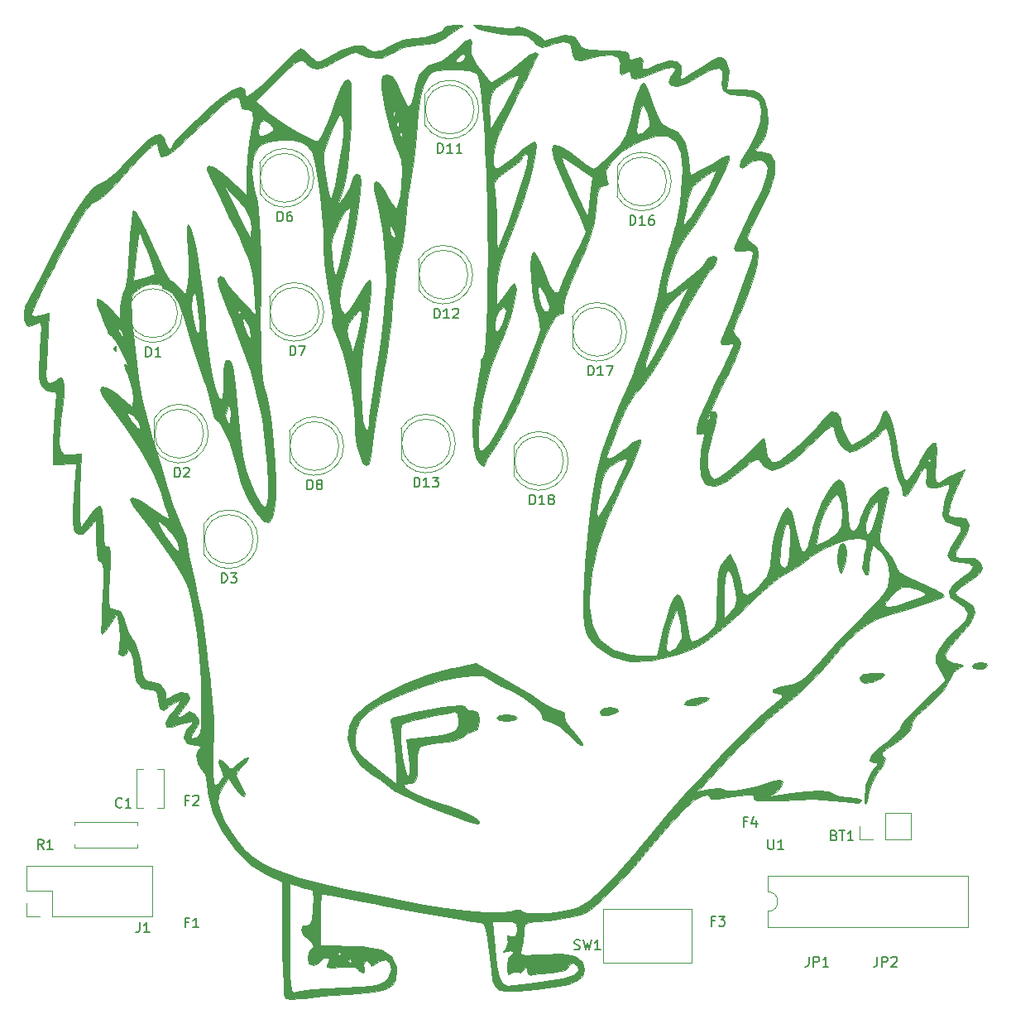
<source format=gbr>
G04 #@! TF.FileFunction,Legend,Top*
%FSLAX46Y46*%
G04 Gerber Fmt 4.6, Leading zero omitted, Abs format (unit mm)*
G04 Created by KiCad (PCBNEW 4.0.6) date 11/09/17 22:15:05*
%MOMM*%
%LPD*%
G01*
G04 APERTURE LIST*
%ADD10C,0.100000*%
%ADD11C,0.120000*%
%ADD12C,0.010000*%
%ADD13C,0.150000*%
G04 APERTURE END LIST*
D10*
D11*
X117036000Y-79629462D02*
G75*
G03X111486000Y-78084170I-2990000J462D01*
G01*
X117036000Y-79628538D02*
G75*
G02X111486000Y-81173830I-2990000J-462D01*
G01*
X116546000Y-79629000D02*
G75*
G03X116546000Y-79629000I-2500000J0D01*
G01*
X111486000Y-78084000D02*
X111486000Y-81174000D01*
X119703000Y-91948462D02*
G75*
G03X114153000Y-90403170I-2990000J462D01*
G01*
X119703000Y-91947538D02*
G75*
G02X114153000Y-93492830I-2990000J-462D01*
G01*
X119213000Y-91948000D02*
G75*
G03X119213000Y-91948000I-2500000J0D01*
G01*
X114153000Y-90403000D02*
X114153000Y-93493000D01*
X124783000Y-102743462D02*
G75*
G03X119233000Y-101198170I-2990000J462D01*
G01*
X124783000Y-102742538D02*
G75*
G02X119233000Y-104287830I-2990000J-462D01*
G01*
X124293000Y-102743000D02*
G75*
G03X124293000Y-102743000I-2500000J0D01*
G01*
X119233000Y-101198000D02*
X119233000Y-104288000D01*
X130498000Y-65786462D02*
G75*
G03X124948000Y-64241170I-2990000J462D01*
G01*
X130498000Y-65785538D02*
G75*
G02X124948000Y-67330830I-2990000J-462D01*
G01*
X130008000Y-65786000D02*
G75*
G03X130008000Y-65786000I-2500000J0D01*
G01*
X124948000Y-64241000D02*
X124948000Y-67331000D01*
X131514000Y-79502462D02*
G75*
G03X125964000Y-77957170I-2990000J462D01*
G01*
X131514000Y-79501538D02*
G75*
G02X125964000Y-81046830I-2990000J-462D01*
G01*
X131024000Y-79502000D02*
G75*
G03X131024000Y-79502000I-2500000J0D01*
G01*
X125964000Y-77957000D02*
X125964000Y-81047000D01*
X133546000Y-93218462D02*
G75*
G03X127996000Y-91673170I-2990000J462D01*
G01*
X133546000Y-93217538D02*
G75*
G02X127996000Y-94762830I-2990000J-462D01*
G01*
X133056000Y-93218000D02*
G75*
G03X133056000Y-93218000I-2500000J0D01*
G01*
X127996000Y-91673000D02*
X127996000Y-94763000D01*
X147389000Y-58801462D02*
G75*
G03X141839000Y-57256170I-2990000J462D01*
G01*
X147389000Y-58800538D02*
G75*
G02X141839000Y-60345830I-2990000J-462D01*
G01*
X146899000Y-58801000D02*
G75*
G03X146899000Y-58801000I-2500000J0D01*
G01*
X141839000Y-57256000D02*
X141839000Y-60346000D01*
X146754000Y-75692462D02*
G75*
G03X141204000Y-74147170I-2990000J462D01*
G01*
X146754000Y-75691538D02*
G75*
G02X141204000Y-77236830I-2990000J-462D01*
G01*
X146264000Y-75692000D02*
G75*
G03X146264000Y-75692000I-2500000J0D01*
G01*
X141204000Y-74147000D02*
X141204000Y-77237000D01*
X144976000Y-92964462D02*
G75*
G03X139426000Y-91419170I-2990000J462D01*
G01*
X144976000Y-92963538D02*
G75*
G02X139426000Y-94508830I-2990000J-462D01*
G01*
X144486000Y-92964000D02*
G75*
G03X144486000Y-92964000I-2500000J0D01*
G01*
X139426000Y-91419000D02*
X139426000Y-94509000D01*
X167074000Y-66167462D02*
G75*
G03X161524000Y-64622170I-2990000J462D01*
G01*
X167074000Y-66166538D02*
G75*
G02X161524000Y-67711830I-2990000J-462D01*
G01*
X166584000Y-66167000D02*
G75*
G03X166584000Y-66167000I-2500000J0D01*
G01*
X161524000Y-64622000D02*
X161524000Y-67712000D01*
X162502000Y-81534462D02*
G75*
G03X156952000Y-79989170I-2990000J462D01*
G01*
X162502000Y-81533538D02*
G75*
G02X156952000Y-83078830I-2990000J-462D01*
G01*
X162012000Y-81534000D02*
G75*
G03X162012000Y-81534000I-2500000J0D01*
G01*
X156952000Y-79989000D02*
X156952000Y-83079000D01*
X156533000Y-94742462D02*
G75*
G03X150983000Y-93197170I-2990000J462D01*
G01*
X156533000Y-94741538D02*
G75*
G02X150983000Y-96286830I-2990000J-462D01*
G01*
X156043000Y-94742000D02*
G75*
G03X156043000Y-94742000I-2500000J0D01*
G01*
X150983000Y-93197000D02*
X150983000Y-96287000D01*
X105980000Y-132020000D02*
X105980000Y-131690000D01*
X105980000Y-131690000D02*
X112400000Y-131690000D01*
X112400000Y-131690000D02*
X112400000Y-132020000D01*
X105980000Y-133980000D02*
X105980000Y-134310000D01*
X105980000Y-134310000D02*
X112400000Y-134310000D01*
X112400000Y-134310000D02*
X112400000Y-133980000D01*
D10*
X160132000Y-140582000D02*
X160132000Y-146082000D01*
X169132000Y-140582000D02*
X160132000Y-140582000D01*
X169132000Y-146082000D02*
X169132000Y-140582000D01*
X160132000Y-146082000D02*
X169132000Y-146082000D01*
D11*
X176970000Y-138810000D02*
G75*
G02X176970000Y-140810000I0J-1000000D01*
G01*
X176970000Y-140810000D02*
X176970000Y-142460000D01*
X176970000Y-142460000D02*
X197410000Y-142460000D01*
X197410000Y-142460000D02*
X197410000Y-137160000D01*
X197410000Y-137160000D02*
X176970000Y-137160000D01*
X176970000Y-137160000D02*
X176970000Y-138810000D01*
X191576000Y-133410000D02*
X191576000Y-130750000D01*
X188976000Y-133410000D02*
X191576000Y-133410000D01*
X188976000Y-130750000D02*
X191576000Y-130750000D01*
X188976000Y-133410000D02*
X188976000Y-130750000D01*
X187706000Y-133410000D02*
X186376000Y-133410000D01*
X186376000Y-133410000D02*
X186376000Y-132080000D01*
X112390000Y-130210000D02*
X112390000Y-126290000D01*
X115110000Y-130210000D02*
X115110000Y-126290000D01*
X112390000Y-130210000D02*
X113000000Y-130210000D01*
X114500000Y-130210000D02*
X115110000Y-130210000D01*
X112390000Y-126290000D02*
X113000000Y-126290000D01*
X114500000Y-126290000D02*
X115110000Y-126290000D01*
X113950000Y-141330000D02*
X113950000Y-136130000D01*
X103730000Y-141330000D02*
X113950000Y-141330000D01*
X101130000Y-136130000D02*
X113950000Y-136130000D01*
X103730000Y-141330000D02*
X103730000Y-138730000D01*
X103730000Y-138730000D02*
X101130000Y-138730000D01*
X101130000Y-138730000D02*
X101130000Y-136130000D01*
X102460000Y-141330000D02*
X101130000Y-141330000D01*
X101130000Y-141330000D02*
X101130000Y-140000000D01*
D12*
G36*
X145009306Y-50108184D02*
X145630321Y-50176507D01*
X145691991Y-50309262D01*
X145626667Y-50339458D01*
X145006472Y-50679299D01*
X144161776Y-51253711D01*
X144005868Y-51369940D01*
X142821756Y-51995265D01*
X141350851Y-52196334D01*
X141239289Y-52197000D01*
X139634425Y-52404712D01*
X138667374Y-52902556D01*
X137394636Y-53522039D01*
X136080494Y-53480807D01*
X135387636Y-53168171D01*
X134880976Y-52962288D01*
X134288672Y-53042472D01*
X133399742Y-53454696D01*
X132959181Y-53697337D01*
X131742202Y-54336531D01*
X130924040Y-54605552D01*
X130316624Y-54525851D01*
X129731881Y-54118879D01*
X129678947Y-54071468D01*
X129337102Y-53817590D01*
X128991274Y-53793036D01*
X128516671Y-54067801D01*
X127788504Y-54711877D01*
X126781441Y-55696645D01*
X124541376Y-57916799D01*
X125928710Y-59170172D01*
X126715912Y-59783218D01*
X127752620Y-60464504D01*
X128869164Y-61119416D01*
X129895877Y-61653340D01*
X130663091Y-61971662D01*
X130992795Y-61994108D01*
X131348734Y-61376767D01*
X131824832Y-60304070D01*
X132330773Y-58994092D01*
X132749153Y-57753250D01*
X133225931Y-56494179D01*
X133684293Y-55819438D01*
X133902922Y-55724778D01*
X134115659Y-55814181D01*
X134250627Y-56152637D01*
X134315353Y-56845518D01*
X134317368Y-57998192D01*
X134264198Y-59716031D01*
X134236892Y-60399083D01*
X134107132Y-62552548D01*
X133913329Y-64497023D01*
X133676614Y-66050877D01*
X133487877Y-66837278D01*
X132931785Y-68601167D01*
X133626937Y-67719222D01*
X134124694Y-66911615D01*
X134329933Y-66240736D01*
X134506174Y-65637032D01*
X134871282Y-65359230D01*
X135170366Y-65522696D01*
X135256268Y-66106007D01*
X135201982Y-67222072D01*
X135032467Y-68717685D01*
X134772681Y-70439645D01*
X134447584Y-72234747D01*
X134082134Y-73949788D01*
X133701290Y-75431565D01*
X133410713Y-76323920D01*
X133149758Y-77382661D01*
X133101225Y-78442046D01*
X133249253Y-79286710D01*
X133577982Y-79701290D01*
X133660355Y-79713667D01*
X133993919Y-79429095D01*
X134517378Y-78693912D01*
X134955242Y-77954860D01*
X135529196Y-76998345D01*
X136002570Y-76357453D01*
X136215246Y-76190972D01*
X136342677Y-76520811D01*
X136329201Y-77470777D01*
X136181357Y-78971017D01*
X135905685Y-80951681D01*
X135588254Y-82888667D01*
X135404776Y-84360560D01*
X135306650Y-86036410D01*
X135290142Y-87746408D01*
X135351519Y-89320744D01*
X135487047Y-90589610D01*
X135692992Y-91383196D01*
X135777916Y-91514083D01*
X136025548Y-91508414D01*
X136103752Y-90984917D01*
X136160233Y-90341069D01*
X136314301Y-89148440D01*
X136545207Y-87553812D01*
X136832206Y-85703965D01*
X136973870Y-84828944D01*
X137297608Y-82650701D01*
X137573901Y-80405828D01*
X137777259Y-78330006D01*
X137882189Y-76658915D01*
X137889636Y-76362278D01*
X137843973Y-74590694D01*
X137678768Y-72582567D01*
X137469508Y-70923620D01*
X138229061Y-70923620D01*
X138357058Y-71541800D01*
X138652695Y-71859309D01*
X138838633Y-71802626D01*
X138806992Y-71420658D01*
X138614176Y-71008876D01*
X138325595Y-70602199D01*
X138232939Y-70812914D01*
X138229061Y-70923620D01*
X137469508Y-70923620D01*
X137423004Y-70554955D01*
X137105662Y-68724919D01*
X136755723Y-67309516D01*
X136634411Y-66961156D01*
X136617914Y-66356256D01*
X136778919Y-66149215D01*
X137136195Y-66300229D01*
X137631101Y-66964734D01*
X137923145Y-67507241D01*
X138409571Y-68382292D01*
X138809637Y-68883029D01*
X138958050Y-68932832D01*
X139129206Y-68523096D01*
X139315258Y-67615263D01*
X139460975Y-66532114D01*
X139553829Y-65018142D01*
X139429704Y-63946162D01*
X139164337Y-63256988D01*
X138679152Y-62063205D01*
X138469782Y-61369222D01*
X139276667Y-61369222D01*
X139405742Y-61659598D01*
X139511852Y-61604407D01*
X139554072Y-61185743D01*
X139511852Y-61134037D01*
X139302126Y-61182463D01*
X139276667Y-61369222D01*
X138469782Y-61369222D01*
X138191698Y-60447480D01*
X138159249Y-60310889D01*
X138923889Y-60310889D01*
X139052965Y-60601265D01*
X139159074Y-60546074D01*
X139201295Y-60127409D01*
X139159074Y-60075704D01*
X138949348Y-60124129D01*
X138923889Y-60310889D01*
X138159249Y-60310889D01*
X137907824Y-59252556D01*
X138571111Y-59252556D01*
X138700187Y-59542932D01*
X138806296Y-59487741D01*
X138848517Y-59069076D01*
X138806296Y-59017370D01*
X138596570Y-59065796D01*
X138571111Y-59252556D01*
X137907824Y-59252556D01*
X137774059Y-58689497D01*
X137498319Y-57068941D01*
X137450325Y-56606722D01*
X137428506Y-55689438D01*
X137610338Y-55280867D01*
X138002814Y-55195611D01*
X138509256Y-55428202D01*
X139007727Y-56190938D01*
X139393494Y-57101696D01*
X139828808Y-58120401D01*
X140158767Y-58517171D01*
X140426664Y-58269809D01*
X140675794Y-57356114D01*
X140855044Y-56352278D01*
X141311512Y-55144131D01*
X142136116Y-54288452D01*
X143159063Y-53960906D01*
X143166514Y-53960889D01*
X143479019Y-53827696D01*
X144921111Y-53827696D01*
X145209216Y-53946172D01*
X145450278Y-53960889D01*
X145907787Y-53675241D01*
X145979444Y-53388526D01*
X145886658Y-53014179D01*
X145501560Y-53213306D01*
X145450278Y-53255333D01*
X145011842Y-53678045D01*
X144921111Y-53827696D01*
X143479019Y-53827696D01*
X143726586Y-53722181D01*
X144514114Y-53116442D01*
X144921111Y-52726167D01*
X145873646Y-51837806D01*
X146442103Y-51537002D01*
X146631237Y-51822568D01*
X146553922Y-52318454D01*
X146585724Y-53105829D01*
X147094847Y-54091416D01*
X147460086Y-54594556D01*
X148573817Y-56043648D01*
X149613738Y-55443241D01*
X150593918Y-54781429D01*
X151605601Y-53963149D01*
X151705249Y-53872694D01*
X152587008Y-53161910D01*
X153177913Y-52896659D01*
X153387778Y-53107046D01*
X153235296Y-53477949D01*
X152816316Y-54357691D01*
X152188541Y-55628450D01*
X151409669Y-57172403D01*
X151094722Y-57789361D01*
X150011860Y-59987663D01*
X149287648Y-61663353D01*
X148895082Y-62884648D01*
X148801667Y-63582093D01*
X148880169Y-64429584D01*
X149074677Y-64876467D01*
X149132989Y-64897000D01*
X149557047Y-64681739D01*
X150323181Y-64122605D01*
X151094722Y-63485889D01*
X152011094Y-62738683D01*
X152739919Y-62227125D01*
X153072441Y-62074778D01*
X153252115Y-62385271D01*
X153194391Y-63250225D01*
X152926005Y-64569851D01*
X152473690Y-66244358D01*
X151864181Y-68173959D01*
X151124212Y-70258862D01*
X150354117Y-72221270D01*
X149611054Y-74259129D01*
X149235717Y-75919419D01*
X149166181Y-76983770D01*
X149177918Y-78831722D01*
X149843912Y-78033252D01*
X150383190Y-77306223D01*
X150665823Y-76798530D01*
X150955508Y-76541993D01*
X151080878Y-76602518D01*
X151179730Y-77105271D01*
X151063306Y-78082888D01*
X150774777Y-79353713D01*
X150357314Y-80736093D01*
X149854087Y-82048375D01*
X149712716Y-82359500D01*
X148520204Y-85376557D01*
X147711762Y-88496251D01*
X147335702Y-91496129D01*
X147345031Y-93262093D01*
X147516219Y-93702261D01*
X147901167Y-93557513D01*
X148460834Y-92901645D01*
X149156181Y-91808451D01*
X149948168Y-90351727D01*
X150797753Y-88605269D01*
X151665899Y-86642872D01*
X152513564Y-84538331D01*
X153301709Y-82365443D01*
X153623779Y-81393654D01*
X153621339Y-80697940D01*
X153376811Y-79701023D01*
X153251411Y-79358043D01*
X152996117Y-78437726D01*
X152810720Y-77238284D01*
X152801982Y-77133062D01*
X153403369Y-77133062D01*
X153500743Y-78085291D01*
X153771670Y-78919841D01*
X154126874Y-79445360D01*
X154477082Y-79470493D01*
X154488714Y-79459397D01*
X154611900Y-78933427D01*
X154274824Y-77994376D01*
X154138418Y-77726256D01*
X153695046Y-76953745D01*
X153470727Y-76777902D01*
X153403369Y-77133062D01*
X152801982Y-77133062D01*
X152703429Y-75946324D01*
X152682453Y-74748454D01*
X152756000Y-73831282D01*
X152932279Y-73381416D01*
X152987731Y-73363667D01*
X153256468Y-73668715D01*
X153657135Y-74465041D01*
X154065015Y-75480333D01*
X154635674Y-76830538D01*
X155111661Y-77485568D01*
X155497367Y-77448816D01*
X155777215Y-76803250D01*
X156044224Y-76095070D01*
X156543776Y-75007371D01*
X157155299Y-73799572D01*
X157735873Y-72662412D01*
X158154907Y-71761862D01*
X158326151Y-71283919D01*
X158326667Y-71273541D01*
X158181202Y-70846786D01*
X157786173Y-69926670D01*
X157203626Y-68652848D01*
X156565673Y-67309858D01*
X155614273Y-65246724D01*
X155040982Y-63759708D01*
X155028121Y-63696559D01*
X155857222Y-63696559D01*
X155984449Y-64098430D01*
X156316787Y-64936268D01*
X156780220Y-66040355D01*
X157300733Y-67240970D01*
X157804311Y-68368394D01*
X158216938Y-69252908D01*
X158464599Y-69724790D01*
X158501305Y-69759539D01*
X158576892Y-69383302D01*
X158687892Y-68515968D01*
X158776837Y-67677584D01*
X158971634Y-65695669D01*
X157414428Y-64598049D01*
X156559507Y-64027865D01*
X155993898Y-63712774D01*
X155857222Y-63696559D01*
X155028121Y-63696559D01*
X154850829Y-62826074D01*
X155048846Y-62423089D01*
X155640062Y-62528020D01*
X156629510Y-63118132D01*
X157372828Y-63662278D01*
X158266489Y-64328313D01*
X158908933Y-64776611D01*
X159124335Y-64897000D01*
X159427984Y-64672442D01*
X160088367Y-64086193D01*
X160886326Y-63337532D01*
X161877920Y-62287867D01*
X162459781Y-61342798D01*
X162594911Y-60894345D01*
X163501165Y-60894345D01*
X163611284Y-61308731D01*
X164053193Y-61187921D01*
X164444042Y-60924800D01*
X164826439Y-60513056D01*
X164835191Y-59940380D01*
X164647069Y-59319292D01*
X164353959Y-58556482D01*
X164144945Y-58358089D01*
X163947250Y-58766098D01*
X163688097Y-59822495D01*
X163675164Y-59879983D01*
X163501165Y-60894345D01*
X162594911Y-60894345D01*
X162802457Y-60205571D01*
X162863088Y-59897949D01*
X163225535Y-58251233D01*
X163615327Y-56996150D01*
X163991624Y-56246894D01*
X164226963Y-56084567D01*
X164466517Y-56396892D01*
X164827360Y-57207173D01*
X165214227Y-58289428D01*
X165686398Y-59568554D01*
X166117435Y-60287244D01*
X166592191Y-60579280D01*
X166676692Y-60595180D01*
X167717471Y-61081402D01*
X168446053Y-62160214D01*
X168823923Y-63773894D01*
X168828496Y-63820099D01*
X168996886Y-65572569D01*
X170276360Y-64878312D01*
X171251704Y-64325228D01*
X172041011Y-63837968D01*
X172156274Y-63759255D01*
X172728525Y-63505242D01*
X172972315Y-63550056D01*
X172933817Y-63959708D01*
X172602728Y-64825549D01*
X172054648Y-66001901D01*
X171365178Y-67343087D01*
X170609919Y-68703430D01*
X169864472Y-69937253D01*
X169204439Y-70898879D01*
X169070038Y-71069443D01*
X168255950Y-72223411D01*
X167569005Y-73463361D01*
X167384970Y-73892833D01*
X167016350Y-75012550D01*
X166731042Y-76125349D01*
X166569193Y-77035565D01*
X166570950Y-77547530D01*
X166624947Y-77597000D01*
X167119918Y-77375647D01*
X167928183Y-76815768D01*
X168860056Y-76073630D01*
X169725854Y-75305501D01*
X170335891Y-74667648D01*
X170504084Y-74401257D01*
X170866664Y-73891806D01*
X171355162Y-73718393D01*
X171697258Y-73939368D01*
X171732222Y-74138113D01*
X171508156Y-74661434D01*
X170961084Y-75378480D01*
X170885084Y-75461030D01*
X170425044Y-76096285D01*
X169739718Y-77226014D01*
X168909889Y-78708978D01*
X168016340Y-80403937D01*
X167693145Y-81041763D01*
X166769844Y-82807863D01*
X165847844Y-84437829D01*
X165017347Y-85780902D01*
X164368552Y-86686324D01*
X164210476Y-86862596D01*
X163343497Y-87885145D01*
X162616608Y-88993595D01*
X162491047Y-89238667D01*
X162071298Y-90178041D01*
X161581773Y-91342152D01*
X161100358Y-92535943D01*
X160704938Y-93564358D01*
X160473397Y-94232341D01*
X160443333Y-94367004D01*
X160672916Y-94544643D01*
X161297285Y-94262395D01*
X162219869Y-93566712D01*
X162360825Y-93444684D01*
X163155450Y-92842115D01*
X163760401Y-92552141D01*
X163923712Y-92560761D01*
X163892349Y-92930600D01*
X163587078Y-93813225D01*
X163054413Y-95092820D01*
X162340864Y-96653570D01*
X161975269Y-97412438D01*
X160539619Y-100605949D01*
X159546358Y-103465391D01*
X158948617Y-106165062D01*
X158699531Y-108879259D01*
X158685945Y-109645319D01*
X158960219Y-111571700D01*
X159776385Y-113056971D01*
X161102360Y-114070343D01*
X162906062Y-114581030D01*
X163889089Y-114638667D01*
X165605994Y-114638667D01*
X165766602Y-113957403D01*
X166537243Y-113957403D01*
X166805912Y-114278670D01*
X167389843Y-113972888D01*
X167650079Y-113731524D01*
X168104708Y-112855184D01*
X168077218Y-111569898D01*
X167897160Y-110793561D01*
X167660205Y-109947067D01*
X167248650Y-110850332D01*
X166893199Y-111843573D01*
X166605187Y-112990115D01*
X166599564Y-113019744D01*
X166537243Y-113957403D01*
X165766602Y-113957403D01*
X166220606Y-112031619D01*
X166583227Y-110672000D01*
X166965580Y-109520602D01*
X167290455Y-108807208D01*
X167317089Y-108768424D01*
X167670117Y-108370740D01*
X167913680Y-108496292D01*
X168194059Y-109147383D01*
X168475057Y-110166531D01*
X168689617Y-111433732D01*
X168727200Y-111793216D01*
X168875063Y-112808711D01*
X169173815Y-113226121D01*
X169747702Y-113086624D01*
X170699902Y-112446986D01*
X171209288Y-112032588D01*
X171515776Y-111596539D01*
X171670786Y-110956713D01*
X171725738Y-109930982D01*
X171732222Y-108790573D01*
X171742568Y-108337664D01*
X172437778Y-108337664D01*
X172437778Y-110914901D01*
X173161590Y-110191089D01*
X173592068Y-109644541D01*
X173735011Y-109005801D01*
X173638998Y-108004905D01*
X173599124Y-107759696D01*
X173309090Y-106490571D01*
X173008098Y-105905220D01*
X172736204Y-105983708D01*
X172533465Y-106706101D01*
X172439936Y-108052463D01*
X172437778Y-108337664D01*
X171742568Y-108337664D01*
X171768341Y-107209420D01*
X171898035Y-106151311D01*
X172153310Y-105436426D01*
X172392269Y-105082263D01*
X173052316Y-104267140D01*
X173626991Y-105378440D01*
X174027560Y-106403161D01*
X174201448Y-107343620D01*
X174201667Y-107368383D01*
X174359056Y-108228308D01*
X174815534Y-108459170D01*
X175547568Y-108059379D01*
X176125613Y-107498334D01*
X176883519Y-106514214D01*
X177208258Y-105549469D01*
X177236899Y-105067315D01*
X178173621Y-105067315D01*
X178267560Y-105480925D01*
X178621347Y-105695143D01*
X178949947Y-105324047D01*
X179166671Y-104485195D01*
X179192451Y-104226706D01*
X179244703Y-102860081D01*
X179194230Y-101812420D01*
X179056617Y-101205007D01*
X178847444Y-101159124D01*
X178805670Y-101216240D01*
X178536015Y-101930219D01*
X178317782Y-102992385D01*
X178185482Y-104129248D01*
X178173621Y-105067315D01*
X177236899Y-105067315D01*
X177259074Y-104694028D01*
X177364959Y-103541588D01*
X177640761Y-102259903D01*
X178023703Y-101037163D01*
X178451007Y-100061563D01*
X178859894Y-99521296D01*
X179001982Y-99469222D01*
X179286055Y-99799930D01*
X179588934Y-100709068D01*
X179852421Y-101976078D01*
X180146837Y-103345160D01*
X180454365Y-104014457D01*
X180781058Y-103982807D01*
X181067710Y-103385121D01*
X181864726Y-103385121D01*
X183130520Y-102781505D01*
X184102879Y-102130432D01*
X184493653Y-101329994D01*
X184502463Y-101264528D01*
X184550203Y-100130949D01*
X184455940Y-99101105D01*
X184253556Y-98374618D01*
X183976931Y-98151107D01*
X183974169Y-98151999D01*
X183512788Y-98587117D01*
X182981517Y-99484600D01*
X182486714Y-100623628D01*
X182134737Y-101783378D01*
X182073606Y-102097943D01*
X181864726Y-103385121D01*
X181067710Y-103385121D01*
X181132972Y-103249046D01*
X181516159Y-101812013D01*
X181552045Y-101649707D01*
X181939307Y-100329442D01*
X182490669Y-99000569D01*
X183115376Y-97831668D01*
X183722672Y-96991319D01*
X184221800Y-96648105D01*
X184245258Y-96647000D01*
X184638111Y-96979462D01*
X184933576Y-97902728D01*
X185105179Y-99305621D01*
X185137778Y-100395264D01*
X185266211Y-101454839D01*
X185578755Y-101941242D01*
X185966274Y-101819691D01*
X186082469Y-101568370D01*
X186901667Y-101568370D01*
X187003432Y-102201334D01*
X187262055Y-102223907D01*
X187607528Y-101693785D01*
X187962832Y-100693828D01*
X188188207Y-99712291D01*
X188250850Y-99040643D01*
X188211081Y-98897155D01*
X187938985Y-99011759D01*
X187565550Y-99577758D01*
X187199654Y-100373037D01*
X186950177Y-101175483D01*
X186901667Y-101568370D01*
X186082469Y-101568370D01*
X186319633Y-101055406D01*
X186383101Y-100792139D01*
X186767638Y-99730123D01*
X187390860Y-98632641D01*
X187487418Y-98499083D01*
X188224068Y-97710181D01*
X188847708Y-97364244D01*
X189237891Y-97485200D01*
X189274172Y-98096976D01*
X189263282Y-98146306D01*
X188824504Y-100048653D01*
X188539629Y-101391267D01*
X188405885Y-102302355D01*
X188420496Y-102910121D01*
X188580687Y-103342774D01*
X188883685Y-103728517D01*
X189136717Y-103994789D01*
X189752488Y-104786512D01*
X190066413Y-105481561D01*
X190076667Y-105581506D01*
X190373413Y-106132968D01*
X191046806Y-106567745D01*
X192754407Y-107273245D01*
X194041923Y-107878395D01*
X194819931Y-108338159D01*
X195015556Y-108566587D01*
X194696772Y-108768810D01*
X193832001Y-109098604D01*
X192558613Y-109507949D01*
X191226697Y-109891033D01*
X189502487Y-110386623D01*
X188171868Y-110863190D01*
X187082157Y-111425088D01*
X186080670Y-112176676D01*
X185014726Y-113222309D01*
X183731641Y-114666343D01*
X183021111Y-115499429D01*
X181686374Y-116954901D01*
X180144795Y-118457865D01*
X178670020Y-119745799D01*
X178258611Y-120068351D01*
X176992569Y-121113666D01*
X175477797Y-122498789D01*
X173923397Y-124026686D01*
X172790556Y-125220823D01*
X169791944Y-128507963D01*
X171114861Y-128260107D01*
X171957353Y-128174929D01*
X172411770Y-128270737D01*
X172437778Y-128328329D01*
X172745059Y-128460132D01*
X173532739Y-128437912D01*
X174599569Y-128289766D01*
X175744305Y-128043794D01*
X176765698Y-127728095D01*
X176782271Y-127721731D01*
X177597884Y-127446191D01*
X178105188Y-127338667D01*
X178434324Y-127548367D01*
X178339498Y-128024571D01*
X177898686Y-128537935D01*
X177641250Y-128703201D01*
X177098022Y-129001000D01*
X177204205Y-129044192D01*
X177729444Y-128950680D01*
X179347723Y-128696266D01*
X180899824Y-128540824D01*
X182223407Y-128491211D01*
X183156130Y-128554284D01*
X183523202Y-128705968D01*
X184004530Y-128959882D01*
X184893703Y-129095523D01*
X185158598Y-129102556D01*
X186040745Y-129189551D01*
X186518816Y-129407765D01*
X186548889Y-129488437D01*
X186268351Y-129695258D01*
X185392986Y-129681104D01*
X184696806Y-129589009D01*
X183586900Y-129434387D01*
X182585046Y-129346926D01*
X181491683Y-129322586D01*
X180107250Y-129357325D01*
X178232187Y-129447105D01*
X178082222Y-129455089D01*
X176671338Y-129500645D01*
X175858103Y-129442809D01*
X175540532Y-129269395D01*
X175532168Y-129150382D01*
X175407724Y-128894405D01*
X174801996Y-128843535D01*
X173944668Y-128933068D01*
X172807360Y-129105181D01*
X171891784Y-129273882D01*
X171644028Y-129332371D01*
X171132648Y-129296874D01*
X171026667Y-129102556D01*
X170747240Y-128861406D01*
X170232917Y-128935555D01*
X169453607Y-129394082D01*
X168334279Y-130386904D01*
X166927158Y-131861839D01*
X165284468Y-133766704D01*
X164769744Y-134394222D01*
X163236496Y-136207592D01*
X161709505Y-137878449D01*
X160294115Y-139300787D01*
X159095669Y-140368600D01*
X158239236Y-140965823D01*
X157356706Y-141265881D01*
X156049875Y-141531592D01*
X154599640Y-141706008D01*
X154581401Y-141707399D01*
X153248886Y-141821306D01*
X152471033Y-141954615D01*
X152098358Y-142171265D01*
X151981375Y-142535200D01*
X151971850Y-142823614D01*
X151877325Y-143900389D01*
X151743591Y-144577596D01*
X151652570Y-145012789D01*
X151766859Y-145245399D01*
X152226375Y-145313907D01*
X153171038Y-145256792D01*
X153953269Y-145185291D01*
X155882887Y-145128944D01*
X157204920Y-145386048D01*
X157949291Y-145967738D01*
X158150278Y-146747109D01*
X157996589Y-147391990D01*
X157476732Y-147884238D01*
X156502519Y-148259959D01*
X154985760Y-148555262D01*
X153211389Y-148769265D01*
X151408173Y-148940251D01*
X150184296Y-148983751D01*
X149417510Y-148847015D01*
X148985568Y-148477292D01*
X148766224Y-147821832D01*
X148637229Y-146827887D01*
X148633654Y-146793967D01*
X148425441Y-144865213D01*
X148259668Y-143528669D01*
X148110129Y-142674336D01*
X147950620Y-142192214D01*
X147754936Y-141972305D01*
X147496872Y-141904610D01*
X147468274Y-141902110D01*
X146687365Y-141804269D01*
X146676695Y-141802556D01*
X148718773Y-141802556D01*
X148973401Y-144536583D01*
X149177150Y-146317193D01*
X149428024Y-147491597D01*
X149776903Y-148159134D01*
X150274664Y-148419144D01*
X150940558Y-148377416D01*
X151833467Y-148233339D01*
X153119930Y-148065616D01*
X154258484Y-147938426D01*
X155934183Y-147675006D01*
X157044323Y-147298243D01*
X157538436Y-146831591D01*
X157477798Y-146442184D01*
X157024156Y-146063416D01*
X156641595Y-146195416D01*
X156562778Y-146502010D01*
X156242736Y-146829113D01*
X155265075Y-147016310D01*
X154732049Y-147051666D01*
X153636879Y-147131045D01*
X152842596Y-147242486D01*
X152615382Y-147311920D01*
X152377357Y-147179681D01*
X152324042Y-146850459D01*
X152263958Y-146432888D01*
X152024204Y-146678468D01*
X151990446Y-146731228D01*
X151597827Y-147052056D01*
X151410946Y-146998872D01*
X150968448Y-146968344D01*
X150709116Y-147121467D01*
X150397334Y-147235143D01*
X150288417Y-146793008D01*
X150289371Y-146412851D01*
X150395823Y-145658765D01*
X150610560Y-145330785D01*
X150619241Y-145330333D01*
X150911377Y-145061831D01*
X150918333Y-144988627D01*
X150650749Y-144801623D01*
X150300972Y-144864160D01*
X149897614Y-144947213D01*
X150074787Y-144657945D01*
X150097015Y-144633711D01*
X150350020Y-143960496D01*
X150300354Y-143638600D01*
X150281833Y-143256289D01*
X150680699Y-143317738D01*
X151127670Y-143329846D01*
X151269339Y-142797110D01*
X151271111Y-142673428D01*
X151180969Y-142091110D01*
X150773939Y-141847609D01*
X149994942Y-141802556D01*
X148718773Y-141802556D01*
X146676695Y-141802556D01*
X145353336Y-141590116D01*
X143433264Y-141253853D01*
X140894230Y-140789683D01*
X137703312Y-140191808D01*
X136983611Y-140055603D01*
X135085359Y-139696657D01*
X133448188Y-139388625D01*
X132189482Y-139153467D01*
X131426621Y-139013144D01*
X131250972Y-138983099D01*
X131208816Y-139305731D01*
X131177630Y-140161686D01*
X131163163Y-141378752D01*
X131162778Y-141626167D01*
X131162778Y-144272000D01*
X132662083Y-144325843D01*
X134021455Y-144369859D01*
X135498693Y-144411021D01*
X135805020Y-144418538D01*
X137384486Y-144680982D01*
X138419101Y-145372569D01*
X138893145Y-146480647D01*
X138923889Y-146929314D01*
X138833117Y-147754323D01*
X138492216Y-148345310D01*
X137798303Y-148751347D01*
X136648498Y-149021510D01*
X134939920Y-149204872D01*
X134019942Y-149268494D01*
X132321679Y-149389951D01*
X130757206Y-149528744D01*
X129542429Y-149664385D01*
X129046111Y-149740482D01*
X128155798Y-149830934D01*
X127586054Y-149741690D01*
X127546805Y-149712275D01*
X127458464Y-149286732D01*
X127382477Y-148278779D01*
X127324197Y-146811529D01*
X127288974Y-145008090D01*
X127281089Y-143628814D01*
X127987778Y-143628814D01*
X127992862Y-145741971D01*
X128015397Y-147245388D01*
X128066308Y-148234846D01*
X128156520Y-148806129D01*
X128296956Y-149055021D01*
X128498541Y-149077306D01*
X128605139Y-149041708D01*
X129189246Y-148928920D01*
X130312837Y-148806201D01*
X131810295Y-148688892D01*
X133394323Y-148598050D01*
X135189158Y-148501812D01*
X136412028Y-148397276D01*
X137196252Y-148256592D01*
X137675149Y-148051912D01*
X137982039Y-147755387D01*
X138076632Y-147619960D01*
X138408180Y-146745574D01*
X138278184Y-146065906D01*
X137811423Y-145731127D01*
X137132678Y-145891409D01*
X136833681Y-146124083D01*
X136414984Y-146387710D01*
X136203827Y-146121885D01*
X135878686Y-145830097D01*
X135734165Y-145868600D01*
X135568558Y-146310947D01*
X135625650Y-146576353D01*
X135604026Y-147022476D01*
X135433854Y-147094222D01*
X135061571Y-146836268D01*
X135043333Y-146724964D01*
X134716216Y-146519227D01*
X133804940Y-146476836D01*
X133267169Y-146511319D01*
X132238950Y-146570995D01*
X131796797Y-146495888D01*
X131829933Y-146261768D01*
X131873188Y-146206428D01*
X132005133Y-145859500D01*
X133985000Y-145859500D01*
X134161389Y-146035889D01*
X134337778Y-145859500D01*
X134161389Y-145683111D01*
X133985000Y-145859500D01*
X132005133Y-145859500D01*
X132061594Y-145711047D01*
X131882972Y-145515769D01*
X131454664Y-145568335D01*
X131327474Y-145762761D01*
X130860558Y-146191438D01*
X130486887Y-146289435D01*
X129985516Y-146135653D01*
X129878728Y-145482119D01*
X129944602Y-145153944D01*
X132926667Y-145153944D01*
X133103055Y-145330333D01*
X133279444Y-145153944D01*
X133103055Y-144977556D01*
X132926667Y-145153944D01*
X129944602Y-145153944D01*
X130009592Y-144830173D01*
X130192639Y-144625027D01*
X130465847Y-144427543D01*
X130319740Y-144013129D01*
X129849756Y-143647385D01*
X129839861Y-143643271D01*
X129341535Y-143227529D01*
X129169880Y-142690150D01*
X129350577Y-142292283D01*
X129701550Y-142236807D01*
X130056690Y-142155796D01*
X130263556Y-141671099D01*
X130377724Y-140640337D01*
X130387464Y-140479639D01*
X130428307Y-139445610D01*
X130418999Y-138773343D01*
X130385135Y-138627556D01*
X130007989Y-138540532D01*
X129232576Y-138328136D01*
X129131977Y-138299404D01*
X127987778Y-137971252D01*
X127987778Y-143628814D01*
X127281089Y-143628814D01*
X127280900Y-143595843D01*
X127279577Y-137745611D01*
X125695427Y-137094144D01*
X124046652Y-136089570D01*
X122494680Y-134559122D01*
X121156985Y-132682181D01*
X120151040Y-130638126D01*
X119594321Y-128606336D01*
X119521111Y-127666141D01*
X119334498Y-126791189D01*
X118991944Y-126280333D01*
X118581751Y-125631570D01*
X118482162Y-124828786D01*
X118705711Y-124189679D01*
X118903750Y-124044527D01*
X118931546Y-123912463D01*
X118388992Y-123839528D01*
X118363511Y-123838740D01*
X117473558Y-123589866D01*
X117156455Y-122994694D01*
X117463110Y-122181671D01*
X117626242Y-121978477D01*
X117982732Y-121566756D01*
X118060114Y-121372109D01*
X117751929Y-121390187D01*
X116951716Y-121616639D01*
X115993333Y-121911756D01*
X115419874Y-121919508D01*
X115306236Y-121522269D01*
X115637476Y-120836975D01*
X116217828Y-120154828D01*
X116708899Y-119567377D01*
X116790517Y-119245563D01*
X116721796Y-119224778D01*
X116142439Y-119453757D01*
X115766548Y-119753944D01*
X115126448Y-120226955D01*
X114731969Y-120064110D01*
X114526821Y-119237615D01*
X114516379Y-119136583D01*
X114342863Y-118335664D01*
X113966895Y-118084543D01*
X113762300Y-118099725D01*
X112872892Y-117958071D01*
X112299846Y-117235590D01*
X112107376Y-116094776D01*
X112012826Y-115087568D01*
X111789334Y-114335943D01*
X111760000Y-114285889D01*
X111474746Y-113998858D01*
X111412624Y-114197694D01*
X111122591Y-114587134D01*
X110871334Y-114638667D01*
X110507303Y-114449219D01*
X110548428Y-113790670D01*
X110557383Y-113754403D01*
X110643632Y-112795346D01*
X110552390Y-111664125D01*
X110538505Y-111586496D01*
X110297692Y-110302852D01*
X109598725Y-111452212D01*
X109123524Y-112154423D01*
X108808918Y-112474859D01*
X108769907Y-112471722D01*
X108738027Y-112087867D01*
X108754810Y-111154522D01*
X108815607Y-109825735D01*
X108882872Y-108727769D01*
X108977661Y-107026759D01*
X108984838Y-105925344D01*
X108898695Y-105322335D01*
X108713522Y-105116541D01*
X108678955Y-105113667D01*
X108405339Y-104838219D01*
X108258636Y-103971255D01*
X108224378Y-102908805D01*
X108216534Y-100703944D01*
X107563963Y-101552760D01*
X106837511Y-102169702D01*
X106308797Y-102170338D01*
X106034723Y-101990982D01*
X105878619Y-101621149D01*
X105827216Y-100924681D01*
X105867246Y-99765419D01*
X105950480Y-98493522D01*
X106194760Y-95047944D01*
X103822500Y-95059500D01*
X103822500Y-92766444D01*
X103860814Y-91265054D01*
X103959707Y-89788917D01*
X104057030Y-88947873D01*
X104161863Y-88001065D01*
X104069987Y-87605762D01*
X103802655Y-87609967D01*
X103188205Y-87538161D01*
X102764359Y-87248184D01*
X102502555Y-86859407D01*
X102369194Y-86251286D01*
X102351551Y-85270331D01*
X102436902Y-83763056D01*
X102455096Y-83517842D01*
X102561765Y-82019833D01*
X102592171Y-81106844D01*
X102526336Y-80660590D01*
X102344285Y-80562785D01*
X102026042Y-80695142D01*
X101982330Y-80718424D01*
X101339766Y-80932534D01*
X101046662Y-80877180D01*
X100853605Y-80310612D01*
X100850944Y-79808582D01*
X101539071Y-79808582D01*
X101823065Y-79931490D01*
X102467853Y-79844361D01*
X103406262Y-79608835D01*
X103171638Y-83189029D01*
X103078523Y-84837244D01*
X103064664Y-85900585D01*
X103139079Y-86496228D01*
X103310784Y-86741351D01*
X103447132Y-86769222D01*
X104061596Y-86534952D01*
X104194275Y-86385706D01*
X104588909Y-86213168D01*
X104758216Y-86329105D01*
X104877645Y-86847324D01*
X104857421Y-87951520D01*
X104700438Y-89536668D01*
X104661515Y-89837740D01*
X104449238Y-91678400D01*
X104405656Y-92927602D01*
X104554142Y-93684318D01*
X104918070Y-94047517D01*
X105520813Y-94116171D01*
X105668973Y-94103593D01*
X106644722Y-94001167D01*
X106548332Y-97793528D01*
X106522696Y-99333267D01*
X106527759Y-100572389D01*
X106561266Y-101366969D01*
X106607754Y-101585889D01*
X106871692Y-101315658D01*
X107344183Y-100639368D01*
X107528025Y-100348969D01*
X108070384Y-99626966D01*
X108513258Y-99300280D01*
X108615131Y-99311455D01*
X108786868Y-99744558D01*
X108903898Y-100665205D01*
X108937778Y-101627529D01*
X108981868Y-102854505D01*
X109123737Y-103446694D01*
X109345661Y-103492110D01*
X109533851Y-103561401D01*
X109623690Y-104116050D01*
X109620364Y-105232917D01*
X109554120Y-106582660D01*
X109469331Y-108132044D01*
X109453486Y-109108097D01*
X109527954Y-109641435D01*
X109714103Y-109862678D01*
X110033304Y-109902443D01*
X110096952Y-109900732D01*
X110632379Y-110045520D01*
X110990414Y-110632329D01*
X111178387Y-111287278D01*
X111502799Y-112268248D01*
X111888241Y-112955345D01*
X111986036Y-113051167D01*
X112293892Y-113578117D01*
X112585043Y-114556039D01*
X112730926Y-115344222D01*
X112937297Y-116485447D01*
X113191178Y-117080383D01*
X113571794Y-117287584D01*
X113707012Y-117297628D01*
X114747672Y-117543913D01*
X115247702Y-118213023D01*
X115287778Y-118560046D01*
X115346787Y-119033751D01*
X115651587Y-118994109D01*
X116033833Y-118742228D01*
X116820052Y-118415910D01*
X117473973Y-118498060D01*
X117756958Y-118956418D01*
X117757222Y-118975201D01*
X117534847Y-119479161D01*
X116999124Y-120162625D01*
X116990172Y-120172180D01*
X116571175Y-120778405D01*
X116661590Y-121005664D01*
X117153900Y-120732653D01*
X117336409Y-120562813D01*
X117789588Y-120344786D01*
X118329142Y-120703902D01*
X118343345Y-120718044D01*
X118710821Y-121179789D01*
X118668377Y-121632736D01*
X118312122Y-122233625D01*
X117921438Y-122870837D01*
X117935516Y-123086063D01*
X118345880Y-123042807D01*
X118648964Y-122909739D01*
X118840056Y-122563661D01*
X118944117Y-121870471D01*
X118986108Y-120696068D01*
X118991944Y-119571829D01*
X118932467Y-117283139D01*
X118768072Y-114853749D01*
X118519815Y-112464213D01*
X118208750Y-110295081D01*
X117855932Y-108526906D01*
X117600320Y-107638343D01*
X117065181Y-106501805D01*
X116167357Y-105001475D01*
X115014875Y-103299144D01*
X113715761Y-101556606D01*
X113372312Y-101134119D01*
X114525554Y-101134119D01*
X114872261Y-101790504D01*
X115325660Y-102467833D01*
X116051524Y-103456063D01*
X116465028Y-103929815D01*
X116652097Y-103957005D01*
X116698653Y-103605546D01*
X116698889Y-103553234D01*
X116482121Y-102975117D01*
X115957264Y-102194785D01*
X115312489Y-101444025D01*
X114735968Y-100954621D01*
X114528942Y-100880333D01*
X114525554Y-101134119D01*
X113372312Y-101134119D01*
X112730139Y-100344165D01*
X111940881Y-99285178D01*
X111692779Y-98650884D01*
X111949141Y-98461127D01*
X112673276Y-98735752D01*
X113828495Y-99494603D01*
X114026034Y-99643281D01*
X114887222Y-100263802D01*
X115472950Y-100615360D01*
X115640555Y-100638289D01*
X115536878Y-100207066D01*
X115264712Y-99301479D01*
X114882357Y-98115278D01*
X114871651Y-98082980D01*
X114002376Y-95931870D01*
X112759817Y-93656937D01*
X111070523Y-91130807D01*
X110125274Y-89852088D01*
X110115627Y-89838780D01*
X111343929Y-89838780D01*
X111565620Y-90295961D01*
X111819819Y-90655238D01*
X112409789Y-91344464D01*
X112737812Y-91528223D01*
X112724644Y-91198842D01*
X112503938Y-90721496D01*
X111968383Y-90064552D01*
X111590095Y-89819136D01*
X111343929Y-89838780D01*
X110115627Y-89838780D01*
X109368617Y-88808377D01*
X108819045Y-87963946D01*
X108586607Y-87488932D01*
X108585000Y-87470838D01*
X108810774Y-87146233D01*
X109434313Y-87312018D01*
X110374937Y-87940024D01*
X110701667Y-88209861D01*
X111936389Y-89269047D01*
X112050208Y-88349191D01*
X111966709Y-87451371D01*
X111618450Y-86350804D01*
X111481763Y-86050358D01*
X111136441Y-85268560D01*
X111043304Y-84867953D01*
X111103361Y-84859176D01*
X111380693Y-84900335D01*
X111264948Y-84423502D01*
X110748677Y-83402224D01*
X110636706Y-83201282D01*
X110112556Y-82373317D01*
X109690070Y-81885508D01*
X109578372Y-81830333D01*
X109354297Y-81600362D01*
X109361049Y-81565750D01*
X109267908Y-81160546D01*
X110448826Y-81160546D01*
X110522845Y-81514036D01*
X110547959Y-81580965D01*
X110827427Y-82012956D01*
X110986313Y-82016057D01*
X110946742Y-81642868D01*
X110745442Y-81383481D01*
X110448826Y-81160546D01*
X109267908Y-81160546D01*
X109258239Y-81118484D01*
X108917220Y-80285313D01*
X108687893Y-79802657D01*
X108256385Y-78727697D01*
X108258606Y-78189774D01*
X108654753Y-78219571D01*
X109405024Y-78847767D01*
X109624211Y-79080912D01*
X110680984Y-80242833D01*
X110691325Y-78990472D01*
X110738872Y-78556132D01*
X111782833Y-78556132D01*
X111824263Y-79671713D01*
X111872971Y-80379427D01*
X112067984Y-82558144D01*
X112333583Y-84806222D01*
X112640270Y-86914723D01*
X112958547Y-88674707D01*
X113173538Y-89591444D01*
X113985558Y-92482775D01*
X114762837Y-95124616D01*
X115479327Y-97436525D01*
X116108983Y-99338059D01*
X116625756Y-100748778D01*
X117003599Y-101588238D01*
X117108749Y-101744639D01*
X117366405Y-102363577D01*
X117404444Y-102719704D01*
X117483281Y-103318249D01*
X117696016Y-104425147D01*
X118006987Y-105863874D01*
X118263254Y-106970676D01*
X118656036Y-108730482D01*
X119001335Y-110472995D01*
X119249063Y-111936341D01*
X119325024Y-112522000D01*
X119469956Y-113833631D01*
X119665977Y-115512388D01*
X119874124Y-117225610D01*
X119903468Y-117460889D01*
X120077079Y-119220103D01*
X120184908Y-121063680D01*
X120205996Y-122620501D01*
X120202315Y-122752556D01*
X120168663Y-124265916D01*
X120162210Y-125765724D01*
X120176172Y-126620512D01*
X120226835Y-127565356D01*
X120348747Y-127918309D01*
X120619786Y-127793004D01*
X120837131Y-127584948D01*
X121242840Y-127013952D01*
X121100193Y-126427517D01*
X120989077Y-126240277D01*
X120712360Y-125551940D01*
X120846504Y-125250766D01*
X121266168Y-125465683D01*
X121487661Y-125727437D01*
X121855027Y-126155217D01*
X122194338Y-126150131D01*
X122754793Y-125685091D01*
X122869929Y-125577193D01*
X123448516Y-125121801D01*
X123744438Y-125061277D01*
X123754444Y-125105830D01*
X123516482Y-125589642D01*
X123047203Y-126105470D01*
X122607799Y-126550284D01*
X122532655Y-126942060D01*
X122819972Y-127555874D01*
X123035305Y-127924035D01*
X123431214Y-128758249D01*
X123394368Y-129076291D01*
X123003511Y-128847972D01*
X122420854Y-128159618D01*
X121733972Y-127216680D01*
X121105658Y-128175607D01*
X120717746Y-128928889D01*
X120683132Y-129672209D01*
X120888693Y-130507492D01*
X121341929Y-131548111D01*
X122078893Y-132790111D01*
X122683565Y-133630738D01*
X123374324Y-134437166D01*
X124124078Y-135141219D01*
X125001189Y-135766214D01*
X126074020Y-136335467D01*
X127410935Y-136872296D01*
X129080296Y-137400017D01*
X131150466Y-137941948D01*
X133689809Y-138521404D01*
X136766686Y-139161703D01*
X140449463Y-139886162D01*
X141766688Y-140139496D01*
X143925191Y-140498660D01*
X146034884Y-140752312D01*
X147959071Y-140893018D01*
X149561058Y-140913343D01*
X150704149Y-140805853D01*
X151158540Y-140650273D01*
X151673195Y-140633929D01*
X151823797Y-140782277D01*
X152288757Y-140960864D01*
X153241481Y-141009991D01*
X154479118Y-140944628D01*
X155798816Y-140779742D01*
X156997724Y-140530301D01*
X157536852Y-140360724D01*
X158622568Y-139721143D01*
X160009196Y-138527405D01*
X161640559Y-136833872D01*
X163460482Y-134694908D01*
X163702192Y-134394222D01*
X165058029Y-132748301D01*
X166658388Y-130887739D01*
X168413136Y-128909471D01*
X170232137Y-126910434D01*
X172025258Y-124987564D01*
X173702365Y-123237795D01*
X175173322Y-121758065D01*
X176347995Y-120645308D01*
X176993876Y-120099555D01*
X177950892Y-119341385D01*
X178388134Y-118891226D01*
X178370017Y-118661445D01*
X178108701Y-118582881D01*
X177468047Y-118380891D01*
X177468585Y-118119028D01*
X178056882Y-117861139D01*
X178838841Y-117710448D01*
X179619249Y-117543086D01*
X180311554Y-117200079D01*
X181074174Y-116567048D01*
X182065525Y-115529612D01*
X182445526Y-115106359D01*
X183753720Y-113670273D01*
X185275802Y-112048106D01*
X186722003Y-110547883D01*
X186980574Y-110285604D01*
X187646757Y-109598075D01*
X188890725Y-109598075D01*
X189187202Y-109674371D01*
X189251557Y-109672436D01*
X189946105Y-109540500D01*
X191002793Y-109233868D01*
X191664167Y-109008390D01*
X192665450Y-108633797D01*
X193079826Y-108401068D01*
X192985457Y-108216493D01*
X192502637Y-108003133D01*
X191397159Y-107626376D01*
X190659229Y-107623876D01*
X190030578Y-108044077D01*
X189569651Y-108553250D01*
X189005989Y-109267361D01*
X188890725Y-109598075D01*
X187646757Y-109598075D01*
X188100666Y-109129623D01*
X188804298Y-108303282D01*
X189186885Y-107650633D01*
X189343838Y-107015726D01*
X189371111Y-106378348D01*
X189223718Y-105147479D01*
X188707941Y-104272242D01*
X188535106Y-104098492D01*
X187699102Y-103313106D01*
X187481590Y-104125192D01*
X187300689Y-105166549D01*
X187259261Y-105801583D01*
X187179240Y-106372101D01*
X186909146Y-106317749D01*
X186853159Y-106264603D01*
X186630830Y-105711901D01*
X186743668Y-104729731D01*
X186811339Y-104447135D01*
X186992899Y-103522457D01*
X187012511Y-102921380D01*
X186977439Y-102837587D01*
X186319972Y-102629916D01*
X185251646Y-102753127D01*
X183948487Y-103146476D01*
X182586525Y-103749217D01*
X181341784Y-104500605D01*
X180728056Y-104994187D01*
X179899153Y-105606007D01*
X178892904Y-106169638D01*
X178887845Y-106172000D01*
X178161549Y-106638411D01*
X177103650Y-107476309D01*
X175875663Y-108552561D01*
X175007290Y-109370699D01*
X173277144Y-111015811D01*
X171882482Y-112235476D01*
X170684410Y-113126527D01*
X169544038Y-113785797D01*
X168322472Y-114310120D01*
X167518584Y-114591692D01*
X165015608Y-115186506D01*
X162791738Y-115241245D01*
X160910981Y-114764367D01*
X159437342Y-113764326D01*
X159187614Y-113491043D01*
X158701975Y-112854432D01*
X158358815Y-112199329D01*
X158145096Y-111406901D01*
X158047777Y-110358311D01*
X158053818Y-108934723D01*
X158150180Y-107017302D01*
X158274733Y-105171661D01*
X158563965Y-101694032D01*
X158741873Y-100214011D01*
X159451683Y-100214011D01*
X159560452Y-100480345D01*
X159883037Y-100123668D01*
X160445495Y-99137692D01*
X161273879Y-97516133D01*
X161297254Y-97469332D01*
X161890236Y-96238140D01*
X162333791Y-95234239D01*
X162550393Y-94635580D01*
X162560000Y-94570813D01*
X162297912Y-94495741D01*
X161641903Y-94753469D01*
X161358876Y-94910031D01*
X160675246Y-95385431D01*
X160251270Y-95952223D01*
X159966740Y-96832081D01*
X159771376Y-97837447D01*
X159530676Y-99330949D01*
X159451683Y-100214011D01*
X158741873Y-100214011D01*
X158917127Y-98756084D01*
X159372664Y-96192405D01*
X159969023Y-93837581D01*
X160744649Y-91526200D01*
X161737987Y-89092848D01*
X162305884Y-87827556D01*
X163206023Y-85655242D01*
X163332696Y-85299569D01*
X164386247Y-85299569D01*
X164615181Y-85161474D01*
X165114822Y-84384778D01*
X165882474Y-82971574D01*
X166915438Y-80923953D01*
X167134273Y-80478080D01*
X168915595Y-76835465D01*
X167646519Y-77881545D01*
X166893998Y-78634763D01*
X166267990Y-79615270D01*
X165660071Y-81011022D01*
X165350666Y-81861333D01*
X164751292Y-83651591D01*
X164430719Y-84796972D01*
X164386247Y-85299569D01*
X163332696Y-85299569D01*
X164126014Y-83072104D01*
X164973196Y-80363846D01*
X165654910Y-77816170D01*
X165883076Y-76797898D01*
X166223240Y-75281948D01*
X166589417Y-73853725D01*
X166906561Y-72804379D01*
X166927685Y-72745192D01*
X167506739Y-70718256D01*
X167525728Y-70614927D01*
X168273015Y-70614927D01*
X168458877Y-70538212D01*
X168940797Y-69916880D01*
X169123438Y-69659500D01*
X169940733Y-68411773D01*
X170750330Y-67047311D01*
X170938018Y-66704217D01*
X171387756Y-65795238D01*
X171628123Y-65179856D01*
X171637904Y-65037867D01*
X171302065Y-65141302D01*
X170600222Y-65545444D01*
X170255125Y-65772288D01*
X169281768Y-66647444D01*
X168803107Y-67719986D01*
X168751788Y-67967805D01*
X168536797Y-69110773D01*
X168336552Y-70110680D01*
X168319986Y-70188667D01*
X168273015Y-70614927D01*
X167525728Y-70614927D01*
X167943355Y-68342466D01*
X168179242Y-65969487D01*
X168204444Y-65042454D01*
X168050039Y-63240257D01*
X167568112Y-62053527D01*
X166730600Y-61465936D01*
X165509440Y-61461154D01*
X163876568Y-62022854D01*
X163402926Y-62248784D01*
X161966881Y-63128579D01*
X160929797Y-64095778D01*
X160378053Y-65044103D01*
X160398028Y-65867277D01*
X160422294Y-65916020D01*
X160592096Y-66421145D01*
X160252356Y-66537018D01*
X160169345Y-66531929D01*
X159834101Y-66621696D01*
X159608936Y-67045306D01*
X159447338Y-67939249D01*
X159343952Y-68953944D01*
X159145100Y-70400066D01*
X158771595Y-71810010D01*
X158150952Y-73414193D01*
X157476622Y-74889836D01*
X156678405Y-76677875D01*
X156184700Y-78034483D01*
X156021370Y-78884928D01*
X156042137Y-79034975D01*
X156049742Y-79589994D01*
X155692069Y-79713667D01*
X155193895Y-80053552D01*
X154579712Y-81047924D01*
X153869065Y-82658857D01*
X153146976Y-84652556D01*
X152592521Y-86124287D01*
X151852553Y-87848530D01*
X151018647Y-89634865D01*
X150182378Y-91292874D01*
X149435321Y-92632137D01*
X148970688Y-93336627D01*
X148417074Y-94148001D01*
X148114985Y-94757127D01*
X148096111Y-94859573D01*
X147930037Y-95235057D01*
X147551920Y-95113282D01*
X147141918Y-94583495D01*
X147029046Y-94330979D01*
X146776866Y-93110428D01*
X146713486Y-91418865D01*
X146833971Y-89463716D01*
X147133383Y-87452402D01*
X147200531Y-87125370D01*
X147428884Y-85943925D01*
X147551850Y-85066427D01*
X147543977Y-84688384D01*
X147608870Y-84337141D01*
X147806788Y-84046931D01*
X147955071Y-83516214D01*
X148077169Y-82376476D01*
X148165823Y-80838231D01*
X148973983Y-80838231D01*
X149039723Y-81334658D01*
X149248342Y-81572198D01*
X149529489Y-81220075D01*
X149735382Y-80768053D01*
X150058241Y-79917446D01*
X150210925Y-79352329D01*
X150212778Y-79320386D01*
X149942004Y-79018136D01*
X149851268Y-79008111D01*
X149449077Y-79310880D01*
X149121968Y-80020343D01*
X148973983Y-80838231D01*
X148165823Y-80838231D01*
X148172419Y-80723790D01*
X148240162Y-78654228D01*
X148279737Y-76263863D01*
X148290484Y-73648767D01*
X148271743Y-70905014D01*
X148222853Y-68128675D01*
X148168916Y-66292716D01*
X148926758Y-66292716D01*
X148945302Y-66526355D01*
X149041140Y-67114977D01*
X149113870Y-68206890D01*
X149151658Y-69599923D01*
X149154444Y-70099927D01*
X149172127Y-71437358D01*
X149219383Y-72432054D01*
X149287525Y-72934429D01*
X149320696Y-72962230D01*
X149518283Y-72572436D01*
X149883126Y-71701377D01*
X150339650Y-70530241D01*
X150382799Y-70415921D01*
X150977029Y-68734062D01*
X151582424Y-66859101D01*
X151951853Y-65606528D01*
X152282432Y-64341844D01*
X152403645Y-63630777D01*
X152323783Y-63355800D01*
X152109258Y-63375122D01*
X151753797Y-63638702D01*
X151775887Y-63755480D01*
X151608694Y-64025530D01*
X150985425Y-64529076D01*
X150347237Y-64959622D01*
X149324624Y-65712607D01*
X148926758Y-66292716D01*
X148168916Y-66292716D01*
X148143154Y-65415824D01*
X148031985Y-62862533D01*
X147960937Y-61620457D01*
X147798818Y-59241432D01*
X147761420Y-58811583D01*
X148451428Y-58811583D01*
X148474849Y-59846639D01*
X148537727Y-60518857D01*
X148593391Y-60663667D01*
X148815921Y-60376474D01*
X149286715Y-59609411D01*
X149920315Y-58504247D01*
X150207614Y-57985760D01*
X150854008Y-56770341D01*
X151324767Y-55812005D01*
X151548843Y-55258783D01*
X151552731Y-55183250D01*
X151212751Y-55283784D01*
X150480831Y-55677647D01*
X149941047Y-56009073D01*
X149069953Y-56609064D01*
X148629067Y-57142075D01*
X148471719Y-57884048D01*
X148451428Y-58811583D01*
X147761420Y-58811583D01*
X147645838Y-57483117D01*
X147490190Y-56260979D01*
X147320067Y-55490485D01*
X147123661Y-55087100D01*
X147037778Y-55011276D01*
X146357040Y-54810778D01*
X145281538Y-54702538D01*
X144096837Y-54691364D01*
X143088501Y-54782065D01*
X142592673Y-54936430D01*
X142110384Y-55425612D01*
X141725819Y-56234012D01*
X141418763Y-57450381D01*
X141169001Y-59163475D01*
X140956320Y-61462045D01*
X140886471Y-62427556D01*
X140727428Y-63956179D01*
X140480978Y-65552849D01*
X140365767Y-66131722D01*
X140129856Y-67490981D01*
X139933360Y-69121603D01*
X139849057Y-70188667D01*
X139712884Y-71577834D01*
X139491546Y-72836716D01*
X139287382Y-73540056D01*
X139081321Y-74326336D01*
X138864895Y-75618458D01*
X138667683Y-77217838D01*
X138551779Y-78478944D01*
X138391279Y-80280145D01*
X138201715Y-82021051D01*
X138011114Y-83459411D01*
X137898748Y-84123389D01*
X137692796Y-85241864D01*
X137425647Y-86804597D01*
X137129045Y-88612515D01*
X136834735Y-90466543D01*
X136574460Y-92167608D01*
X136379965Y-93516637D01*
X136298210Y-94160659D01*
X136110444Y-94970571D01*
X135829665Y-95182108D01*
X135503383Y-94888313D01*
X135179111Y-94182229D01*
X134904358Y-93156902D01*
X134726637Y-91905373D01*
X134685582Y-91002556D01*
X134586527Y-89397224D01*
X134332534Y-87548613D01*
X133964404Y-85638553D01*
X133522941Y-83848878D01*
X133048945Y-82361419D01*
X132589988Y-81372592D01*
X133847796Y-81372592D01*
X134052336Y-82277990D01*
X134075540Y-82354061D01*
X134487230Y-83695469D01*
X134934866Y-81969151D01*
X135199318Y-80830394D01*
X135363583Y-79895042D01*
X135389306Y-79598405D01*
X135311533Y-79278218D01*
X135002040Y-79458447D01*
X134529981Y-79983315D01*
X133983550Y-80730092D01*
X133847796Y-81372592D01*
X132589988Y-81372592D01*
X132583218Y-81358007D01*
X132492333Y-81228426D01*
X132311663Y-80657939D01*
X132369862Y-80463942D01*
X132401998Y-79967716D01*
X132279714Y-79005795D01*
X132052669Y-77890849D01*
X131784591Y-76369972D01*
X131590988Y-74543558D01*
X131514442Y-72834500D01*
X131509543Y-72703831D01*
X132268016Y-72703831D01*
X132315466Y-73701438D01*
X132431148Y-74713797D01*
X132579953Y-75503420D01*
X132726775Y-75832822D01*
X132730610Y-75833111D01*
X132852890Y-75517826D01*
X133079187Y-74688938D01*
X133361808Y-73521895D01*
X133377928Y-73451861D01*
X133851143Y-71304449D01*
X134131845Y-69820860D01*
X134222415Y-68986810D01*
X134156995Y-68777556D01*
X133780029Y-69077898D01*
X133297732Y-69833373D01*
X132815143Y-70825649D01*
X132437305Y-71836397D01*
X132269259Y-72647285D01*
X132268016Y-72703831D01*
X131509543Y-72703831D01*
X131458438Y-71340757D01*
X131316631Y-69558033D01*
X131112548Y-67674016D01*
X130869713Y-65876394D01*
X130611651Y-64352856D01*
X130366217Y-63309500D01*
X131454096Y-63309500D01*
X131503053Y-64224743D01*
X131633244Y-65338892D01*
X131810448Y-66449820D01*
X132000449Y-67355399D01*
X132169029Y-67853500D01*
X132229590Y-67890371D01*
X132421158Y-67482973D01*
X132660009Y-66581878D01*
X132869636Y-65518739D01*
X133194522Y-63585470D01*
X133406580Y-62212171D01*
X133518769Y-61264560D01*
X133544050Y-60608356D01*
X133495382Y-60109278D01*
X133423606Y-59778917D01*
X133276497Y-59330652D01*
X133101674Y-59300282D01*
X132823470Y-59765196D01*
X132366220Y-60802783D01*
X132323243Y-60904322D01*
X131868968Y-62030833D01*
X131554325Y-62910433D01*
X131454096Y-63309500D01*
X130366217Y-63309500D01*
X130361886Y-63291089D01*
X130293634Y-63094515D01*
X129816495Y-62489928D01*
X129291984Y-62118055D01*
X128345650Y-61874262D01*
X127116114Y-61865581D01*
X125906976Y-62063088D01*
X125021842Y-62437861D01*
X124906030Y-62535891D01*
X124280803Y-63636736D01*
X124099560Y-65167344D01*
X124373647Y-67000132D01*
X124476464Y-67366444D01*
X124671377Y-68137409D01*
X124817355Y-69048285D01*
X124919814Y-70202138D01*
X124984172Y-71702034D01*
X125015845Y-73651036D01*
X125020251Y-76152211D01*
X125014172Y-77597000D01*
X125005772Y-80337779D01*
X125018823Y-82481278D01*
X125059621Y-84135610D01*
X125134460Y-85408888D01*
X125249636Y-86409224D01*
X125411443Y-87244730D01*
X125620135Y-88003944D01*
X125912754Y-89271418D01*
X126159696Y-90937426D01*
X126353071Y-92844715D01*
X126484990Y-94836033D01*
X126547565Y-96754128D01*
X126532907Y-98441748D01*
X126433126Y-99741641D01*
X126246303Y-100485674D01*
X125854948Y-101017272D01*
X125448112Y-100957736D01*
X125297009Y-100843041D01*
X124514039Y-99921833D01*
X123727091Y-98548497D01*
X123058045Y-96965143D01*
X122671510Y-95627629D01*
X122282717Y-94145778D01*
X121789652Y-92728238D01*
X121265110Y-91547116D01*
X120781884Y-90774519D01*
X120534937Y-90576146D01*
X120249667Y-90174159D01*
X120222025Y-90069156D01*
X121437250Y-90069156D01*
X121498570Y-90443070D01*
X121771750Y-90952988D01*
X121932403Y-90766864D01*
X121980072Y-89885253D01*
X121979828Y-89856028D01*
X121934214Y-89146608D01*
X121786236Y-89067431D01*
X121626488Y-89296543D01*
X121437250Y-90069156D01*
X120222025Y-90069156D01*
X120030077Y-89340016D01*
X119996868Y-89094324D01*
X119752358Y-87892211D01*
X119359795Y-86800399D01*
X119327306Y-86735544D01*
X119000342Y-85938963D01*
X118577128Y-84682278D01*
X118131463Y-83190139D01*
X117972229Y-82610569D01*
X117274946Y-80249914D01*
X116838516Y-79120318D01*
X117929655Y-79120318D01*
X118181303Y-80564413D01*
X118468472Y-81482636D01*
X118673550Y-81749362D01*
X118781391Y-81415469D01*
X118776848Y-80531831D01*
X118644775Y-79149324D01*
X118632226Y-79049754D01*
X118477626Y-77978193D01*
X118344961Y-77526328D01*
X118191339Y-77611284D01*
X118053622Y-77931797D01*
X117929655Y-79120318D01*
X116838516Y-79120318D01*
X116629047Y-78578160D01*
X116027846Y-77581049D01*
X115464653Y-77244321D01*
X115455107Y-77244222D01*
X114991485Y-77050851D01*
X114935000Y-76891444D01*
X114653823Y-76593842D01*
X113969334Y-76567109D01*
X113120097Y-76789193D01*
X112503510Y-77116233D01*
X112087487Y-77459368D01*
X111858918Y-77879009D01*
X111782833Y-78556132D01*
X110738872Y-78556132D01*
X110794387Y-78049017D01*
X111032374Y-77412629D01*
X111065844Y-77373934D01*
X111228859Y-76889684D01*
X111322957Y-76278973D01*
X112046651Y-76278973D01*
X113049130Y-76027367D01*
X113814724Y-75802143D01*
X114195242Y-75632128D01*
X114149429Y-75257106D01*
X113888771Y-74418543D01*
X113503137Y-73384418D01*
X113067761Y-72318900D01*
X112745237Y-71586903D01*
X112609918Y-71351865D01*
X112547673Y-71710691D01*
X112438605Y-72585803D01*
X112305786Y-73791405D01*
X112299544Y-73851181D01*
X112046651Y-76278973D01*
X111322957Y-76278973D01*
X111387207Y-75861982D01*
X111520491Y-74452757D01*
X111594647Y-73176242D01*
X111684807Y-71593079D01*
X111801390Y-70276118D01*
X111927926Y-69382104D01*
X112025395Y-69076605D01*
X112258784Y-69272287D01*
X112693275Y-70003887D01*
X113265297Y-71153292D01*
X113866917Y-72498186D01*
X114517794Y-73962320D01*
X115094650Y-75151216D01*
X115531072Y-75934774D01*
X115749472Y-76185889D01*
X116173845Y-76433210D01*
X116686598Y-76963870D01*
X117316569Y-77741852D01*
X117570261Y-76586804D01*
X117665895Y-75633133D01*
X117664405Y-74288097D01*
X117578394Y-72986600D01*
X117497093Y-71780323D01*
X117514199Y-70906787D01*
X117625469Y-70543217D01*
X117636903Y-70541444D01*
X117861539Y-70870541D01*
X118130349Y-71769405D01*
X118420916Y-73105398D01*
X118710822Y-74745882D01*
X118977651Y-76558216D01*
X119198988Y-78409764D01*
X119352414Y-80167886D01*
X119395728Y-80948389D01*
X119527765Y-82702678D01*
X119758130Y-84447024D01*
X120056446Y-86041816D01*
X120392339Y-87347443D01*
X120735434Y-88224295D01*
X121045923Y-88533111D01*
X121187667Y-88214273D01*
X121254821Y-87389195D01*
X121243230Y-86527088D01*
X121251522Y-85327728D01*
X121388985Y-84571316D01*
X121526966Y-84395511D01*
X121823745Y-84423383D01*
X122063314Y-84784950D01*
X122265025Y-85565302D01*
X122448232Y-86849528D01*
X122632288Y-88722720D01*
X122703284Y-89567454D01*
X122945639Y-92125584D01*
X123222500Y-94126422D01*
X123564705Y-95718223D01*
X124003093Y-97049241D01*
X124475989Y-98089452D01*
X125023130Y-99051725D01*
X125419489Y-99460941D01*
X125678195Y-99287215D01*
X125812375Y-98500662D01*
X125835158Y-97071399D01*
X125768283Y-95147694D01*
X125219777Y-90447687D01*
X124017244Y-85549127D01*
X122170784Y-80491666D01*
X122056249Y-80226001D01*
X123201313Y-80226001D01*
X123279481Y-80784358D01*
X123495996Y-81449032D01*
X123807375Y-82091818D01*
X124013865Y-82148134D01*
X124041334Y-82061618D01*
X123970756Y-81332645D01*
X123748169Y-80760274D01*
X123367065Y-80191962D01*
X123201313Y-80226001D01*
X122056249Y-80226001D01*
X121837308Y-79718170D01*
X121761205Y-79537278D01*
X122696111Y-79537278D01*
X122872500Y-79713667D01*
X123048889Y-79537278D01*
X122872500Y-79360889D01*
X122696111Y-79537278D01*
X121761205Y-79537278D01*
X121118391Y-78009351D01*
X120714917Y-76846860D01*
X120609261Y-76155032D01*
X120783796Y-75858205D01*
X120932222Y-75833111D01*
X121286278Y-76037715D01*
X121298554Y-76097694D01*
X121526045Y-76474643D01*
X122109050Y-77207210D01*
X122911872Y-78126167D01*
X124511636Y-79890055D01*
X124359947Y-77244222D01*
X124273461Y-76146723D01*
X124118819Y-75189280D01*
X123843499Y-74216006D01*
X123394979Y-73071012D01*
X122720738Y-71598408D01*
X121864685Y-69838040D01*
X121046283Y-68158796D01*
X120352441Y-66702951D01*
X120251635Y-66484500D01*
X121270068Y-66484500D01*
X122589615Y-69218528D01*
X123194167Y-70449029D01*
X123677854Y-71392202D01*
X123965088Y-71902363D01*
X124008192Y-71952556D01*
X124074682Y-71642698D01*
X124106707Y-70884566D01*
X124107222Y-70763204D01*
X123948376Y-69831950D01*
X123398180Y-68870080D01*
X122688645Y-68029176D01*
X121270068Y-66484500D01*
X120251635Y-66484500D01*
X119837768Y-65587641D01*
X119556871Y-64930005D01*
X119521111Y-64810957D01*
X119739843Y-64522116D01*
X120338938Y-64719536D01*
X121232744Y-65359721D01*
X122020626Y-66080196D01*
X123578056Y-67616169D01*
X123608159Y-65286446D01*
X123689828Y-63742123D01*
X123869191Y-62190787D01*
X124038340Y-61281758D01*
X124068957Y-61097076D01*
X124818180Y-61097076D01*
X124906854Y-61495259D01*
X125312677Y-61465841D01*
X125697151Y-61303926D01*
X126297009Y-60972850D01*
X126311641Y-60641809D01*
X125987707Y-60244818D01*
X125408903Y-59884748D01*
X124993210Y-60167922D01*
X124819151Y-61037121D01*
X124818180Y-61097076D01*
X124068957Y-61097076D01*
X124270834Y-59879374D01*
X124181915Y-59015316D01*
X123779771Y-58731389D01*
X123548860Y-58783407D01*
X123138642Y-58694754D01*
X123048889Y-58231965D01*
X122835655Y-57626648D01*
X122516511Y-57488667D01*
X122194684Y-57561774D01*
X121749787Y-57824723D01*
X121105643Y-58342957D01*
X120186074Y-59181916D01*
X118914904Y-60407044D01*
X117528243Y-61773962D01*
X116271035Y-62932213D01*
X115388003Y-63527786D01*
X114843530Y-63572356D01*
X114601998Y-63077597D01*
X114582222Y-62739509D01*
X114507103Y-62259656D01*
X114157402Y-62342623D01*
X113929931Y-62495746D01*
X113417787Y-62955692D01*
X112586715Y-63805851D01*
X111576686Y-64900504D01*
X111030387Y-65514361D01*
X110008300Y-66617235D01*
X109106463Y-67481410D01*
X108453750Y-67988602D01*
X108243095Y-68072631D01*
X107769386Y-68351114D01*
X107119195Y-69067940D01*
X106644722Y-69743573D01*
X106141010Y-70599990D01*
X105463619Y-71835506D01*
X104680780Y-73315614D01*
X103860722Y-74905808D01*
X103071678Y-76471581D01*
X102381877Y-77878428D01*
X101859551Y-78991841D01*
X101572929Y-79677314D01*
X101539071Y-79808582D01*
X100850944Y-79808582D01*
X100849052Y-79451820D01*
X101016422Y-78683678D01*
X101151273Y-78461305D01*
X101433595Y-78023830D01*
X101947047Y-77095892D01*
X102614089Y-75821483D01*
X103231491Y-74598389D01*
X104744670Y-71652430D01*
X106030614Y-69364423D01*
X107094616Y-67726179D01*
X107941969Y-66729513D01*
X108551118Y-66369481D01*
X109193629Y-66056522D01*
X110070294Y-65362108D01*
X110807321Y-64630993D01*
X112332830Y-63014750D01*
X113482691Y-61935664D01*
X114303650Y-61365750D01*
X114842455Y-61277017D01*
X115145852Y-61641479D01*
X115224119Y-61986583D01*
X115439735Y-62550635D01*
X115759005Y-62808383D01*
X115977803Y-62630684D01*
X115993333Y-62473233D01*
X116231995Y-62082280D01*
X116848072Y-61394214D01*
X117455829Y-60797539D01*
X118421164Y-59892382D01*
X119291118Y-59073673D01*
X119661525Y-58723389D01*
X120979147Y-57579110D01*
X122080370Y-56830241D01*
X122891266Y-56512117D01*
X123337905Y-56660073D01*
X123401667Y-56935727D01*
X123466501Y-57335977D01*
X123709468Y-57407632D01*
X124203264Y-57104228D01*
X125020586Y-56379304D01*
X126234129Y-55186397D01*
X126400278Y-55019222D01*
X127465899Y-53970361D01*
X128353924Y-53142752D01*
X128945084Y-52645044D01*
X129111102Y-52549778D01*
X129512729Y-52782613D01*
X130101503Y-53333447D01*
X130681943Y-53850758D01*
X131171412Y-53865086D01*
X131614551Y-53623657D01*
X133312640Y-52683150D01*
X134643953Y-52221696D01*
X135562983Y-52250631D01*
X135925278Y-52549778D01*
X136497159Y-52877486D01*
X137381980Y-52779651D01*
X138354844Y-52287392D01*
X138474848Y-52197000D01*
X139632071Y-51644023D01*
X140718754Y-51491444D01*
X141853689Y-51379393D01*
X142898780Y-51094434D01*
X143637476Y-50713363D01*
X143862778Y-50376485D01*
X144170937Y-50182477D01*
X144921627Y-50106918D01*
X145009306Y-50108184D01*
X145009306Y-50108184D01*
G37*
X145009306Y-50108184D02*
X145630321Y-50176507D01*
X145691991Y-50309262D01*
X145626667Y-50339458D01*
X145006472Y-50679299D01*
X144161776Y-51253711D01*
X144005868Y-51369940D01*
X142821756Y-51995265D01*
X141350851Y-52196334D01*
X141239289Y-52197000D01*
X139634425Y-52404712D01*
X138667374Y-52902556D01*
X137394636Y-53522039D01*
X136080494Y-53480807D01*
X135387636Y-53168171D01*
X134880976Y-52962288D01*
X134288672Y-53042472D01*
X133399742Y-53454696D01*
X132959181Y-53697337D01*
X131742202Y-54336531D01*
X130924040Y-54605552D01*
X130316624Y-54525851D01*
X129731881Y-54118879D01*
X129678947Y-54071468D01*
X129337102Y-53817590D01*
X128991274Y-53793036D01*
X128516671Y-54067801D01*
X127788504Y-54711877D01*
X126781441Y-55696645D01*
X124541376Y-57916799D01*
X125928710Y-59170172D01*
X126715912Y-59783218D01*
X127752620Y-60464504D01*
X128869164Y-61119416D01*
X129895877Y-61653340D01*
X130663091Y-61971662D01*
X130992795Y-61994108D01*
X131348734Y-61376767D01*
X131824832Y-60304070D01*
X132330773Y-58994092D01*
X132749153Y-57753250D01*
X133225931Y-56494179D01*
X133684293Y-55819438D01*
X133902922Y-55724778D01*
X134115659Y-55814181D01*
X134250627Y-56152637D01*
X134315353Y-56845518D01*
X134317368Y-57998192D01*
X134264198Y-59716031D01*
X134236892Y-60399083D01*
X134107132Y-62552548D01*
X133913329Y-64497023D01*
X133676614Y-66050877D01*
X133487877Y-66837278D01*
X132931785Y-68601167D01*
X133626937Y-67719222D01*
X134124694Y-66911615D01*
X134329933Y-66240736D01*
X134506174Y-65637032D01*
X134871282Y-65359230D01*
X135170366Y-65522696D01*
X135256268Y-66106007D01*
X135201982Y-67222072D01*
X135032467Y-68717685D01*
X134772681Y-70439645D01*
X134447584Y-72234747D01*
X134082134Y-73949788D01*
X133701290Y-75431565D01*
X133410713Y-76323920D01*
X133149758Y-77382661D01*
X133101225Y-78442046D01*
X133249253Y-79286710D01*
X133577982Y-79701290D01*
X133660355Y-79713667D01*
X133993919Y-79429095D01*
X134517378Y-78693912D01*
X134955242Y-77954860D01*
X135529196Y-76998345D01*
X136002570Y-76357453D01*
X136215246Y-76190972D01*
X136342677Y-76520811D01*
X136329201Y-77470777D01*
X136181357Y-78971017D01*
X135905685Y-80951681D01*
X135588254Y-82888667D01*
X135404776Y-84360560D01*
X135306650Y-86036410D01*
X135290142Y-87746408D01*
X135351519Y-89320744D01*
X135487047Y-90589610D01*
X135692992Y-91383196D01*
X135777916Y-91514083D01*
X136025548Y-91508414D01*
X136103752Y-90984917D01*
X136160233Y-90341069D01*
X136314301Y-89148440D01*
X136545207Y-87553812D01*
X136832206Y-85703965D01*
X136973870Y-84828944D01*
X137297608Y-82650701D01*
X137573901Y-80405828D01*
X137777259Y-78330006D01*
X137882189Y-76658915D01*
X137889636Y-76362278D01*
X137843973Y-74590694D01*
X137678768Y-72582567D01*
X137469508Y-70923620D01*
X138229061Y-70923620D01*
X138357058Y-71541800D01*
X138652695Y-71859309D01*
X138838633Y-71802626D01*
X138806992Y-71420658D01*
X138614176Y-71008876D01*
X138325595Y-70602199D01*
X138232939Y-70812914D01*
X138229061Y-70923620D01*
X137469508Y-70923620D01*
X137423004Y-70554955D01*
X137105662Y-68724919D01*
X136755723Y-67309516D01*
X136634411Y-66961156D01*
X136617914Y-66356256D01*
X136778919Y-66149215D01*
X137136195Y-66300229D01*
X137631101Y-66964734D01*
X137923145Y-67507241D01*
X138409571Y-68382292D01*
X138809637Y-68883029D01*
X138958050Y-68932832D01*
X139129206Y-68523096D01*
X139315258Y-67615263D01*
X139460975Y-66532114D01*
X139553829Y-65018142D01*
X139429704Y-63946162D01*
X139164337Y-63256988D01*
X138679152Y-62063205D01*
X138469782Y-61369222D01*
X139276667Y-61369222D01*
X139405742Y-61659598D01*
X139511852Y-61604407D01*
X139554072Y-61185743D01*
X139511852Y-61134037D01*
X139302126Y-61182463D01*
X139276667Y-61369222D01*
X138469782Y-61369222D01*
X138191698Y-60447480D01*
X138159249Y-60310889D01*
X138923889Y-60310889D01*
X139052965Y-60601265D01*
X139159074Y-60546074D01*
X139201295Y-60127409D01*
X139159074Y-60075704D01*
X138949348Y-60124129D01*
X138923889Y-60310889D01*
X138159249Y-60310889D01*
X137907824Y-59252556D01*
X138571111Y-59252556D01*
X138700187Y-59542932D01*
X138806296Y-59487741D01*
X138848517Y-59069076D01*
X138806296Y-59017370D01*
X138596570Y-59065796D01*
X138571111Y-59252556D01*
X137907824Y-59252556D01*
X137774059Y-58689497D01*
X137498319Y-57068941D01*
X137450325Y-56606722D01*
X137428506Y-55689438D01*
X137610338Y-55280867D01*
X138002814Y-55195611D01*
X138509256Y-55428202D01*
X139007727Y-56190938D01*
X139393494Y-57101696D01*
X139828808Y-58120401D01*
X140158767Y-58517171D01*
X140426664Y-58269809D01*
X140675794Y-57356114D01*
X140855044Y-56352278D01*
X141311512Y-55144131D01*
X142136116Y-54288452D01*
X143159063Y-53960906D01*
X143166514Y-53960889D01*
X143479019Y-53827696D01*
X144921111Y-53827696D01*
X145209216Y-53946172D01*
X145450278Y-53960889D01*
X145907787Y-53675241D01*
X145979444Y-53388526D01*
X145886658Y-53014179D01*
X145501560Y-53213306D01*
X145450278Y-53255333D01*
X145011842Y-53678045D01*
X144921111Y-53827696D01*
X143479019Y-53827696D01*
X143726586Y-53722181D01*
X144514114Y-53116442D01*
X144921111Y-52726167D01*
X145873646Y-51837806D01*
X146442103Y-51537002D01*
X146631237Y-51822568D01*
X146553922Y-52318454D01*
X146585724Y-53105829D01*
X147094847Y-54091416D01*
X147460086Y-54594556D01*
X148573817Y-56043648D01*
X149613738Y-55443241D01*
X150593918Y-54781429D01*
X151605601Y-53963149D01*
X151705249Y-53872694D01*
X152587008Y-53161910D01*
X153177913Y-52896659D01*
X153387778Y-53107046D01*
X153235296Y-53477949D01*
X152816316Y-54357691D01*
X152188541Y-55628450D01*
X151409669Y-57172403D01*
X151094722Y-57789361D01*
X150011860Y-59987663D01*
X149287648Y-61663353D01*
X148895082Y-62884648D01*
X148801667Y-63582093D01*
X148880169Y-64429584D01*
X149074677Y-64876467D01*
X149132989Y-64897000D01*
X149557047Y-64681739D01*
X150323181Y-64122605D01*
X151094722Y-63485889D01*
X152011094Y-62738683D01*
X152739919Y-62227125D01*
X153072441Y-62074778D01*
X153252115Y-62385271D01*
X153194391Y-63250225D01*
X152926005Y-64569851D01*
X152473690Y-66244358D01*
X151864181Y-68173959D01*
X151124212Y-70258862D01*
X150354117Y-72221270D01*
X149611054Y-74259129D01*
X149235717Y-75919419D01*
X149166181Y-76983770D01*
X149177918Y-78831722D01*
X149843912Y-78033252D01*
X150383190Y-77306223D01*
X150665823Y-76798530D01*
X150955508Y-76541993D01*
X151080878Y-76602518D01*
X151179730Y-77105271D01*
X151063306Y-78082888D01*
X150774777Y-79353713D01*
X150357314Y-80736093D01*
X149854087Y-82048375D01*
X149712716Y-82359500D01*
X148520204Y-85376557D01*
X147711762Y-88496251D01*
X147335702Y-91496129D01*
X147345031Y-93262093D01*
X147516219Y-93702261D01*
X147901167Y-93557513D01*
X148460834Y-92901645D01*
X149156181Y-91808451D01*
X149948168Y-90351727D01*
X150797753Y-88605269D01*
X151665899Y-86642872D01*
X152513564Y-84538331D01*
X153301709Y-82365443D01*
X153623779Y-81393654D01*
X153621339Y-80697940D01*
X153376811Y-79701023D01*
X153251411Y-79358043D01*
X152996117Y-78437726D01*
X152810720Y-77238284D01*
X152801982Y-77133062D01*
X153403369Y-77133062D01*
X153500743Y-78085291D01*
X153771670Y-78919841D01*
X154126874Y-79445360D01*
X154477082Y-79470493D01*
X154488714Y-79459397D01*
X154611900Y-78933427D01*
X154274824Y-77994376D01*
X154138418Y-77726256D01*
X153695046Y-76953745D01*
X153470727Y-76777902D01*
X153403369Y-77133062D01*
X152801982Y-77133062D01*
X152703429Y-75946324D01*
X152682453Y-74748454D01*
X152756000Y-73831282D01*
X152932279Y-73381416D01*
X152987731Y-73363667D01*
X153256468Y-73668715D01*
X153657135Y-74465041D01*
X154065015Y-75480333D01*
X154635674Y-76830538D01*
X155111661Y-77485568D01*
X155497367Y-77448816D01*
X155777215Y-76803250D01*
X156044224Y-76095070D01*
X156543776Y-75007371D01*
X157155299Y-73799572D01*
X157735873Y-72662412D01*
X158154907Y-71761862D01*
X158326151Y-71283919D01*
X158326667Y-71273541D01*
X158181202Y-70846786D01*
X157786173Y-69926670D01*
X157203626Y-68652848D01*
X156565673Y-67309858D01*
X155614273Y-65246724D01*
X155040982Y-63759708D01*
X155028121Y-63696559D01*
X155857222Y-63696559D01*
X155984449Y-64098430D01*
X156316787Y-64936268D01*
X156780220Y-66040355D01*
X157300733Y-67240970D01*
X157804311Y-68368394D01*
X158216938Y-69252908D01*
X158464599Y-69724790D01*
X158501305Y-69759539D01*
X158576892Y-69383302D01*
X158687892Y-68515968D01*
X158776837Y-67677584D01*
X158971634Y-65695669D01*
X157414428Y-64598049D01*
X156559507Y-64027865D01*
X155993898Y-63712774D01*
X155857222Y-63696559D01*
X155028121Y-63696559D01*
X154850829Y-62826074D01*
X155048846Y-62423089D01*
X155640062Y-62528020D01*
X156629510Y-63118132D01*
X157372828Y-63662278D01*
X158266489Y-64328313D01*
X158908933Y-64776611D01*
X159124335Y-64897000D01*
X159427984Y-64672442D01*
X160088367Y-64086193D01*
X160886326Y-63337532D01*
X161877920Y-62287867D01*
X162459781Y-61342798D01*
X162594911Y-60894345D01*
X163501165Y-60894345D01*
X163611284Y-61308731D01*
X164053193Y-61187921D01*
X164444042Y-60924800D01*
X164826439Y-60513056D01*
X164835191Y-59940380D01*
X164647069Y-59319292D01*
X164353959Y-58556482D01*
X164144945Y-58358089D01*
X163947250Y-58766098D01*
X163688097Y-59822495D01*
X163675164Y-59879983D01*
X163501165Y-60894345D01*
X162594911Y-60894345D01*
X162802457Y-60205571D01*
X162863088Y-59897949D01*
X163225535Y-58251233D01*
X163615327Y-56996150D01*
X163991624Y-56246894D01*
X164226963Y-56084567D01*
X164466517Y-56396892D01*
X164827360Y-57207173D01*
X165214227Y-58289428D01*
X165686398Y-59568554D01*
X166117435Y-60287244D01*
X166592191Y-60579280D01*
X166676692Y-60595180D01*
X167717471Y-61081402D01*
X168446053Y-62160214D01*
X168823923Y-63773894D01*
X168828496Y-63820099D01*
X168996886Y-65572569D01*
X170276360Y-64878312D01*
X171251704Y-64325228D01*
X172041011Y-63837968D01*
X172156274Y-63759255D01*
X172728525Y-63505242D01*
X172972315Y-63550056D01*
X172933817Y-63959708D01*
X172602728Y-64825549D01*
X172054648Y-66001901D01*
X171365178Y-67343087D01*
X170609919Y-68703430D01*
X169864472Y-69937253D01*
X169204439Y-70898879D01*
X169070038Y-71069443D01*
X168255950Y-72223411D01*
X167569005Y-73463361D01*
X167384970Y-73892833D01*
X167016350Y-75012550D01*
X166731042Y-76125349D01*
X166569193Y-77035565D01*
X166570950Y-77547530D01*
X166624947Y-77597000D01*
X167119918Y-77375647D01*
X167928183Y-76815768D01*
X168860056Y-76073630D01*
X169725854Y-75305501D01*
X170335891Y-74667648D01*
X170504084Y-74401257D01*
X170866664Y-73891806D01*
X171355162Y-73718393D01*
X171697258Y-73939368D01*
X171732222Y-74138113D01*
X171508156Y-74661434D01*
X170961084Y-75378480D01*
X170885084Y-75461030D01*
X170425044Y-76096285D01*
X169739718Y-77226014D01*
X168909889Y-78708978D01*
X168016340Y-80403937D01*
X167693145Y-81041763D01*
X166769844Y-82807863D01*
X165847844Y-84437829D01*
X165017347Y-85780902D01*
X164368552Y-86686324D01*
X164210476Y-86862596D01*
X163343497Y-87885145D01*
X162616608Y-88993595D01*
X162491047Y-89238667D01*
X162071298Y-90178041D01*
X161581773Y-91342152D01*
X161100358Y-92535943D01*
X160704938Y-93564358D01*
X160473397Y-94232341D01*
X160443333Y-94367004D01*
X160672916Y-94544643D01*
X161297285Y-94262395D01*
X162219869Y-93566712D01*
X162360825Y-93444684D01*
X163155450Y-92842115D01*
X163760401Y-92552141D01*
X163923712Y-92560761D01*
X163892349Y-92930600D01*
X163587078Y-93813225D01*
X163054413Y-95092820D01*
X162340864Y-96653570D01*
X161975269Y-97412438D01*
X160539619Y-100605949D01*
X159546358Y-103465391D01*
X158948617Y-106165062D01*
X158699531Y-108879259D01*
X158685945Y-109645319D01*
X158960219Y-111571700D01*
X159776385Y-113056971D01*
X161102360Y-114070343D01*
X162906062Y-114581030D01*
X163889089Y-114638667D01*
X165605994Y-114638667D01*
X165766602Y-113957403D01*
X166537243Y-113957403D01*
X166805912Y-114278670D01*
X167389843Y-113972888D01*
X167650079Y-113731524D01*
X168104708Y-112855184D01*
X168077218Y-111569898D01*
X167897160Y-110793561D01*
X167660205Y-109947067D01*
X167248650Y-110850332D01*
X166893199Y-111843573D01*
X166605187Y-112990115D01*
X166599564Y-113019744D01*
X166537243Y-113957403D01*
X165766602Y-113957403D01*
X166220606Y-112031619D01*
X166583227Y-110672000D01*
X166965580Y-109520602D01*
X167290455Y-108807208D01*
X167317089Y-108768424D01*
X167670117Y-108370740D01*
X167913680Y-108496292D01*
X168194059Y-109147383D01*
X168475057Y-110166531D01*
X168689617Y-111433732D01*
X168727200Y-111793216D01*
X168875063Y-112808711D01*
X169173815Y-113226121D01*
X169747702Y-113086624D01*
X170699902Y-112446986D01*
X171209288Y-112032588D01*
X171515776Y-111596539D01*
X171670786Y-110956713D01*
X171725738Y-109930982D01*
X171732222Y-108790573D01*
X171742568Y-108337664D01*
X172437778Y-108337664D01*
X172437778Y-110914901D01*
X173161590Y-110191089D01*
X173592068Y-109644541D01*
X173735011Y-109005801D01*
X173638998Y-108004905D01*
X173599124Y-107759696D01*
X173309090Y-106490571D01*
X173008098Y-105905220D01*
X172736204Y-105983708D01*
X172533465Y-106706101D01*
X172439936Y-108052463D01*
X172437778Y-108337664D01*
X171742568Y-108337664D01*
X171768341Y-107209420D01*
X171898035Y-106151311D01*
X172153310Y-105436426D01*
X172392269Y-105082263D01*
X173052316Y-104267140D01*
X173626991Y-105378440D01*
X174027560Y-106403161D01*
X174201448Y-107343620D01*
X174201667Y-107368383D01*
X174359056Y-108228308D01*
X174815534Y-108459170D01*
X175547568Y-108059379D01*
X176125613Y-107498334D01*
X176883519Y-106514214D01*
X177208258Y-105549469D01*
X177236899Y-105067315D01*
X178173621Y-105067315D01*
X178267560Y-105480925D01*
X178621347Y-105695143D01*
X178949947Y-105324047D01*
X179166671Y-104485195D01*
X179192451Y-104226706D01*
X179244703Y-102860081D01*
X179194230Y-101812420D01*
X179056617Y-101205007D01*
X178847444Y-101159124D01*
X178805670Y-101216240D01*
X178536015Y-101930219D01*
X178317782Y-102992385D01*
X178185482Y-104129248D01*
X178173621Y-105067315D01*
X177236899Y-105067315D01*
X177259074Y-104694028D01*
X177364959Y-103541588D01*
X177640761Y-102259903D01*
X178023703Y-101037163D01*
X178451007Y-100061563D01*
X178859894Y-99521296D01*
X179001982Y-99469222D01*
X179286055Y-99799930D01*
X179588934Y-100709068D01*
X179852421Y-101976078D01*
X180146837Y-103345160D01*
X180454365Y-104014457D01*
X180781058Y-103982807D01*
X181067710Y-103385121D01*
X181864726Y-103385121D01*
X183130520Y-102781505D01*
X184102879Y-102130432D01*
X184493653Y-101329994D01*
X184502463Y-101264528D01*
X184550203Y-100130949D01*
X184455940Y-99101105D01*
X184253556Y-98374618D01*
X183976931Y-98151107D01*
X183974169Y-98151999D01*
X183512788Y-98587117D01*
X182981517Y-99484600D01*
X182486714Y-100623628D01*
X182134737Y-101783378D01*
X182073606Y-102097943D01*
X181864726Y-103385121D01*
X181067710Y-103385121D01*
X181132972Y-103249046D01*
X181516159Y-101812013D01*
X181552045Y-101649707D01*
X181939307Y-100329442D01*
X182490669Y-99000569D01*
X183115376Y-97831668D01*
X183722672Y-96991319D01*
X184221800Y-96648105D01*
X184245258Y-96647000D01*
X184638111Y-96979462D01*
X184933576Y-97902728D01*
X185105179Y-99305621D01*
X185137778Y-100395264D01*
X185266211Y-101454839D01*
X185578755Y-101941242D01*
X185966274Y-101819691D01*
X186082469Y-101568370D01*
X186901667Y-101568370D01*
X187003432Y-102201334D01*
X187262055Y-102223907D01*
X187607528Y-101693785D01*
X187962832Y-100693828D01*
X188188207Y-99712291D01*
X188250850Y-99040643D01*
X188211081Y-98897155D01*
X187938985Y-99011759D01*
X187565550Y-99577758D01*
X187199654Y-100373037D01*
X186950177Y-101175483D01*
X186901667Y-101568370D01*
X186082469Y-101568370D01*
X186319633Y-101055406D01*
X186383101Y-100792139D01*
X186767638Y-99730123D01*
X187390860Y-98632641D01*
X187487418Y-98499083D01*
X188224068Y-97710181D01*
X188847708Y-97364244D01*
X189237891Y-97485200D01*
X189274172Y-98096976D01*
X189263282Y-98146306D01*
X188824504Y-100048653D01*
X188539629Y-101391267D01*
X188405885Y-102302355D01*
X188420496Y-102910121D01*
X188580687Y-103342774D01*
X188883685Y-103728517D01*
X189136717Y-103994789D01*
X189752488Y-104786512D01*
X190066413Y-105481561D01*
X190076667Y-105581506D01*
X190373413Y-106132968D01*
X191046806Y-106567745D01*
X192754407Y-107273245D01*
X194041923Y-107878395D01*
X194819931Y-108338159D01*
X195015556Y-108566587D01*
X194696772Y-108768810D01*
X193832001Y-109098604D01*
X192558613Y-109507949D01*
X191226697Y-109891033D01*
X189502487Y-110386623D01*
X188171868Y-110863190D01*
X187082157Y-111425088D01*
X186080670Y-112176676D01*
X185014726Y-113222309D01*
X183731641Y-114666343D01*
X183021111Y-115499429D01*
X181686374Y-116954901D01*
X180144795Y-118457865D01*
X178670020Y-119745799D01*
X178258611Y-120068351D01*
X176992569Y-121113666D01*
X175477797Y-122498789D01*
X173923397Y-124026686D01*
X172790556Y-125220823D01*
X169791944Y-128507963D01*
X171114861Y-128260107D01*
X171957353Y-128174929D01*
X172411770Y-128270737D01*
X172437778Y-128328329D01*
X172745059Y-128460132D01*
X173532739Y-128437912D01*
X174599569Y-128289766D01*
X175744305Y-128043794D01*
X176765698Y-127728095D01*
X176782271Y-127721731D01*
X177597884Y-127446191D01*
X178105188Y-127338667D01*
X178434324Y-127548367D01*
X178339498Y-128024571D01*
X177898686Y-128537935D01*
X177641250Y-128703201D01*
X177098022Y-129001000D01*
X177204205Y-129044192D01*
X177729444Y-128950680D01*
X179347723Y-128696266D01*
X180899824Y-128540824D01*
X182223407Y-128491211D01*
X183156130Y-128554284D01*
X183523202Y-128705968D01*
X184004530Y-128959882D01*
X184893703Y-129095523D01*
X185158598Y-129102556D01*
X186040745Y-129189551D01*
X186518816Y-129407765D01*
X186548889Y-129488437D01*
X186268351Y-129695258D01*
X185392986Y-129681104D01*
X184696806Y-129589009D01*
X183586900Y-129434387D01*
X182585046Y-129346926D01*
X181491683Y-129322586D01*
X180107250Y-129357325D01*
X178232187Y-129447105D01*
X178082222Y-129455089D01*
X176671338Y-129500645D01*
X175858103Y-129442809D01*
X175540532Y-129269395D01*
X175532168Y-129150382D01*
X175407724Y-128894405D01*
X174801996Y-128843535D01*
X173944668Y-128933068D01*
X172807360Y-129105181D01*
X171891784Y-129273882D01*
X171644028Y-129332371D01*
X171132648Y-129296874D01*
X171026667Y-129102556D01*
X170747240Y-128861406D01*
X170232917Y-128935555D01*
X169453607Y-129394082D01*
X168334279Y-130386904D01*
X166927158Y-131861839D01*
X165284468Y-133766704D01*
X164769744Y-134394222D01*
X163236496Y-136207592D01*
X161709505Y-137878449D01*
X160294115Y-139300787D01*
X159095669Y-140368600D01*
X158239236Y-140965823D01*
X157356706Y-141265881D01*
X156049875Y-141531592D01*
X154599640Y-141706008D01*
X154581401Y-141707399D01*
X153248886Y-141821306D01*
X152471033Y-141954615D01*
X152098358Y-142171265D01*
X151981375Y-142535200D01*
X151971850Y-142823614D01*
X151877325Y-143900389D01*
X151743591Y-144577596D01*
X151652570Y-145012789D01*
X151766859Y-145245399D01*
X152226375Y-145313907D01*
X153171038Y-145256792D01*
X153953269Y-145185291D01*
X155882887Y-145128944D01*
X157204920Y-145386048D01*
X157949291Y-145967738D01*
X158150278Y-146747109D01*
X157996589Y-147391990D01*
X157476732Y-147884238D01*
X156502519Y-148259959D01*
X154985760Y-148555262D01*
X153211389Y-148769265D01*
X151408173Y-148940251D01*
X150184296Y-148983751D01*
X149417510Y-148847015D01*
X148985568Y-148477292D01*
X148766224Y-147821832D01*
X148637229Y-146827887D01*
X148633654Y-146793967D01*
X148425441Y-144865213D01*
X148259668Y-143528669D01*
X148110129Y-142674336D01*
X147950620Y-142192214D01*
X147754936Y-141972305D01*
X147496872Y-141904610D01*
X147468274Y-141902110D01*
X146687365Y-141804269D01*
X146676695Y-141802556D01*
X148718773Y-141802556D01*
X148973401Y-144536583D01*
X149177150Y-146317193D01*
X149428024Y-147491597D01*
X149776903Y-148159134D01*
X150274664Y-148419144D01*
X150940558Y-148377416D01*
X151833467Y-148233339D01*
X153119930Y-148065616D01*
X154258484Y-147938426D01*
X155934183Y-147675006D01*
X157044323Y-147298243D01*
X157538436Y-146831591D01*
X157477798Y-146442184D01*
X157024156Y-146063416D01*
X156641595Y-146195416D01*
X156562778Y-146502010D01*
X156242736Y-146829113D01*
X155265075Y-147016310D01*
X154732049Y-147051666D01*
X153636879Y-147131045D01*
X152842596Y-147242486D01*
X152615382Y-147311920D01*
X152377357Y-147179681D01*
X152324042Y-146850459D01*
X152263958Y-146432888D01*
X152024204Y-146678468D01*
X151990446Y-146731228D01*
X151597827Y-147052056D01*
X151410946Y-146998872D01*
X150968448Y-146968344D01*
X150709116Y-147121467D01*
X150397334Y-147235143D01*
X150288417Y-146793008D01*
X150289371Y-146412851D01*
X150395823Y-145658765D01*
X150610560Y-145330785D01*
X150619241Y-145330333D01*
X150911377Y-145061831D01*
X150918333Y-144988627D01*
X150650749Y-144801623D01*
X150300972Y-144864160D01*
X149897614Y-144947213D01*
X150074787Y-144657945D01*
X150097015Y-144633711D01*
X150350020Y-143960496D01*
X150300354Y-143638600D01*
X150281833Y-143256289D01*
X150680699Y-143317738D01*
X151127670Y-143329846D01*
X151269339Y-142797110D01*
X151271111Y-142673428D01*
X151180969Y-142091110D01*
X150773939Y-141847609D01*
X149994942Y-141802556D01*
X148718773Y-141802556D01*
X146676695Y-141802556D01*
X145353336Y-141590116D01*
X143433264Y-141253853D01*
X140894230Y-140789683D01*
X137703312Y-140191808D01*
X136983611Y-140055603D01*
X135085359Y-139696657D01*
X133448188Y-139388625D01*
X132189482Y-139153467D01*
X131426621Y-139013144D01*
X131250972Y-138983099D01*
X131208816Y-139305731D01*
X131177630Y-140161686D01*
X131163163Y-141378752D01*
X131162778Y-141626167D01*
X131162778Y-144272000D01*
X132662083Y-144325843D01*
X134021455Y-144369859D01*
X135498693Y-144411021D01*
X135805020Y-144418538D01*
X137384486Y-144680982D01*
X138419101Y-145372569D01*
X138893145Y-146480647D01*
X138923889Y-146929314D01*
X138833117Y-147754323D01*
X138492216Y-148345310D01*
X137798303Y-148751347D01*
X136648498Y-149021510D01*
X134939920Y-149204872D01*
X134019942Y-149268494D01*
X132321679Y-149389951D01*
X130757206Y-149528744D01*
X129542429Y-149664385D01*
X129046111Y-149740482D01*
X128155798Y-149830934D01*
X127586054Y-149741690D01*
X127546805Y-149712275D01*
X127458464Y-149286732D01*
X127382477Y-148278779D01*
X127324197Y-146811529D01*
X127288974Y-145008090D01*
X127281089Y-143628814D01*
X127987778Y-143628814D01*
X127992862Y-145741971D01*
X128015397Y-147245388D01*
X128066308Y-148234846D01*
X128156520Y-148806129D01*
X128296956Y-149055021D01*
X128498541Y-149077306D01*
X128605139Y-149041708D01*
X129189246Y-148928920D01*
X130312837Y-148806201D01*
X131810295Y-148688892D01*
X133394323Y-148598050D01*
X135189158Y-148501812D01*
X136412028Y-148397276D01*
X137196252Y-148256592D01*
X137675149Y-148051912D01*
X137982039Y-147755387D01*
X138076632Y-147619960D01*
X138408180Y-146745574D01*
X138278184Y-146065906D01*
X137811423Y-145731127D01*
X137132678Y-145891409D01*
X136833681Y-146124083D01*
X136414984Y-146387710D01*
X136203827Y-146121885D01*
X135878686Y-145830097D01*
X135734165Y-145868600D01*
X135568558Y-146310947D01*
X135625650Y-146576353D01*
X135604026Y-147022476D01*
X135433854Y-147094222D01*
X135061571Y-146836268D01*
X135043333Y-146724964D01*
X134716216Y-146519227D01*
X133804940Y-146476836D01*
X133267169Y-146511319D01*
X132238950Y-146570995D01*
X131796797Y-146495888D01*
X131829933Y-146261768D01*
X131873188Y-146206428D01*
X132005133Y-145859500D01*
X133985000Y-145859500D01*
X134161389Y-146035889D01*
X134337778Y-145859500D01*
X134161389Y-145683111D01*
X133985000Y-145859500D01*
X132005133Y-145859500D01*
X132061594Y-145711047D01*
X131882972Y-145515769D01*
X131454664Y-145568335D01*
X131327474Y-145762761D01*
X130860558Y-146191438D01*
X130486887Y-146289435D01*
X129985516Y-146135653D01*
X129878728Y-145482119D01*
X129944602Y-145153944D01*
X132926667Y-145153944D01*
X133103055Y-145330333D01*
X133279444Y-145153944D01*
X133103055Y-144977556D01*
X132926667Y-145153944D01*
X129944602Y-145153944D01*
X130009592Y-144830173D01*
X130192639Y-144625027D01*
X130465847Y-144427543D01*
X130319740Y-144013129D01*
X129849756Y-143647385D01*
X129839861Y-143643271D01*
X129341535Y-143227529D01*
X129169880Y-142690150D01*
X129350577Y-142292283D01*
X129701550Y-142236807D01*
X130056690Y-142155796D01*
X130263556Y-141671099D01*
X130377724Y-140640337D01*
X130387464Y-140479639D01*
X130428307Y-139445610D01*
X130418999Y-138773343D01*
X130385135Y-138627556D01*
X130007989Y-138540532D01*
X129232576Y-138328136D01*
X129131977Y-138299404D01*
X127987778Y-137971252D01*
X127987778Y-143628814D01*
X127281089Y-143628814D01*
X127280900Y-143595843D01*
X127279577Y-137745611D01*
X125695427Y-137094144D01*
X124046652Y-136089570D01*
X122494680Y-134559122D01*
X121156985Y-132682181D01*
X120151040Y-130638126D01*
X119594321Y-128606336D01*
X119521111Y-127666141D01*
X119334498Y-126791189D01*
X118991944Y-126280333D01*
X118581751Y-125631570D01*
X118482162Y-124828786D01*
X118705711Y-124189679D01*
X118903750Y-124044527D01*
X118931546Y-123912463D01*
X118388992Y-123839528D01*
X118363511Y-123838740D01*
X117473558Y-123589866D01*
X117156455Y-122994694D01*
X117463110Y-122181671D01*
X117626242Y-121978477D01*
X117982732Y-121566756D01*
X118060114Y-121372109D01*
X117751929Y-121390187D01*
X116951716Y-121616639D01*
X115993333Y-121911756D01*
X115419874Y-121919508D01*
X115306236Y-121522269D01*
X115637476Y-120836975D01*
X116217828Y-120154828D01*
X116708899Y-119567377D01*
X116790517Y-119245563D01*
X116721796Y-119224778D01*
X116142439Y-119453757D01*
X115766548Y-119753944D01*
X115126448Y-120226955D01*
X114731969Y-120064110D01*
X114526821Y-119237615D01*
X114516379Y-119136583D01*
X114342863Y-118335664D01*
X113966895Y-118084543D01*
X113762300Y-118099725D01*
X112872892Y-117958071D01*
X112299846Y-117235590D01*
X112107376Y-116094776D01*
X112012826Y-115087568D01*
X111789334Y-114335943D01*
X111760000Y-114285889D01*
X111474746Y-113998858D01*
X111412624Y-114197694D01*
X111122591Y-114587134D01*
X110871334Y-114638667D01*
X110507303Y-114449219D01*
X110548428Y-113790670D01*
X110557383Y-113754403D01*
X110643632Y-112795346D01*
X110552390Y-111664125D01*
X110538505Y-111586496D01*
X110297692Y-110302852D01*
X109598725Y-111452212D01*
X109123524Y-112154423D01*
X108808918Y-112474859D01*
X108769907Y-112471722D01*
X108738027Y-112087867D01*
X108754810Y-111154522D01*
X108815607Y-109825735D01*
X108882872Y-108727769D01*
X108977661Y-107026759D01*
X108984838Y-105925344D01*
X108898695Y-105322335D01*
X108713522Y-105116541D01*
X108678955Y-105113667D01*
X108405339Y-104838219D01*
X108258636Y-103971255D01*
X108224378Y-102908805D01*
X108216534Y-100703944D01*
X107563963Y-101552760D01*
X106837511Y-102169702D01*
X106308797Y-102170338D01*
X106034723Y-101990982D01*
X105878619Y-101621149D01*
X105827216Y-100924681D01*
X105867246Y-99765419D01*
X105950480Y-98493522D01*
X106194760Y-95047944D01*
X103822500Y-95059500D01*
X103822500Y-92766444D01*
X103860814Y-91265054D01*
X103959707Y-89788917D01*
X104057030Y-88947873D01*
X104161863Y-88001065D01*
X104069987Y-87605762D01*
X103802655Y-87609967D01*
X103188205Y-87538161D01*
X102764359Y-87248184D01*
X102502555Y-86859407D01*
X102369194Y-86251286D01*
X102351551Y-85270331D01*
X102436902Y-83763056D01*
X102455096Y-83517842D01*
X102561765Y-82019833D01*
X102592171Y-81106844D01*
X102526336Y-80660590D01*
X102344285Y-80562785D01*
X102026042Y-80695142D01*
X101982330Y-80718424D01*
X101339766Y-80932534D01*
X101046662Y-80877180D01*
X100853605Y-80310612D01*
X100850944Y-79808582D01*
X101539071Y-79808582D01*
X101823065Y-79931490D01*
X102467853Y-79844361D01*
X103406262Y-79608835D01*
X103171638Y-83189029D01*
X103078523Y-84837244D01*
X103064664Y-85900585D01*
X103139079Y-86496228D01*
X103310784Y-86741351D01*
X103447132Y-86769222D01*
X104061596Y-86534952D01*
X104194275Y-86385706D01*
X104588909Y-86213168D01*
X104758216Y-86329105D01*
X104877645Y-86847324D01*
X104857421Y-87951520D01*
X104700438Y-89536668D01*
X104661515Y-89837740D01*
X104449238Y-91678400D01*
X104405656Y-92927602D01*
X104554142Y-93684318D01*
X104918070Y-94047517D01*
X105520813Y-94116171D01*
X105668973Y-94103593D01*
X106644722Y-94001167D01*
X106548332Y-97793528D01*
X106522696Y-99333267D01*
X106527759Y-100572389D01*
X106561266Y-101366969D01*
X106607754Y-101585889D01*
X106871692Y-101315658D01*
X107344183Y-100639368D01*
X107528025Y-100348969D01*
X108070384Y-99626966D01*
X108513258Y-99300280D01*
X108615131Y-99311455D01*
X108786868Y-99744558D01*
X108903898Y-100665205D01*
X108937778Y-101627529D01*
X108981868Y-102854505D01*
X109123737Y-103446694D01*
X109345661Y-103492110D01*
X109533851Y-103561401D01*
X109623690Y-104116050D01*
X109620364Y-105232917D01*
X109554120Y-106582660D01*
X109469331Y-108132044D01*
X109453486Y-109108097D01*
X109527954Y-109641435D01*
X109714103Y-109862678D01*
X110033304Y-109902443D01*
X110096952Y-109900732D01*
X110632379Y-110045520D01*
X110990414Y-110632329D01*
X111178387Y-111287278D01*
X111502799Y-112268248D01*
X111888241Y-112955345D01*
X111986036Y-113051167D01*
X112293892Y-113578117D01*
X112585043Y-114556039D01*
X112730926Y-115344222D01*
X112937297Y-116485447D01*
X113191178Y-117080383D01*
X113571794Y-117287584D01*
X113707012Y-117297628D01*
X114747672Y-117543913D01*
X115247702Y-118213023D01*
X115287778Y-118560046D01*
X115346787Y-119033751D01*
X115651587Y-118994109D01*
X116033833Y-118742228D01*
X116820052Y-118415910D01*
X117473973Y-118498060D01*
X117756958Y-118956418D01*
X117757222Y-118975201D01*
X117534847Y-119479161D01*
X116999124Y-120162625D01*
X116990172Y-120172180D01*
X116571175Y-120778405D01*
X116661590Y-121005664D01*
X117153900Y-120732653D01*
X117336409Y-120562813D01*
X117789588Y-120344786D01*
X118329142Y-120703902D01*
X118343345Y-120718044D01*
X118710821Y-121179789D01*
X118668377Y-121632736D01*
X118312122Y-122233625D01*
X117921438Y-122870837D01*
X117935516Y-123086063D01*
X118345880Y-123042807D01*
X118648964Y-122909739D01*
X118840056Y-122563661D01*
X118944117Y-121870471D01*
X118986108Y-120696068D01*
X118991944Y-119571829D01*
X118932467Y-117283139D01*
X118768072Y-114853749D01*
X118519815Y-112464213D01*
X118208750Y-110295081D01*
X117855932Y-108526906D01*
X117600320Y-107638343D01*
X117065181Y-106501805D01*
X116167357Y-105001475D01*
X115014875Y-103299144D01*
X113715761Y-101556606D01*
X113372312Y-101134119D01*
X114525554Y-101134119D01*
X114872261Y-101790504D01*
X115325660Y-102467833D01*
X116051524Y-103456063D01*
X116465028Y-103929815D01*
X116652097Y-103957005D01*
X116698653Y-103605546D01*
X116698889Y-103553234D01*
X116482121Y-102975117D01*
X115957264Y-102194785D01*
X115312489Y-101444025D01*
X114735968Y-100954621D01*
X114528942Y-100880333D01*
X114525554Y-101134119D01*
X113372312Y-101134119D01*
X112730139Y-100344165D01*
X111940881Y-99285178D01*
X111692779Y-98650884D01*
X111949141Y-98461127D01*
X112673276Y-98735752D01*
X113828495Y-99494603D01*
X114026034Y-99643281D01*
X114887222Y-100263802D01*
X115472950Y-100615360D01*
X115640555Y-100638289D01*
X115536878Y-100207066D01*
X115264712Y-99301479D01*
X114882357Y-98115278D01*
X114871651Y-98082980D01*
X114002376Y-95931870D01*
X112759817Y-93656937D01*
X111070523Y-91130807D01*
X110125274Y-89852088D01*
X110115627Y-89838780D01*
X111343929Y-89838780D01*
X111565620Y-90295961D01*
X111819819Y-90655238D01*
X112409789Y-91344464D01*
X112737812Y-91528223D01*
X112724644Y-91198842D01*
X112503938Y-90721496D01*
X111968383Y-90064552D01*
X111590095Y-89819136D01*
X111343929Y-89838780D01*
X110115627Y-89838780D01*
X109368617Y-88808377D01*
X108819045Y-87963946D01*
X108586607Y-87488932D01*
X108585000Y-87470838D01*
X108810774Y-87146233D01*
X109434313Y-87312018D01*
X110374937Y-87940024D01*
X110701667Y-88209861D01*
X111936389Y-89269047D01*
X112050208Y-88349191D01*
X111966709Y-87451371D01*
X111618450Y-86350804D01*
X111481763Y-86050358D01*
X111136441Y-85268560D01*
X111043304Y-84867953D01*
X111103361Y-84859176D01*
X111380693Y-84900335D01*
X111264948Y-84423502D01*
X110748677Y-83402224D01*
X110636706Y-83201282D01*
X110112556Y-82373317D01*
X109690070Y-81885508D01*
X109578372Y-81830333D01*
X109354297Y-81600362D01*
X109361049Y-81565750D01*
X109267908Y-81160546D01*
X110448826Y-81160546D01*
X110522845Y-81514036D01*
X110547959Y-81580965D01*
X110827427Y-82012956D01*
X110986313Y-82016057D01*
X110946742Y-81642868D01*
X110745442Y-81383481D01*
X110448826Y-81160546D01*
X109267908Y-81160546D01*
X109258239Y-81118484D01*
X108917220Y-80285313D01*
X108687893Y-79802657D01*
X108256385Y-78727697D01*
X108258606Y-78189774D01*
X108654753Y-78219571D01*
X109405024Y-78847767D01*
X109624211Y-79080912D01*
X110680984Y-80242833D01*
X110691325Y-78990472D01*
X110738872Y-78556132D01*
X111782833Y-78556132D01*
X111824263Y-79671713D01*
X111872971Y-80379427D01*
X112067984Y-82558144D01*
X112333583Y-84806222D01*
X112640270Y-86914723D01*
X112958547Y-88674707D01*
X113173538Y-89591444D01*
X113985558Y-92482775D01*
X114762837Y-95124616D01*
X115479327Y-97436525D01*
X116108983Y-99338059D01*
X116625756Y-100748778D01*
X117003599Y-101588238D01*
X117108749Y-101744639D01*
X117366405Y-102363577D01*
X117404444Y-102719704D01*
X117483281Y-103318249D01*
X117696016Y-104425147D01*
X118006987Y-105863874D01*
X118263254Y-106970676D01*
X118656036Y-108730482D01*
X119001335Y-110472995D01*
X119249063Y-111936341D01*
X119325024Y-112522000D01*
X119469956Y-113833631D01*
X119665977Y-115512388D01*
X119874124Y-117225610D01*
X119903468Y-117460889D01*
X120077079Y-119220103D01*
X120184908Y-121063680D01*
X120205996Y-122620501D01*
X120202315Y-122752556D01*
X120168663Y-124265916D01*
X120162210Y-125765724D01*
X120176172Y-126620512D01*
X120226835Y-127565356D01*
X120348747Y-127918309D01*
X120619786Y-127793004D01*
X120837131Y-127584948D01*
X121242840Y-127013952D01*
X121100193Y-126427517D01*
X120989077Y-126240277D01*
X120712360Y-125551940D01*
X120846504Y-125250766D01*
X121266168Y-125465683D01*
X121487661Y-125727437D01*
X121855027Y-126155217D01*
X122194338Y-126150131D01*
X122754793Y-125685091D01*
X122869929Y-125577193D01*
X123448516Y-125121801D01*
X123744438Y-125061277D01*
X123754444Y-125105830D01*
X123516482Y-125589642D01*
X123047203Y-126105470D01*
X122607799Y-126550284D01*
X122532655Y-126942060D01*
X122819972Y-127555874D01*
X123035305Y-127924035D01*
X123431214Y-128758249D01*
X123394368Y-129076291D01*
X123003511Y-128847972D01*
X122420854Y-128159618D01*
X121733972Y-127216680D01*
X121105658Y-128175607D01*
X120717746Y-128928889D01*
X120683132Y-129672209D01*
X120888693Y-130507492D01*
X121341929Y-131548111D01*
X122078893Y-132790111D01*
X122683565Y-133630738D01*
X123374324Y-134437166D01*
X124124078Y-135141219D01*
X125001189Y-135766214D01*
X126074020Y-136335467D01*
X127410935Y-136872296D01*
X129080296Y-137400017D01*
X131150466Y-137941948D01*
X133689809Y-138521404D01*
X136766686Y-139161703D01*
X140449463Y-139886162D01*
X141766688Y-140139496D01*
X143925191Y-140498660D01*
X146034884Y-140752312D01*
X147959071Y-140893018D01*
X149561058Y-140913343D01*
X150704149Y-140805853D01*
X151158540Y-140650273D01*
X151673195Y-140633929D01*
X151823797Y-140782277D01*
X152288757Y-140960864D01*
X153241481Y-141009991D01*
X154479118Y-140944628D01*
X155798816Y-140779742D01*
X156997724Y-140530301D01*
X157536852Y-140360724D01*
X158622568Y-139721143D01*
X160009196Y-138527405D01*
X161640559Y-136833872D01*
X163460482Y-134694908D01*
X163702192Y-134394222D01*
X165058029Y-132748301D01*
X166658388Y-130887739D01*
X168413136Y-128909471D01*
X170232137Y-126910434D01*
X172025258Y-124987564D01*
X173702365Y-123237795D01*
X175173322Y-121758065D01*
X176347995Y-120645308D01*
X176993876Y-120099555D01*
X177950892Y-119341385D01*
X178388134Y-118891226D01*
X178370017Y-118661445D01*
X178108701Y-118582881D01*
X177468047Y-118380891D01*
X177468585Y-118119028D01*
X178056882Y-117861139D01*
X178838841Y-117710448D01*
X179619249Y-117543086D01*
X180311554Y-117200079D01*
X181074174Y-116567048D01*
X182065525Y-115529612D01*
X182445526Y-115106359D01*
X183753720Y-113670273D01*
X185275802Y-112048106D01*
X186722003Y-110547883D01*
X186980574Y-110285604D01*
X187646757Y-109598075D01*
X188890725Y-109598075D01*
X189187202Y-109674371D01*
X189251557Y-109672436D01*
X189946105Y-109540500D01*
X191002793Y-109233868D01*
X191664167Y-109008390D01*
X192665450Y-108633797D01*
X193079826Y-108401068D01*
X192985457Y-108216493D01*
X192502637Y-108003133D01*
X191397159Y-107626376D01*
X190659229Y-107623876D01*
X190030578Y-108044077D01*
X189569651Y-108553250D01*
X189005989Y-109267361D01*
X188890725Y-109598075D01*
X187646757Y-109598075D01*
X188100666Y-109129623D01*
X188804298Y-108303282D01*
X189186885Y-107650633D01*
X189343838Y-107015726D01*
X189371111Y-106378348D01*
X189223718Y-105147479D01*
X188707941Y-104272242D01*
X188535106Y-104098492D01*
X187699102Y-103313106D01*
X187481590Y-104125192D01*
X187300689Y-105166549D01*
X187259261Y-105801583D01*
X187179240Y-106372101D01*
X186909146Y-106317749D01*
X186853159Y-106264603D01*
X186630830Y-105711901D01*
X186743668Y-104729731D01*
X186811339Y-104447135D01*
X186992899Y-103522457D01*
X187012511Y-102921380D01*
X186977439Y-102837587D01*
X186319972Y-102629916D01*
X185251646Y-102753127D01*
X183948487Y-103146476D01*
X182586525Y-103749217D01*
X181341784Y-104500605D01*
X180728056Y-104994187D01*
X179899153Y-105606007D01*
X178892904Y-106169638D01*
X178887845Y-106172000D01*
X178161549Y-106638411D01*
X177103650Y-107476309D01*
X175875663Y-108552561D01*
X175007290Y-109370699D01*
X173277144Y-111015811D01*
X171882482Y-112235476D01*
X170684410Y-113126527D01*
X169544038Y-113785797D01*
X168322472Y-114310120D01*
X167518584Y-114591692D01*
X165015608Y-115186506D01*
X162791738Y-115241245D01*
X160910981Y-114764367D01*
X159437342Y-113764326D01*
X159187614Y-113491043D01*
X158701975Y-112854432D01*
X158358815Y-112199329D01*
X158145096Y-111406901D01*
X158047777Y-110358311D01*
X158053818Y-108934723D01*
X158150180Y-107017302D01*
X158274733Y-105171661D01*
X158563965Y-101694032D01*
X158741873Y-100214011D01*
X159451683Y-100214011D01*
X159560452Y-100480345D01*
X159883037Y-100123668D01*
X160445495Y-99137692D01*
X161273879Y-97516133D01*
X161297254Y-97469332D01*
X161890236Y-96238140D01*
X162333791Y-95234239D01*
X162550393Y-94635580D01*
X162560000Y-94570813D01*
X162297912Y-94495741D01*
X161641903Y-94753469D01*
X161358876Y-94910031D01*
X160675246Y-95385431D01*
X160251270Y-95952223D01*
X159966740Y-96832081D01*
X159771376Y-97837447D01*
X159530676Y-99330949D01*
X159451683Y-100214011D01*
X158741873Y-100214011D01*
X158917127Y-98756084D01*
X159372664Y-96192405D01*
X159969023Y-93837581D01*
X160744649Y-91526200D01*
X161737987Y-89092848D01*
X162305884Y-87827556D01*
X163206023Y-85655242D01*
X163332696Y-85299569D01*
X164386247Y-85299569D01*
X164615181Y-85161474D01*
X165114822Y-84384778D01*
X165882474Y-82971574D01*
X166915438Y-80923953D01*
X167134273Y-80478080D01*
X168915595Y-76835465D01*
X167646519Y-77881545D01*
X166893998Y-78634763D01*
X166267990Y-79615270D01*
X165660071Y-81011022D01*
X165350666Y-81861333D01*
X164751292Y-83651591D01*
X164430719Y-84796972D01*
X164386247Y-85299569D01*
X163332696Y-85299569D01*
X164126014Y-83072104D01*
X164973196Y-80363846D01*
X165654910Y-77816170D01*
X165883076Y-76797898D01*
X166223240Y-75281948D01*
X166589417Y-73853725D01*
X166906561Y-72804379D01*
X166927685Y-72745192D01*
X167506739Y-70718256D01*
X167525728Y-70614927D01*
X168273015Y-70614927D01*
X168458877Y-70538212D01*
X168940797Y-69916880D01*
X169123438Y-69659500D01*
X169940733Y-68411773D01*
X170750330Y-67047311D01*
X170938018Y-66704217D01*
X171387756Y-65795238D01*
X171628123Y-65179856D01*
X171637904Y-65037867D01*
X171302065Y-65141302D01*
X170600222Y-65545444D01*
X170255125Y-65772288D01*
X169281768Y-66647444D01*
X168803107Y-67719986D01*
X168751788Y-67967805D01*
X168536797Y-69110773D01*
X168336552Y-70110680D01*
X168319986Y-70188667D01*
X168273015Y-70614927D01*
X167525728Y-70614927D01*
X167943355Y-68342466D01*
X168179242Y-65969487D01*
X168204444Y-65042454D01*
X168050039Y-63240257D01*
X167568112Y-62053527D01*
X166730600Y-61465936D01*
X165509440Y-61461154D01*
X163876568Y-62022854D01*
X163402926Y-62248784D01*
X161966881Y-63128579D01*
X160929797Y-64095778D01*
X160378053Y-65044103D01*
X160398028Y-65867277D01*
X160422294Y-65916020D01*
X160592096Y-66421145D01*
X160252356Y-66537018D01*
X160169345Y-66531929D01*
X159834101Y-66621696D01*
X159608936Y-67045306D01*
X159447338Y-67939249D01*
X159343952Y-68953944D01*
X159145100Y-70400066D01*
X158771595Y-71810010D01*
X158150952Y-73414193D01*
X157476622Y-74889836D01*
X156678405Y-76677875D01*
X156184700Y-78034483D01*
X156021370Y-78884928D01*
X156042137Y-79034975D01*
X156049742Y-79589994D01*
X155692069Y-79713667D01*
X155193895Y-80053552D01*
X154579712Y-81047924D01*
X153869065Y-82658857D01*
X153146976Y-84652556D01*
X152592521Y-86124287D01*
X151852553Y-87848530D01*
X151018647Y-89634865D01*
X150182378Y-91292874D01*
X149435321Y-92632137D01*
X148970688Y-93336627D01*
X148417074Y-94148001D01*
X148114985Y-94757127D01*
X148096111Y-94859573D01*
X147930037Y-95235057D01*
X147551920Y-95113282D01*
X147141918Y-94583495D01*
X147029046Y-94330979D01*
X146776866Y-93110428D01*
X146713486Y-91418865D01*
X146833971Y-89463716D01*
X147133383Y-87452402D01*
X147200531Y-87125370D01*
X147428884Y-85943925D01*
X147551850Y-85066427D01*
X147543977Y-84688384D01*
X147608870Y-84337141D01*
X147806788Y-84046931D01*
X147955071Y-83516214D01*
X148077169Y-82376476D01*
X148165823Y-80838231D01*
X148973983Y-80838231D01*
X149039723Y-81334658D01*
X149248342Y-81572198D01*
X149529489Y-81220075D01*
X149735382Y-80768053D01*
X150058241Y-79917446D01*
X150210925Y-79352329D01*
X150212778Y-79320386D01*
X149942004Y-79018136D01*
X149851268Y-79008111D01*
X149449077Y-79310880D01*
X149121968Y-80020343D01*
X148973983Y-80838231D01*
X148165823Y-80838231D01*
X148172419Y-80723790D01*
X148240162Y-78654228D01*
X148279737Y-76263863D01*
X148290484Y-73648767D01*
X148271743Y-70905014D01*
X148222853Y-68128675D01*
X148168916Y-66292716D01*
X148926758Y-66292716D01*
X148945302Y-66526355D01*
X149041140Y-67114977D01*
X149113870Y-68206890D01*
X149151658Y-69599923D01*
X149154444Y-70099927D01*
X149172127Y-71437358D01*
X149219383Y-72432054D01*
X149287525Y-72934429D01*
X149320696Y-72962230D01*
X149518283Y-72572436D01*
X149883126Y-71701377D01*
X150339650Y-70530241D01*
X150382799Y-70415921D01*
X150977029Y-68734062D01*
X151582424Y-66859101D01*
X151951853Y-65606528D01*
X152282432Y-64341844D01*
X152403645Y-63630777D01*
X152323783Y-63355800D01*
X152109258Y-63375122D01*
X151753797Y-63638702D01*
X151775887Y-63755480D01*
X151608694Y-64025530D01*
X150985425Y-64529076D01*
X150347237Y-64959622D01*
X149324624Y-65712607D01*
X148926758Y-66292716D01*
X148168916Y-66292716D01*
X148143154Y-65415824D01*
X148031985Y-62862533D01*
X147960937Y-61620457D01*
X147798818Y-59241432D01*
X147761420Y-58811583D01*
X148451428Y-58811583D01*
X148474849Y-59846639D01*
X148537727Y-60518857D01*
X148593391Y-60663667D01*
X148815921Y-60376474D01*
X149286715Y-59609411D01*
X149920315Y-58504247D01*
X150207614Y-57985760D01*
X150854008Y-56770341D01*
X151324767Y-55812005D01*
X151548843Y-55258783D01*
X151552731Y-55183250D01*
X151212751Y-55283784D01*
X150480831Y-55677647D01*
X149941047Y-56009073D01*
X149069953Y-56609064D01*
X148629067Y-57142075D01*
X148471719Y-57884048D01*
X148451428Y-58811583D01*
X147761420Y-58811583D01*
X147645838Y-57483117D01*
X147490190Y-56260979D01*
X147320067Y-55490485D01*
X147123661Y-55087100D01*
X147037778Y-55011276D01*
X146357040Y-54810778D01*
X145281538Y-54702538D01*
X144096837Y-54691364D01*
X143088501Y-54782065D01*
X142592673Y-54936430D01*
X142110384Y-55425612D01*
X141725819Y-56234012D01*
X141418763Y-57450381D01*
X141169001Y-59163475D01*
X140956320Y-61462045D01*
X140886471Y-62427556D01*
X140727428Y-63956179D01*
X140480978Y-65552849D01*
X140365767Y-66131722D01*
X140129856Y-67490981D01*
X139933360Y-69121603D01*
X139849057Y-70188667D01*
X139712884Y-71577834D01*
X139491546Y-72836716D01*
X139287382Y-73540056D01*
X139081321Y-74326336D01*
X138864895Y-75618458D01*
X138667683Y-77217838D01*
X138551779Y-78478944D01*
X138391279Y-80280145D01*
X138201715Y-82021051D01*
X138011114Y-83459411D01*
X137898748Y-84123389D01*
X137692796Y-85241864D01*
X137425647Y-86804597D01*
X137129045Y-88612515D01*
X136834735Y-90466543D01*
X136574460Y-92167608D01*
X136379965Y-93516637D01*
X136298210Y-94160659D01*
X136110444Y-94970571D01*
X135829665Y-95182108D01*
X135503383Y-94888313D01*
X135179111Y-94182229D01*
X134904358Y-93156902D01*
X134726637Y-91905373D01*
X134685582Y-91002556D01*
X134586527Y-89397224D01*
X134332534Y-87548613D01*
X133964404Y-85638553D01*
X133522941Y-83848878D01*
X133048945Y-82361419D01*
X132589988Y-81372592D01*
X133847796Y-81372592D01*
X134052336Y-82277990D01*
X134075540Y-82354061D01*
X134487230Y-83695469D01*
X134934866Y-81969151D01*
X135199318Y-80830394D01*
X135363583Y-79895042D01*
X135389306Y-79598405D01*
X135311533Y-79278218D01*
X135002040Y-79458447D01*
X134529981Y-79983315D01*
X133983550Y-80730092D01*
X133847796Y-81372592D01*
X132589988Y-81372592D01*
X132583218Y-81358007D01*
X132492333Y-81228426D01*
X132311663Y-80657939D01*
X132369862Y-80463942D01*
X132401998Y-79967716D01*
X132279714Y-79005795D01*
X132052669Y-77890849D01*
X131784591Y-76369972D01*
X131590988Y-74543558D01*
X131514442Y-72834500D01*
X131509543Y-72703831D01*
X132268016Y-72703831D01*
X132315466Y-73701438D01*
X132431148Y-74713797D01*
X132579953Y-75503420D01*
X132726775Y-75832822D01*
X132730610Y-75833111D01*
X132852890Y-75517826D01*
X133079187Y-74688938D01*
X133361808Y-73521895D01*
X133377928Y-73451861D01*
X133851143Y-71304449D01*
X134131845Y-69820860D01*
X134222415Y-68986810D01*
X134156995Y-68777556D01*
X133780029Y-69077898D01*
X133297732Y-69833373D01*
X132815143Y-70825649D01*
X132437305Y-71836397D01*
X132269259Y-72647285D01*
X132268016Y-72703831D01*
X131509543Y-72703831D01*
X131458438Y-71340757D01*
X131316631Y-69558033D01*
X131112548Y-67674016D01*
X130869713Y-65876394D01*
X130611651Y-64352856D01*
X130366217Y-63309500D01*
X131454096Y-63309500D01*
X131503053Y-64224743D01*
X131633244Y-65338892D01*
X131810448Y-66449820D01*
X132000449Y-67355399D01*
X132169029Y-67853500D01*
X132229590Y-67890371D01*
X132421158Y-67482973D01*
X132660009Y-66581878D01*
X132869636Y-65518739D01*
X133194522Y-63585470D01*
X133406580Y-62212171D01*
X133518769Y-61264560D01*
X133544050Y-60608356D01*
X133495382Y-60109278D01*
X133423606Y-59778917D01*
X133276497Y-59330652D01*
X133101674Y-59300282D01*
X132823470Y-59765196D01*
X132366220Y-60802783D01*
X132323243Y-60904322D01*
X131868968Y-62030833D01*
X131554325Y-62910433D01*
X131454096Y-63309500D01*
X130366217Y-63309500D01*
X130361886Y-63291089D01*
X130293634Y-63094515D01*
X129816495Y-62489928D01*
X129291984Y-62118055D01*
X128345650Y-61874262D01*
X127116114Y-61865581D01*
X125906976Y-62063088D01*
X125021842Y-62437861D01*
X124906030Y-62535891D01*
X124280803Y-63636736D01*
X124099560Y-65167344D01*
X124373647Y-67000132D01*
X124476464Y-67366444D01*
X124671377Y-68137409D01*
X124817355Y-69048285D01*
X124919814Y-70202138D01*
X124984172Y-71702034D01*
X125015845Y-73651036D01*
X125020251Y-76152211D01*
X125014172Y-77597000D01*
X125005772Y-80337779D01*
X125018823Y-82481278D01*
X125059621Y-84135610D01*
X125134460Y-85408888D01*
X125249636Y-86409224D01*
X125411443Y-87244730D01*
X125620135Y-88003944D01*
X125912754Y-89271418D01*
X126159696Y-90937426D01*
X126353071Y-92844715D01*
X126484990Y-94836033D01*
X126547565Y-96754128D01*
X126532907Y-98441748D01*
X126433126Y-99741641D01*
X126246303Y-100485674D01*
X125854948Y-101017272D01*
X125448112Y-100957736D01*
X125297009Y-100843041D01*
X124514039Y-99921833D01*
X123727091Y-98548497D01*
X123058045Y-96965143D01*
X122671510Y-95627629D01*
X122282717Y-94145778D01*
X121789652Y-92728238D01*
X121265110Y-91547116D01*
X120781884Y-90774519D01*
X120534937Y-90576146D01*
X120249667Y-90174159D01*
X120222025Y-90069156D01*
X121437250Y-90069156D01*
X121498570Y-90443070D01*
X121771750Y-90952988D01*
X121932403Y-90766864D01*
X121980072Y-89885253D01*
X121979828Y-89856028D01*
X121934214Y-89146608D01*
X121786236Y-89067431D01*
X121626488Y-89296543D01*
X121437250Y-90069156D01*
X120222025Y-90069156D01*
X120030077Y-89340016D01*
X119996868Y-89094324D01*
X119752358Y-87892211D01*
X119359795Y-86800399D01*
X119327306Y-86735544D01*
X119000342Y-85938963D01*
X118577128Y-84682278D01*
X118131463Y-83190139D01*
X117972229Y-82610569D01*
X117274946Y-80249914D01*
X116838516Y-79120318D01*
X117929655Y-79120318D01*
X118181303Y-80564413D01*
X118468472Y-81482636D01*
X118673550Y-81749362D01*
X118781391Y-81415469D01*
X118776848Y-80531831D01*
X118644775Y-79149324D01*
X118632226Y-79049754D01*
X118477626Y-77978193D01*
X118344961Y-77526328D01*
X118191339Y-77611284D01*
X118053622Y-77931797D01*
X117929655Y-79120318D01*
X116838516Y-79120318D01*
X116629047Y-78578160D01*
X116027846Y-77581049D01*
X115464653Y-77244321D01*
X115455107Y-77244222D01*
X114991485Y-77050851D01*
X114935000Y-76891444D01*
X114653823Y-76593842D01*
X113969334Y-76567109D01*
X113120097Y-76789193D01*
X112503510Y-77116233D01*
X112087487Y-77459368D01*
X111858918Y-77879009D01*
X111782833Y-78556132D01*
X110738872Y-78556132D01*
X110794387Y-78049017D01*
X111032374Y-77412629D01*
X111065844Y-77373934D01*
X111228859Y-76889684D01*
X111322957Y-76278973D01*
X112046651Y-76278973D01*
X113049130Y-76027367D01*
X113814724Y-75802143D01*
X114195242Y-75632128D01*
X114149429Y-75257106D01*
X113888771Y-74418543D01*
X113503137Y-73384418D01*
X113067761Y-72318900D01*
X112745237Y-71586903D01*
X112609918Y-71351865D01*
X112547673Y-71710691D01*
X112438605Y-72585803D01*
X112305786Y-73791405D01*
X112299544Y-73851181D01*
X112046651Y-76278973D01*
X111322957Y-76278973D01*
X111387207Y-75861982D01*
X111520491Y-74452757D01*
X111594647Y-73176242D01*
X111684807Y-71593079D01*
X111801390Y-70276118D01*
X111927926Y-69382104D01*
X112025395Y-69076605D01*
X112258784Y-69272287D01*
X112693275Y-70003887D01*
X113265297Y-71153292D01*
X113866917Y-72498186D01*
X114517794Y-73962320D01*
X115094650Y-75151216D01*
X115531072Y-75934774D01*
X115749472Y-76185889D01*
X116173845Y-76433210D01*
X116686598Y-76963870D01*
X117316569Y-77741852D01*
X117570261Y-76586804D01*
X117665895Y-75633133D01*
X117664405Y-74288097D01*
X117578394Y-72986600D01*
X117497093Y-71780323D01*
X117514199Y-70906787D01*
X117625469Y-70543217D01*
X117636903Y-70541444D01*
X117861539Y-70870541D01*
X118130349Y-71769405D01*
X118420916Y-73105398D01*
X118710822Y-74745882D01*
X118977651Y-76558216D01*
X119198988Y-78409764D01*
X119352414Y-80167886D01*
X119395728Y-80948389D01*
X119527765Y-82702678D01*
X119758130Y-84447024D01*
X120056446Y-86041816D01*
X120392339Y-87347443D01*
X120735434Y-88224295D01*
X121045923Y-88533111D01*
X121187667Y-88214273D01*
X121254821Y-87389195D01*
X121243230Y-86527088D01*
X121251522Y-85327728D01*
X121388985Y-84571316D01*
X121526966Y-84395511D01*
X121823745Y-84423383D01*
X122063314Y-84784950D01*
X122265025Y-85565302D01*
X122448232Y-86849528D01*
X122632288Y-88722720D01*
X122703284Y-89567454D01*
X122945639Y-92125584D01*
X123222500Y-94126422D01*
X123564705Y-95718223D01*
X124003093Y-97049241D01*
X124475989Y-98089452D01*
X125023130Y-99051725D01*
X125419489Y-99460941D01*
X125678195Y-99287215D01*
X125812375Y-98500662D01*
X125835158Y-97071399D01*
X125768283Y-95147694D01*
X125219777Y-90447687D01*
X124017244Y-85549127D01*
X122170784Y-80491666D01*
X122056249Y-80226001D01*
X123201313Y-80226001D01*
X123279481Y-80784358D01*
X123495996Y-81449032D01*
X123807375Y-82091818D01*
X124013865Y-82148134D01*
X124041334Y-82061618D01*
X123970756Y-81332645D01*
X123748169Y-80760274D01*
X123367065Y-80191962D01*
X123201313Y-80226001D01*
X122056249Y-80226001D01*
X121837308Y-79718170D01*
X121761205Y-79537278D01*
X122696111Y-79537278D01*
X122872500Y-79713667D01*
X123048889Y-79537278D01*
X122872500Y-79360889D01*
X122696111Y-79537278D01*
X121761205Y-79537278D01*
X121118391Y-78009351D01*
X120714917Y-76846860D01*
X120609261Y-76155032D01*
X120783796Y-75858205D01*
X120932222Y-75833111D01*
X121286278Y-76037715D01*
X121298554Y-76097694D01*
X121526045Y-76474643D01*
X122109050Y-77207210D01*
X122911872Y-78126167D01*
X124511636Y-79890055D01*
X124359947Y-77244222D01*
X124273461Y-76146723D01*
X124118819Y-75189280D01*
X123843499Y-74216006D01*
X123394979Y-73071012D01*
X122720738Y-71598408D01*
X121864685Y-69838040D01*
X121046283Y-68158796D01*
X120352441Y-66702951D01*
X120251635Y-66484500D01*
X121270068Y-66484500D01*
X122589615Y-69218528D01*
X123194167Y-70449029D01*
X123677854Y-71392202D01*
X123965088Y-71902363D01*
X124008192Y-71952556D01*
X124074682Y-71642698D01*
X124106707Y-70884566D01*
X124107222Y-70763204D01*
X123948376Y-69831950D01*
X123398180Y-68870080D01*
X122688645Y-68029176D01*
X121270068Y-66484500D01*
X120251635Y-66484500D01*
X119837768Y-65587641D01*
X119556871Y-64930005D01*
X119521111Y-64810957D01*
X119739843Y-64522116D01*
X120338938Y-64719536D01*
X121232744Y-65359721D01*
X122020626Y-66080196D01*
X123578056Y-67616169D01*
X123608159Y-65286446D01*
X123689828Y-63742123D01*
X123869191Y-62190787D01*
X124038340Y-61281758D01*
X124068957Y-61097076D01*
X124818180Y-61097076D01*
X124906854Y-61495259D01*
X125312677Y-61465841D01*
X125697151Y-61303926D01*
X126297009Y-60972850D01*
X126311641Y-60641809D01*
X125987707Y-60244818D01*
X125408903Y-59884748D01*
X124993210Y-60167922D01*
X124819151Y-61037121D01*
X124818180Y-61097076D01*
X124068957Y-61097076D01*
X124270834Y-59879374D01*
X124181915Y-59015316D01*
X123779771Y-58731389D01*
X123548860Y-58783407D01*
X123138642Y-58694754D01*
X123048889Y-58231965D01*
X122835655Y-57626648D01*
X122516511Y-57488667D01*
X122194684Y-57561774D01*
X121749787Y-57824723D01*
X121105643Y-58342957D01*
X120186074Y-59181916D01*
X118914904Y-60407044D01*
X117528243Y-61773962D01*
X116271035Y-62932213D01*
X115388003Y-63527786D01*
X114843530Y-63572356D01*
X114601998Y-63077597D01*
X114582222Y-62739509D01*
X114507103Y-62259656D01*
X114157402Y-62342623D01*
X113929931Y-62495746D01*
X113417787Y-62955692D01*
X112586715Y-63805851D01*
X111576686Y-64900504D01*
X111030387Y-65514361D01*
X110008300Y-66617235D01*
X109106463Y-67481410D01*
X108453750Y-67988602D01*
X108243095Y-68072631D01*
X107769386Y-68351114D01*
X107119195Y-69067940D01*
X106644722Y-69743573D01*
X106141010Y-70599990D01*
X105463619Y-71835506D01*
X104680780Y-73315614D01*
X103860722Y-74905808D01*
X103071678Y-76471581D01*
X102381877Y-77878428D01*
X101859551Y-78991841D01*
X101572929Y-79677314D01*
X101539071Y-79808582D01*
X100850944Y-79808582D01*
X100849052Y-79451820D01*
X101016422Y-78683678D01*
X101151273Y-78461305D01*
X101433595Y-78023830D01*
X101947047Y-77095892D01*
X102614089Y-75821483D01*
X103231491Y-74598389D01*
X104744670Y-71652430D01*
X106030614Y-69364423D01*
X107094616Y-67726179D01*
X107941969Y-66729513D01*
X108551118Y-66369481D01*
X109193629Y-66056522D01*
X110070294Y-65362108D01*
X110807321Y-64630993D01*
X112332830Y-63014750D01*
X113482691Y-61935664D01*
X114303650Y-61365750D01*
X114842455Y-61277017D01*
X115145852Y-61641479D01*
X115224119Y-61986583D01*
X115439735Y-62550635D01*
X115759005Y-62808383D01*
X115977803Y-62630684D01*
X115993333Y-62473233D01*
X116231995Y-62082280D01*
X116848072Y-61394214D01*
X117455829Y-60797539D01*
X118421164Y-59892382D01*
X119291118Y-59073673D01*
X119661525Y-58723389D01*
X120979147Y-57579110D01*
X122080370Y-56830241D01*
X122891266Y-56512117D01*
X123337905Y-56660073D01*
X123401667Y-56935727D01*
X123466501Y-57335977D01*
X123709468Y-57407632D01*
X124203264Y-57104228D01*
X125020586Y-56379304D01*
X126234129Y-55186397D01*
X126400278Y-55019222D01*
X127465899Y-53970361D01*
X128353924Y-53142752D01*
X128945084Y-52645044D01*
X129111102Y-52549778D01*
X129512729Y-52782613D01*
X130101503Y-53333447D01*
X130681943Y-53850758D01*
X131171412Y-53865086D01*
X131614551Y-53623657D01*
X133312640Y-52683150D01*
X134643953Y-52221696D01*
X135562983Y-52250631D01*
X135925278Y-52549778D01*
X136497159Y-52877486D01*
X137381980Y-52779651D01*
X138354844Y-52287392D01*
X138474848Y-52197000D01*
X139632071Y-51644023D01*
X140718754Y-51491444D01*
X141853689Y-51379393D01*
X142898780Y-51094434D01*
X143637476Y-50713363D01*
X143862778Y-50376485D01*
X144170937Y-50182477D01*
X144921627Y-50106918D01*
X145009306Y-50108184D01*
G36*
X148288663Y-50204282D02*
X149406201Y-50398760D01*
X150377787Y-50514188D01*
X150939173Y-50433958D01*
X150999216Y-50366852D01*
X151343141Y-50283734D01*
X152044668Y-50461689D01*
X152855640Y-50800037D01*
X153527901Y-51198099D01*
X153803765Y-51504684D01*
X154131159Y-51712037D01*
X154917386Y-51513455D01*
X156243181Y-51166898D01*
X157122019Y-51324934D01*
X157586337Y-51932417D01*
X157811745Y-52354657D01*
X158209337Y-52593807D01*
X158953435Y-52700687D01*
X160218364Y-52726121D01*
X160308996Y-52726167D01*
X161601856Y-52749833D01*
X162333055Y-52845189D01*
X162645612Y-53048769D01*
X162688959Y-53334123D01*
X162777557Y-53746084D01*
X163247801Y-53617586D01*
X163259936Y-53611118D01*
X163927508Y-53436479D01*
X164173044Y-53773490D01*
X164085450Y-54171767D01*
X164114990Y-54593254D01*
X164667974Y-54585885D01*
X165708448Y-54150784D01*
X165770150Y-54119101D01*
X166852141Y-53751543D01*
X167662312Y-53834902D01*
X168070675Y-54326039D01*
X168051230Y-54876095D01*
X167955647Y-55513881D01*
X168026762Y-55724778D01*
X168394963Y-55544007D01*
X169175310Y-55070965D01*
X170158754Y-54434396D01*
X171205502Y-53756431D01*
X171836049Y-53434601D01*
X172216763Y-53427023D01*
X172514012Y-53691811D01*
X172610981Y-53817035D01*
X172961048Y-54831424D01*
X172915894Y-55636583D01*
X172712034Y-56783111D01*
X174330662Y-56783111D01*
X175423976Y-56856432D01*
X176088732Y-57148625D01*
X176531690Y-57671966D01*
X176906519Y-58766981D01*
X176938538Y-60146474D01*
X176654473Y-61493880D01*
X176128989Y-62441871D01*
X175714374Y-62945040D01*
X175801698Y-63115552D01*
X176193102Y-63133111D01*
X177169877Y-63379646D01*
X177643163Y-64116906D01*
X177612996Y-65341380D01*
X177079408Y-67049552D01*
X176135262Y-69061805D01*
X175411994Y-70462945D01*
X174989710Y-71367541D01*
X174835155Y-71900414D01*
X174915070Y-72186381D01*
X175196198Y-72350263D01*
X175253317Y-72371901D01*
X175852506Y-72930806D01*
X175965556Y-73464658D01*
X175818343Y-74570377D01*
X175420083Y-76094905D01*
X174835841Y-77826274D01*
X174130682Y-79552515D01*
X174027406Y-79778710D01*
X173560926Y-80855914D01*
X173403505Y-81479722D01*
X173528423Y-81817268D01*
X173683720Y-81928313D01*
X174027241Y-82218709D01*
X174143969Y-82657833D01*
X174006585Y-83349411D01*
X173587768Y-84397169D01*
X172860198Y-85904833D01*
X172396211Y-86816609D01*
X171693228Y-88238958D01*
X171158514Y-89425883D01*
X170849206Y-90243031D01*
X170808711Y-90549415D01*
X170989437Y-90456809D01*
X171026667Y-90150009D01*
X171198435Y-89691163D01*
X171405903Y-89659060D01*
X171641174Y-89787785D01*
X171718318Y-90069177D01*
X171623481Y-90655775D01*
X171342807Y-91700119D01*
X171164373Y-92318133D01*
X170804467Y-93974500D01*
X170752217Y-95314697D01*
X170999478Y-96224936D01*
X171469614Y-96582164D01*
X172055571Y-96387857D01*
X172994872Y-95701570D01*
X174203465Y-94584937D01*
X174231864Y-94556581D01*
X175215115Y-93589382D01*
X175998170Y-92849171D01*
X176457794Y-92451213D01*
X176522944Y-92413667D01*
X176645209Y-92709293D01*
X176671111Y-93090369D01*
X176853474Y-94211310D01*
X177364815Y-94809128D01*
X177710513Y-94883111D01*
X178222073Y-94644791D01*
X179060116Y-94020586D01*
X180076458Y-93146623D01*
X181122917Y-92159032D01*
X182051309Y-91193943D01*
X182713451Y-90387485D01*
X182867243Y-90145861D01*
X183397897Y-89679125D01*
X183978823Y-89769629D01*
X184375793Y-90328957D01*
X184432222Y-90736599D01*
X184634761Y-91653800D01*
X184987087Y-92343301D01*
X185541951Y-93135481D01*
X186892320Y-92376531D01*
X187983132Y-91535872D01*
X188445303Y-90604513D01*
X188710855Y-89777889D01*
X189025329Y-89614922D01*
X189368219Y-90077139D01*
X189719020Y-91126065D01*
X190057226Y-92723228D01*
X190255642Y-94001167D01*
X190468474Y-95172308D01*
X190730816Y-96132394D01*
X190853756Y-96427829D01*
X191078768Y-96703093D01*
X191352046Y-96609187D01*
X191763400Y-96060518D01*
X192402637Y-94971492D01*
X192426868Y-94928524D01*
X192561240Y-94706722D01*
X193251667Y-94706722D01*
X193428056Y-94883111D01*
X193604444Y-94706722D01*
X193428056Y-94530333D01*
X193251667Y-94706722D01*
X192561240Y-94706722D01*
X193231668Y-93600079D01*
X193789942Y-92926353D01*
X194117109Y-92906936D01*
X194228585Y-93541417D01*
X194139787Y-94829387D01*
X194133611Y-94883111D01*
X194039365Y-96190528D01*
X194150223Y-96866672D01*
X194485712Y-96960979D01*
X194856806Y-96714004D01*
X195408637Y-96375137D01*
X196166397Y-96014046D01*
X197140851Y-95599862D01*
X196474033Y-96917181D01*
X195969010Y-98081440D01*
X195595768Y-99227918D01*
X195559744Y-99381028D01*
X195440135Y-100160127D01*
X195654306Y-100470764D01*
X196359267Y-100527530D01*
X196398637Y-100527556D01*
X197170964Y-100619783D01*
X197458214Y-101003059D01*
X197485000Y-101361925D01*
X197269492Y-102234772D01*
X196779444Y-103093263D01*
X196175152Y-104028740D01*
X196150559Y-104563917D01*
X196706174Y-104701414D01*
X197080775Y-104647706D01*
X198097862Y-104675412D01*
X198747108Y-105154338D01*
X198896111Y-105708963D01*
X198620359Y-106151945D01*
X197921431Y-106756073D01*
X197485000Y-107053944D01*
X196653071Y-107638263D01*
X196146188Y-108108310D01*
X196073889Y-108250293D01*
X196365182Y-108580941D01*
X197072369Y-108968944D01*
X197132222Y-108994222D01*
X197952513Y-109542187D01*
X198152618Y-110276547D01*
X197726837Y-111235301D01*
X196669471Y-112456448D01*
X196603056Y-112522000D01*
X195536343Y-113694000D01*
X195073151Y-114543259D01*
X195208335Y-115103876D01*
X195936749Y-115409952D01*
X196162083Y-115444761D01*
X196874652Y-115561501D01*
X196947068Y-115687980D01*
X196557275Y-115849944D01*
X195913433Y-116374546D01*
X195489228Y-117214188D01*
X194930096Y-118213114D01*
X193839593Y-119345406D01*
X193361164Y-119741774D01*
X192224794Y-120750571D01*
X191721929Y-121490947D01*
X191708263Y-121748726D01*
X191545093Y-122291849D01*
X190775444Y-123008003D01*
X190060417Y-123502839D01*
X189180795Y-124127349D01*
X188673047Y-124598608D01*
X188636226Y-124800649D01*
X188996265Y-125191376D01*
X188759195Y-125887804D01*
X188247808Y-126525879D01*
X187693139Y-127409548D01*
X187288215Y-128567063D01*
X187233631Y-128841671D01*
X187072414Y-129581884D01*
X186936860Y-129779899D01*
X186890957Y-129631722D01*
X186915547Y-127903591D01*
X187527130Y-126562408D01*
X187693844Y-126368528D01*
X188162308Y-125819064D01*
X188146292Y-125606005D01*
X187815707Y-125574778D01*
X187351679Y-125410395D01*
X187494118Y-124932672D01*
X188229338Y-124164743D01*
X189040904Y-123503864D01*
X189901705Y-122770839D01*
X190468521Y-122145038D01*
X190600708Y-121866372D01*
X190847794Y-121439220D01*
X191503574Y-120680657D01*
X192447255Y-119725589D01*
X192898889Y-119299707D01*
X195191944Y-117181564D01*
X194560443Y-116096330D01*
X194163645Y-115294816D01*
X194155865Y-114681464D01*
X194471877Y-113961173D01*
X195113272Y-113062637D01*
X196021405Y-112153642D01*
X196249907Y-111969199D01*
X197172849Y-111089747D01*
X197418848Y-110339910D01*
X196991557Y-109663298D01*
X196424436Y-109275213D01*
X195618267Y-108664564D01*
X195452594Y-108058004D01*
X195938754Y-107377178D01*
X196792025Y-106734715D01*
X197707960Y-106010972D01*
X197951849Y-105498329D01*
X197523974Y-105198964D01*
X196582236Y-105113667D01*
X195664872Y-104929760D01*
X195350113Y-104392520D01*
X195642948Y-103523665D01*
X196073889Y-102900737D01*
X196662087Y-101988622D01*
X196674814Y-101448540D01*
X196108273Y-101239005D01*
X195921273Y-101233111D01*
X195129937Y-100979285D01*
X194828488Y-100218707D01*
X195017281Y-98952725D01*
X195184143Y-98433001D01*
X195487084Y-97522571D01*
X195531104Y-97128539D01*
X195306624Y-97107275D01*
X195101053Y-97187148D01*
X194204780Y-97435181D01*
X193781494Y-97488439D01*
X193309545Y-97405641D01*
X193161022Y-96954163D01*
X193194899Y-96342582D01*
X193193300Y-95548546D01*
X192974170Y-95412511D01*
X192552768Y-95926435D01*
X191995421Y-96974975D01*
X191498650Y-97825656D01*
X191058003Y-98281372D01*
X190781818Y-98256442D01*
X190740438Y-97967501D01*
X190623870Y-97502339D01*
X190323748Y-96690908D01*
X190272145Y-96565209D01*
X189954557Y-95547073D01*
X189665936Y-94202108D01*
X189541267Y-93383806D01*
X189357329Y-92295623D01*
X189139013Y-91559384D01*
X188977685Y-91355333D01*
X188669307Y-91613936D01*
X188665556Y-91661232D01*
X188386203Y-92042123D01*
X187695257Y-92592518D01*
X186813382Y-93168779D01*
X185961245Y-93627271D01*
X185359511Y-93824357D01*
X185341734Y-93824778D01*
X184711904Y-93520819D01*
X184128886Y-92780263D01*
X183768954Y-91860090D01*
X183726667Y-91470251D01*
X183653918Y-91181114D01*
X183382042Y-91213371D01*
X182830598Y-91620382D01*
X181919143Y-92455508D01*
X181215165Y-93136247D01*
X179633591Y-94554356D01*
X178373341Y-95387024D01*
X177387924Y-95650911D01*
X176630851Y-95362673D01*
X176255395Y-94913426D01*
X175994872Y-94586602D01*
X175680942Y-94548178D01*
X175168810Y-94856153D01*
X174313680Y-95568526D01*
X174053604Y-95795370D01*
X172670037Y-96847827D01*
X171581216Y-97305576D01*
X170730972Y-97186008D01*
X170391667Y-96929222D01*
X170080492Y-96216187D01*
X169981571Y-95066255D01*
X170100874Y-93717260D01*
X170289872Y-92875369D01*
X170455614Y-92127392D01*
X170331823Y-91895927D01*
X170113483Y-91945303D01*
X169705095Y-91923565D01*
X169653287Y-91394802D01*
X169964365Y-90336658D01*
X170644633Y-88726778D01*
X171555833Y-86831599D01*
X172298286Y-85329401D01*
X172909523Y-84068087D01*
X173328824Y-83174734D01*
X173495470Y-82776422D01*
X173496111Y-82770784D01*
X173209092Y-82714261D01*
X172731052Y-82802010D01*
X172182245Y-82846659D01*
X172164058Y-82507776D01*
X172165406Y-82504400D01*
X173227118Y-79815176D01*
X174103495Y-77513947D01*
X174774333Y-75657778D01*
X175219425Y-74303734D01*
X175418565Y-73508880D01*
X175414493Y-73328238D01*
X174963850Y-73161197D01*
X174356435Y-73224227D01*
X173666153Y-73258798D01*
X173496111Y-73023573D01*
X173650448Y-72556608D01*
X174068559Y-71612467D01*
X174683088Y-70337004D01*
X175289229Y-69140587D01*
X176244943Y-67158995D01*
X176784833Y-65691222D01*
X176917581Y-64687525D01*
X176651866Y-64098161D01*
X176203891Y-63899543D01*
X175454934Y-64025026D01*
X174915997Y-64359892D01*
X174333880Y-64752012D01*
X174094381Y-64630382D01*
X174194433Y-64096317D01*
X174630965Y-63251134D01*
X174964551Y-62757177D01*
X175707273Y-61436219D01*
X176156486Y-60031259D01*
X176265926Y-58759371D01*
X176007458Y-57863671D01*
X175443317Y-57519638D01*
X174491377Y-57341154D01*
X174316465Y-57334405D01*
X173046222Y-57210826D01*
X172369735Y-56845496D01*
X172196132Y-56167241D01*
X172261389Y-55724778D01*
X172311324Y-54855714D01*
X171947805Y-54517726D01*
X171149254Y-54707155D01*
X170012977Y-55343352D01*
X168742088Y-56040542D01*
X167706098Y-56384283D01*
X167019090Y-56352310D01*
X166793333Y-55971722D01*
X167023201Y-55332466D01*
X167210787Y-55095657D01*
X167515306Y-54626541D01*
X167254886Y-54449929D01*
X166509142Y-54571342D01*
X165415754Y-54971161D01*
X164146099Y-55483752D01*
X163384948Y-55682047D01*
X163013475Y-55574651D01*
X162912854Y-55170169D01*
X162912778Y-55152415D01*
X162819992Y-54778068D01*
X162434893Y-54977195D01*
X162383611Y-55019222D01*
X161979328Y-55258128D01*
X161813985Y-55007426D01*
X161829874Y-54167911D01*
X161836714Y-54079056D01*
X161660028Y-53415389D01*
X160971632Y-53158923D01*
X159740196Y-53302888D01*
X159060192Y-53479213D01*
X157893338Y-53753373D01*
X157238311Y-53698186D01*
X156959499Y-53264720D01*
X156915555Y-52705347D01*
X156704747Y-52039657D01*
X156043639Y-51841260D01*
X154889209Y-52101166D01*
X154572988Y-52215824D01*
X153800416Y-52403803D01*
X153280923Y-52137535D01*
X153024547Y-51830364D01*
X152362364Y-51294100D01*
X151774108Y-51169719D01*
X150899518Y-51176784D01*
X149697345Y-51052502D01*
X148448335Y-50841436D01*
X147433239Y-50588152D01*
X147020906Y-50415219D01*
X146826185Y-50168926D01*
X147265287Y-50098500D01*
X148288663Y-50204282D01*
X148288663Y-50204282D01*
G37*
X148288663Y-50204282D02*
X149406201Y-50398760D01*
X150377787Y-50514188D01*
X150939173Y-50433958D01*
X150999216Y-50366852D01*
X151343141Y-50283734D01*
X152044668Y-50461689D01*
X152855640Y-50800037D01*
X153527901Y-51198099D01*
X153803765Y-51504684D01*
X154131159Y-51712037D01*
X154917386Y-51513455D01*
X156243181Y-51166898D01*
X157122019Y-51324934D01*
X157586337Y-51932417D01*
X157811745Y-52354657D01*
X158209337Y-52593807D01*
X158953435Y-52700687D01*
X160218364Y-52726121D01*
X160308996Y-52726167D01*
X161601856Y-52749833D01*
X162333055Y-52845189D01*
X162645612Y-53048769D01*
X162688959Y-53334123D01*
X162777557Y-53746084D01*
X163247801Y-53617586D01*
X163259936Y-53611118D01*
X163927508Y-53436479D01*
X164173044Y-53773490D01*
X164085450Y-54171767D01*
X164114990Y-54593254D01*
X164667974Y-54585885D01*
X165708448Y-54150784D01*
X165770150Y-54119101D01*
X166852141Y-53751543D01*
X167662312Y-53834902D01*
X168070675Y-54326039D01*
X168051230Y-54876095D01*
X167955647Y-55513881D01*
X168026762Y-55724778D01*
X168394963Y-55544007D01*
X169175310Y-55070965D01*
X170158754Y-54434396D01*
X171205502Y-53756431D01*
X171836049Y-53434601D01*
X172216763Y-53427023D01*
X172514012Y-53691811D01*
X172610981Y-53817035D01*
X172961048Y-54831424D01*
X172915894Y-55636583D01*
X172712034Y-56783111D01*
X174330662Y-56783111D01*
X175423976Y-56856432D01*
X176088732Y-57148625D01*
X176531690Y-57671966D01*
X176906519Y-58766981D01*
X176938538Y-60146474D01*
X176654473Y-61493880D01*
X176128989Y-62441871D01*
X175714374Y-62945040D01*
X175801698Y-63115552D01*
X176193102Y-63133111D01*
X177169877Y-63379646D01*
X177643163Y-64116906D01*
X177612996Y-65341380D01*
X177079408Y-67049552D01*
X176135262Y-69061805D01*
X175411994Y-70462945D01*
X174989710Y-71367541D01*
X174835155Y-71900414D01*
X174915070Y-72186381D01*
X175196198Y-72350263D01*
X175253317Y-72371901D01*
X175852506Y-72930806D01*
X175965556Y-73464658D01*
X175818343Y-74570377D01*
X175420083Y-76094905D01*
X174835841Y-77826274D01*
X174130682Y-79552515D01*
X174027406Y-79778710D01*
X173560926Y-80855914D01*
X173403505Y-81479722D01*
X173528423Y-81817268D01*
X173683720Y-81928313D01*
X174027241Y-82218709D01*
X174143969Y-82657833D01*
X174006585Y-83349411D01*
X173587768Y-84397169D01*
X172860198Y-85904833D01*
X172396211Y-86816609D01*
X171693228Y-88238958D01*
X171158514Y-89425883D01*
X170849206Y-90243031D01*
X170808711Y-90549415D01*
X170989437Y-90456809D01*
X171026667Y-90150009D01*
X171198435Y-89691163D01*
X171405903Y-89659060D01*
X171641174Y-89787785D01*
X171718318Y-90069177D01*
X171623481Y-90655775D01*
X171342807Y-91700119D01*
X171164373Y-92318133D01*
X170804467Y-93974500D01*
X170752217Y-95314697D01*
X170999478Y-96224936D01*
X171469614Y-96582164D01*
X172055571Y-96387857D01*
X172994872Y-95701570D01*
X174203465Y-94584937D01*
X174231864Y-94556581D01*
X175215115Y-93589382D01*
X175998170Y-92849171D01*
X176457794Y-92451213D01*
X176522944Y-92413667D01*
X176645209Y-92709293D01*
X176671111Y-93090369D01*
X176853474Y-94211310D01*
X177364815Y-94809128D01*
X177710513Y-94883111D01*
X178222073Y-94644791D01*
X179060116Y-94020586D01*
X180076458Y-93146623D01*
X181122917Y-92159032D01*
X182051309Y-91193943D01*
X182713451Y-90387485D01*
X182867243Y-90145861D01*
X183397897Y-89679125D01*
X183978823Y-89769629D01*
X184375793Y-90328957D01*
X184432222Y-90736599D01*
X184634761Y-91653800D01*
X184987087Y-92343301D01*
X185541951Y-93135481D01*
X186892320Y-92376531D01*
X187983132Y-91535872D01*
X188445303Y-90604513D01*
X188710855Y-89777889D01*
X189025329Y-89614922D01*
X189368219Y-90077139D01*
X189719020Y-91126065D01*
X190057226Y-92723228D01*
X190255642Y-94001167D01*
X190468474Y-95172308D01*
X190730816Y-96132394D01*
X190853756Y-96427829D01*
X191078768Y-96703093D01*
X191352046Y-96609187D01*
X191763400Y-96060518D01*
X192402637Y-94971492D01*
X192426868Y-94928524D01*
X192561240Y-94706722D01*
X193251667Y-94706722D01*
X193428056Y-94883111D01*
X193604444Y-94706722D01*
X193428056Y-94530333D01*
X193251667Y-94706722D01*
X192561240Y-94706722D01*
X193231668Y-93600079D01*
X193789942Y-92926353D01*
X194117109Y-92906936D01*
X194228585Y-93541417D01*
X194139787Y-94829387D01*
X194133611Y-94883111D01*
X194039365Y-96190528D01*
X194150223Y-96866672D01*
X194485712Y-96960979D01*
X194856806Y-96714004D01*
X195408637Y-96375137D01*
X196166397Y-96014046D01*
X197140851Y-95599862D01*
X196474033Y-96917181D01*
X195969010Y-98081440D01*
X195595768Y-99227918D01*
X195559744Y-99381028D01*
X195440135Y-100160127D01*
X195654306Y-100470764D01*
X196359267Y-100527530D01*
X196398637Y-100527556D01*
X197170964Y-100619783D01*
X197458214Y-101003059D01*
X197485000Y-101361925D01*
X197269492Y-102234772D01*
X196779444Y-103093263D01*
X196175152Y-104028740D01*
X196150559Y-104563917D01*
X196706174Y-104701414D01*
X197080775Y-104647706D01*
X198097862Y-104675412D01*
X198747108Y-105154338D01*
X198896111Y-105708963D01*
X198620359Y-106151945D01*
X197921431Y-106756073D01*
X197485000Y-107053944D01*
X196653071Y-107638263D01*
X196146188Y-108108310D01*
X196073889Y-108250293D01*
X196365182Y-108580941D01*
X197072369Y-108968944D01*
X197132222Y-108994222D01*
X197952513Y-109542187D01*
X198152618Y-110276547D01*
X197726837Y-111235301D01*
X196669471Y-112456448D01*
X196603056Y-112522000D01*
X195536343Y-113694000D01*
X195073151Y-114543259D01*
X195208335Y-115103876D01*
X195936749Y-115409952D01*
X196162083Y-115444761D01*
X196874652Y-115561501D01*
X196947068Y-115687980D01*
X196557275Y-115849944D01*
X195913433Y-116374546D01*
X195489228Y-117214188D01*
X194930096Y-118213114D01*
X193839593Y-119345406D01*
X193361164Y-119741774D01*
X192224794Y-120750571D01*
X191721929Y-121490947D01*
X191708263Y-121748726D01*
X191545093Y-122291849D01*
X190775444Y-123008003D01*
X190060417Y-123502839D01*
X189180795Y-124127349D01*
X188673047Y-124598608D01*
X188636226Y-124800649D01*
X188996265Y-125191376D01*
X188759195Y-125887804D01*
X188247808Y-126525879D01*
X187693139Y-127409548D01*
X187288215Y-128567063D01*
X187233631Y-128841671D01*
X187072414Y-129581884D01*
X186936860Y-129779899D01*
X186890957Y-129631722D01*
X186915547Y-127903591D01*
X187527130Y-126562408D01*
X187693844Y-126368528D01*
X188162308Y-125819064D01*
X188146292Y-125606005D01*
X187815707Y-125574778D01*
X187351679Y-125410395D01*
X187494118Y-124932672D01*
X188229338Y-124164743D01*
X189040904Y-123503864D01*
X189901705Y-122770839D01*
X190468521Y-122145038D01*
X190600708Y-121866372D01*
X190847794Y-121439220D01*
X191503574Y-120680657D01*
X192447255Y-119725589D01*
X192898889Y-119299707D01*
X195191944Y-117181564D01*
X194560443Y-116096330D01*
X194163645Y-115294816D01*
X194155865Y-114681464D01*
X194471877Y-113961173D01*
X195113272Y-113062637D01*
X196021405Y-112153642D01*
X196249907Y-111969199D01*
X197172849Y-111089747D01*
X197418848Y-110339910D01*
X196991557Y-109663298D01*
X196424436Y-109275213D01*
X195618267Y-108664564D01*
X195452594Y-108058004D01*
X195938754Y-107377178D01*
X196792025Y-106734715D01*
X197707960Y-106010972D01*
X197951849Y-105498329D01*
X197523974Y-105198964D01*
X196582236Y-105113667D01*
X195664872Y-104929760D01*
X195350113Y-104392520D01*
X195642948Y-103523665D01*
X196073889Y-102900737D01*
X196662087Y-101988622D01*
X196674814Y-101448540D01*
X196108273Y-101239005D01*
X195921273Y-101233111D01*
X195129937Y-100979285D01*
X194828488Y-100218707D01*
X195017281Y-98952725D01*
X195184143Y-98433001D01*
X195487084Y-97522571D01*
X195531104Y-97128539D01*
X195306624Y-97107275D01*
X195101053Y-97187148D01*
X194204780Y-97435181D01*
X193781494Y-97488439D01*
X193309545Y-97405641D01*
X193161022Y-96954163D01*
X193194899Y-96342582D01*
X193193300Y-95548546D01*
X192974170Y-95412511D01*
X192552768Y-95926435D01*
X191995421Y-96974975D01*
X191498650Y-97825656D01*
X191058003Y-98281372D01*
X190781818Y-98256442D01*
X190740438Y-97967501D01*
X190623870Y-97502339D01*
X190323748Y-96690908D01*
X190272145Y-96565209D01*
X189954557Y-95547073D01*
X189665936Y-94202108D01*
X189541267Y-93383806D01*
X189357329Y-92295623D01*
X189139013Y-91559384D01*
X188977685Y-91355333D01*
X188669307Y-91613936D01*
X188665556Y-91661232D01*
X188386203Y-92042123D01*
X187695257Y-92592518D01*
X186813382Y-93168779D01*
X185961245Y-93627271D01*
X185359511Y-93824357D01*
X185341734Y-93824778D01*
X184711904Y-93520819D01*
X184128886Y-92780263D01*
X183768954Y-91860090D01*
X183726667Y-91470251D01*
X183653918Y-91181114D01*
X183382042Y-91213371D01*
X182830598Y-91620382D01*
X181919143Y-92455508D01*
X181215165Y-93136247D01*
X179633591Y-94554356D01*
X178373341Y-95387024D01*
X177387924Y-95650911D01*
X176630851Y-95362673D01*
X176255395Y-94913426D01*
X175994872Y-94586602D01*
X175680942Y-94548178D01*
X175168810Y-94856153D01*
X174313680Y-95568526D01*
X174053604Y-95795370D01*
X172670037Y-96847827D01*
X171581216Y-97305576D01*
X170730972Y-97186008D01*
X170391667Y-96929222D01*
X170080492Y-96216187D01*
X169981571Y-95066255D01*
X170100874Y-93717260D01*
X170289872Y-92875369D01*
X170455614Y-92127392D01*
X170331823Y-91895927D01*
X170113483Y-91945303D01*
X169705095Y-91923565D01*
X169653287Y-91394802D01*
X169964365Y-90336658D01*
X170644633Y-88726778D01*
X171555833Y-86831599D01*
X172298286Y-85329401D01*
X172909523Y-84068087D01*
X173328824Y-83174734D01*
X173495470Y-82776422D01*
X173496111Y-82770784D01*
X173209092Y-82714261D01*
X172731052Y-82802010D01*
X172182245Y-82846659D01*
X172164058Y-82507776D01*
X172165406Y-82504400D01*
X173227118Y-79815176D01*
X174103495Y-77513947D01*
X174774333Y-75657778D01*
X175219425Y-74303734D01*
X175418565Y-73508880D01*
X175414493Y-73328238D01*
X174963850Y-73161197D01*
X174356435Y-73224227D01*
X173666153Y-73258798D01*
X173496111Y-73023573D01*
X173650448Y-72556608D01*
X174068559Y-71612467D01*
X174683088Y-70337004D01*
X175289229Y-69140587D01*
X176244943Y-67158995D01*
X176784833Y-65691222D01*
X176917581Y-64687525D01*
X176651866Y-64098161D01*
X176203891Y-63899543D01*
X175454934Y-64025026D01*
X174915997Y-64359892D01*
X174333880Y-64752012D01*
X174094381Y-64630382D01*
X174194433Y-64096317D01*
X174630965Y-63251134D01*
X174964551Y-62757177D01*
X175707273Y-61436219D01*
X176156486Y-60031259D01*
X176265926Y-58759371D01*
X176007458Y-57863671D01*
X175443317Y-57519638D01*
X174491377Y-57341154D01*
X174316465Y-57334405D01*
X173046222Y-57210826D01*
X172369735Y-56845496D01*
X172196132Y-56167241D01*
X172261389Y-55724778D01*
X172311324Y-54855714D01*
X171947805Y-54517726D01*
X171149254Y-54707155D01*
X170012977Y-55343352D01*
X168742088Y-56040542D01*
X167706098Y-56384283D01*
X167019090Y-56352310D01*
X166793333Y-55971722D01*
X167023201Y-55332466D01*
X167210787Y-55095657D01*
X167515306Y-54626541D01*
X167254886Y-54449929D01*
X166509142Y-54571342D01*
X165415754Y-54971161D01*
X164146099Y-55483752D01*
X163384948Y-55682047D01*
X163013475Y-55574651D01*
X162912854Y-55170169D01*
X162912778Y-55152415D01*
X162819992Y-54778068D01*
X162434893Y-54977195D01*
X162383611Y-55019222D01*
X161979328Y-55258128D01*
X161813985Y-55007426D01*
X161829874Y-54167911D01*
X161836714Y-54079056D01*
X161660028Y-53415389D01*
X160971632Y-53158923D01*
X159740196Y-53302888D01*
X159060192Y-53479213D01*
X157893338Y-53753373D01*
X157238311Y-53698186D01*
X156959499Y-53264720D01*
X156915555Y-52705347D01*
X156704747Y-52039657D01*
X156043639Y-51841260D01*
X154889209Y-52101166D01*
X154572988Y-52215824D01*
X153800416Y-52403803D01*
X153280923Y-52137535D01*
X153024547Y-51830364D01*
X152362364Y-51294100D01*
X151774108Y-51169719D01*
X150899518Y-51176784D01*
X149697345Y-51052502D01*
X148448335Y-50841436D01*
X147433239Y-50588152D01*
X147020906Y-50415219D01*
X146826185Y-50168926D01*
X147265287Y-50098500D01*
X148288663Y-50204282D01*
G36*
X187892625Y-116413775D02*
X188710735Y-116443860D01*
X188917869Y-116568189D01*
X188608481Y-116867729D01*
X188509935Y-116942942D01*
X187612520Y-117383163D01*
X186779341Y-117417388D01*
X186440887Y-117235294D01*
X186325321Y-116824556D01*
X186809155Y-116531143D01*
X187788672Y-116413746D01*
X187892625Y-116413775D01*
X187892625Y-116413775D01*
G37*
X187892625Y-116413775D02*
X188710735Y-116443860D01*
X188917869Y-116568189D01*
X188608481Y-116867729D01*
X188509935Y-116942942D01*
X187612520Y-117383163D01*
X186779341Y-117417388D01*
X186440887Y-117235294D01*
X186325321Y-116824556D01*
X186809155Y-116531143D01*
X187788672Y-116413746D01*
X187892625Y-116413775D01*
G36*
X199340754Y-115456207D02*
X199425278Y-115697000D01*
X198927695Y-115993356D01*
X198522513Y-116049778D01*
X197960663Y-115898032D01*
X197837778Y-115697000D01*
X198140302Y-115434057D01*
X198740542Y-115344222D01*
X199340754Y-115456207D01*
X199340754Y-115456207D01*
G37*
X199340754Y-115456207D02*
X199425278Y-115697000D01*
X198927695Y-115993356D01*
X198522513Y-116049778D01*
X197960663Y-115898032D01*
X197837778Y-115697000D01*
X198140302Y-115434057D01*
X198740542Y-115344222D01*
X199340754Y-115456207D01*
G36*
X149976280Y-117029844D02*
X151396817Y-117846812D01*
X152709023Y-118641398D01*
X153698531Y-119282399D01*
X153950243Y-119462099D01*
X154820659Y-120001106D01*
X155563158Y-120274620D01*
X155663681Y-120283111D01*
X156112081Y-120481981D01*
X156097969Y-120771774D01*
X156212407Y-121303039D01*
X156727675Y-122028166D01*
X156942170Y-122248887D01*
X157600238Y-123000075D01*
X157954311Y-123639314D01*
X157973889Y-123759200D01*
X157766934Y-123818932D01*
X157219875Y-123413257D01*
X156616968Y-122811254D01*
X155608600Y-121883196D01*
X154740564Y-121390874D01*
X154462558Y-121341444D01*
X153879400Y-121193642D01*
X153858993Y-120836086D01*
X153686102Y-120380004D01*
X153008898Y-119728465D01*
X151963607Y-118981850D01*
X150686455Y-118240539D01*
X149683611Y-117759371D01*
X148882977Y-117349754D01*
X148409975Y-116995984D01*
X148403272Y-116986975D01*
X147805902Y-116700507D01*
X146691464Y-116649207D01*
X145202205Y-116817023D01*
X143480373Y-117187901D01*
X141668214Y-117745791D01*
X141663166Y-117747594D01*
X139190135Y-118692868D01*
X137337844Y-119559855D01*
X136034281Y-120404063D01*
X135207432Y-121280999D01*
X134785283Y-122246171D01*
X134690556Y-123122080D01*
X134702514Y-123716411D01*
X134801942Y-124180234D01*
X135084165Y-124627924D01*
X135644509Y-125173855D01*
X136578302Y-125932401D01*
X137859750Y-126924526D01*
X138923889Y-127745108D01*
X138902859Y-126218971D01*
X138826416Y-124893373D01*
X138660084Y-123402841D01*
X138588176Y-122928944D01*
X138486820Y-122230701D01*
X139356478Y-122230701D01*
X139380287Y-123165374D01*
X139483669Y-124313113D01*
X139641000Y-125464214D01*
X139826657Y-126408973D01*
X140015015Y-126937684D01*
X140081452Y-126985889D01*
X140259045Y-126659764D01*
X140270635Y-125751758D01*
X140209426Y-125090924D01*
X139986710Y-123195960D01*
X142124953Y-122954045D01*
X143625861Y-122760504D01*
X144557030Y-122546574D01*
X145052446Y-122241024D01*
X145246090Y-121772622D01*
X145273889Y-121279928D01*
X145185013Y-120550249D01*
X144849466Y-120363964D01*
X144656528Y-120399343D01*
X143995301Y-120552324D01*
X142899450Y-120784729D01*
X141823979Y-121002679D01*
X140652334Y-121270451D01*
X139787056Y-121534182D01*
X139437866Y-121718799D01*
X139356478Y-122230701D01*
X138486820Y-122230701D01*
X138439271Y-121903140D01*
X138380314Y-121213064D01*
X138397630Y-121053251D01*
X138781036Y-120926159D01*
X139678014Y-120713439D01*
X140907388Y-120452483D01*
X142287982Y-120180683D01*
X143638620Y-119935431D01*
X144480139Y-119797908D01*
X145485161Y-119720523D01*
X145957847Y-119858006D01*
X145979444Y-119926164D01*
X146274874Y-120216164D01*
X146685000Y-120283111D01*
X147201445Y-120449426D01*
X147383277Y-121068248D01*
X147390556Y-121341444D01*
X147244013Y-122165378D01*
X146836190Y-122399778D01*
X146141911Y-122634251D01*
X145752659Y-122928944D01*
X145013160Y-123327736D01*
X144234454Y-123458111D01*
X143130269Y-123531729D01*
X142142986Y-123678597D01*
X141506320Y-123846156D01*
X141178726Y-124149927D01*
X141057666Y-124786777D01*
X141040556Y-125795264D01*
X141008480Y-126900955D01*
X140870401Y-127471141D01*
X140563536Y-127674546D01*
X140335000Y-127691444D01*
X139717415Y-127794680D01*
X139744584Y-128083646D01*
X140389857Y-128527235D01*
X141488346Y-129037640D01*
X142549262Y-129458368D01*
X143342749Y-129738217D01*
X143627808Y-129808111D01*
X144195492Y-129948338D01*
X145073004Y-130298053D01*
X146038724Y-130750807D01*
X146871034Y-131200153D01*
X147348313Y-131539640D01*
X147390556Y-131615442D01*
X147367289Y-131783270D01*
X147229663Y-131852556D01*
X146875940Y-131793814D01*
X146204379Y-131577561D01*
X145113242Y-131174310D01*
X143500790Y-130554579D01*
X142818868Y-130290535D01*
X141192405Y-129625420D01*
X139765099Y-128977171D01*
X138692508Y-128420676D01*
X138134331Y-128035327D01*
X137338064Y-127362061D01*
X136475361Y-126820317D01*
X135223484Y-125866245D01*
X134369122Y-124601513D01*
X133965967Y-123199655D01*
X134067709Y-121834202D01*
X134614098Y-120804556D01*
X135846850Y-119703326D01*
X137620868Y-118591832D01*
X139777169Y-117546180D01*
X142156768Y-116642479D01*
X144600684Y-115956835D01*
X144861002Y-115899202D01*
X147093948Y-115418602D01*
X149976280Y-117029844D01*
X149976280Y-117029844D01*
G37*
X149976280Y-117029844D02*
X151396817Y-117846812D01*
X152709023Y-118641398D01*
X153698531Y-119282399D01*
X153950243Y-119462099D01*
X154820659Y-120001106D01*
X155563158Y-120274620D01*
X155663681Y-120283111D01*
X156112081Y-120481981D01*
X156097969Y-120771774D01*
X156212407Y-121303039D01*
X156727675Y-122028166D01*
X156942170Y-122248887D01*
X157600238Y-123000075D01*
X157954311Y-123639314D01*
X157973889Y-123759200D01*
X157766934Y-123818932D01*
X157219875Y-123413257D01*
X156616968Y-122811254D01*
X155608600Y-121883196D01*
X154740564Y-121390874D01*
X154462558Y-121341444D01*
X153879400Y-121193642D01*
X153858993Y-120836086D01*
X153686102Y-120380004D01*
X153008898Y-119728465D01*
X151963607Y-118981850D01*
X150686455Y-118240539D01*
X149683611Y-117759371D01*
X148882977Y-117349754D01*
X148409975Y-116995984D01*
X148403272Y-116986975D01*
X147805902Y-116700507D01*
X146691464Y-116649207D01*
X145202205Y-116817023D01*
X143480373Y-117187901D01*
X141668214Y-117745791D01*
X141663166Y-117747594D01*
X139190135Y-118692868D01*
X137337844Y-119559855D01*
X136034281Y-120404063D01*
X135207432Y-121280999D01*
X134785283Y-122246171D01*
X134690556Y-123122080D01*
X134702514Y-123716411D01*
X134801942Y-124180234D01*
X135084165Y-124627924D01*
X135644509Y-125173855D01*
X136578302Y-125932401D01*
X137859750Y-126924526D01*
X138923889Y-127745108D01*
X138902859Y-126218971D01*
X138826416Y-124893373D01*
X138660084Y-123402841D01*
X138588176Y-122928944D01*
X138486820Y-122230701D01*
X139356478Y-122230701D01*
X139380287Y-123165374D01*
X139483669Y-124313113D01*
X139641000Y-125464214D01*
X139826657Y-126408973D01*
X140015015Y-126937684D01*
X140081452Y-126985889D01*
X140259045Y-126659764D01*
X140270635Y-125751758D01*
X140209426Y-125090924D01*
X139986710Y-123195960D01*
X142124953Y-122954045D01*
X143625861Y-122760504D01*
X144557030Y-122546574D01*
X145052446Y-122241024D01*
X145246090Y-121772622D01*
X145273889Y-121279928D01*
X145185013Y-120550249D01*
X144849466Y-120363964D01*
X144656528Y-120399343D01*
X143995301Y-120552324D01*
X142899450Y-120784729D01*
X141823979Y-121002679D01*
X140652334Y-121270451D01*
X139787056Y-121534182D01*
X139437866Y-121718799D01*
X139356478Y-122230701D01*
X138486820Y-122230701D01*
X138439271Y-121903140D01*
X138380314Y-121213064D01*
X138397630Y-121053251D01*
X138781036Y-120926159D01*
X139678014Y-120713439D01*
X140907388Y-120452483D01*
X142287982Y-120180683D01*
X143638620Y-119935431D01*
X144480139Y-119797908D01*
X145485161Y-119720523D01*
X145957847Y-119858006D01*
X145979444Y-119926164D01*
X146274874Y-120216164D01*
X146685000Y-120283111D01*
X147201445Y-120449426D01*
X147383277Y-121068248D01*
X147390556Y-121341444D01*
X147244013Y-122165378D01*
X146836190Y-122399778D01*
X146141911Y-122634251D01*
X145752659Y-122928944D01*
X145013160Y-123327736D01*
X144234454Y-123458111D01*
X143130269Y-123531729D01*
X142142986Y-123678597D01*
X141506320Y-123846156D01*
X141178726Y-124149927D01*
X141057666Y-124786777D01*
X141040556Y-125795264D01*
X141008480Y-126900955D01*
X140870401Y-127471141D01*
X140563536Y-127674546D01*
X140335000Y-127691444D01*
X139717415Y-127794680D01*
X139744584Y-128083646D01*
X140389857Y-128527235D01*
X141488346Y-129037640D01*
X142549262Y-129458368D01*
X143342749Y-129738217D01*
X143627808Y-129808111D01*
X144195492Y-129948338D01*
X145073004Y-130298053D01*
X146038724Y-130750807D01*
X146871034Y-131200153D01*
X147348313Y-131539640D01*
X147390556Y-131615442D01*
X147367289Y-131783270D01*
X147229663Y-131852556D01*
X146875940Y-131793814D01*
X146204379Y-131577561D01*
X145113242Y-131174310D01*
X143500790Y-130554579D01*
X142818868Y-130290535D01*
X141192405Y-129625420D01*
X139765099Y-128977171D01*
X138692508Y-128420676D01*
X138134331Y-128035327D01*
X137338064Y-127362061D01*
X136475361Y-126820317D01*
X135223484Y-125866245D01*
X134369122Y-124601513D01*
X133965967Y-123199655D01*
X134067709Y-121834202D01*
X134614098Y-120804556D01*
X135846850Y-119703326D01*
X137620868Y-118591832D01*
X139777169Y-117546180D01*
X142156768Y-116642479D01*
X144600684Y-115956835D01*
X144861002Y-115899202D01*
X147093948Y-115418602D01*
X149976280Y-117029844D01*
G36*
X150955868Y-120738073D02*
X151271030Y-120984278D01*
X151271111Y-120988667D01*
X150964558Y-121236363D01*
X150225945Y-121341417D01*
X150212778Y-121341444D01*
X149469687Y-121239260D01*
X149154526Y-120993056D01*
X149154444Y-120988667D01*
X149460997Y-120740970D01*
X150199611Y-120635916D01*
X150212778Y-120635889D01*
X150955868Y-120738073D01*
X150955868Y-120738073D01*
G37*
X150955868Y-120738073D02*
X151271030Y-120984278D01*
X151271111Y-120988667D01*
X150964558Y-121236363D01*
X150225945Y-121341417D01*
X150212778Y-121341444D01*
X149469687Y-121239260D01*
X149154526Y-120993056D01*
X149154444Y-120988667D01*
X149460997Y-120740970D01*
X150199611Y-120635916D01*
X150212778Y-120635889D01*
X150955868Y-120738073D01*
G36*
X161547638Y-120040538D02*
X161648593Y-120296750D01*
X161146886Y-120587367D01*
X160624935Y-120721235D01*
X159907380Y-120708488D01*
X159737778Y-120410580D01*
X160056239Y-120044210D01*
X160816931Y-119930333D01*
X161547638Y-120040538D01*
X161547638Y-120040538D01*
G37*
X161547638Y-120040538D02*
X161648593Y-120296750D01*
X161146886Y-120587367D01*
X160624935Y-120721235D01*
X159907380Y-120708488D01*
X159737778Y-120410580D01*
X160056239Y-120044210D01*
X160816931Y-119930333D01*
X161547638Y-120040538D01*
G36*
X170901445Y-118976663D02*
X170767172Y-119222707D01*
X170183980Y-119519270D01*
X169548981Y-119709693D01*
X168792606Y-119772496D01*
X168406421Y-119618958D01*
X168541669Y-119316509D01*
X169177003Y-119050017D01*
X170107934Y-118892674D01*
X170479861Y-118876817D01*
X170901445Y-118976663D01*
X170901445Y-118976663D01*
G37*
X170901445Y-118976663D02*
X170767172Y-119222707D01*
X170183980Y-119519270D01*
X169548981Y-119709693D01*
X168792606Y-119772496D01*
X168406421Y-119618958D01*
X168541669Y-119316509D01*
X169177003Y-119050017D01*
X170107934Y-118892674D01*
X170479861Y-118876817D01*
X170901445Y-118976663D01*
G36*
X184877794Y-103439998D02*
X184957575Y-104098660D01*
X184878652Y-104959751D01*
X184691330Y-105740251D01*
X184445917Y-106157138D01*
X184392182Y-106172000D01*
X184195122Y-105859240D01*
X184086704Y-105079272D01*
X184079444Y-104781709D01*
X184169425Y-103821080D01*
X184391056Y-103227798D01*
X184671868Y-103123654D01*
X184877794Y-103439998D01*
X184877794Y-103439998D01*
G37*
X184877794Y-103439998D02*
X184957575Y-104098660D01*
X184878652Y-104959751D01*
X184691330Y-105740251D01*
X184445917Y-106157138D01*
X184392182Y-106172000D01*
X184195122Y-105859240D01*
X184086704Y-105079272D01*
X184079444Y-104781709D01*
X184169425Y-103821080D01*
X184391056Y-103227798D01*
X184671868Y-103123654D01*
X184877794Y-103439998D01*
G36*
X110231296Y-83006259D02*
X110273517Y-83424924D01*
X110231296Y-83476630D01*
X110021570Y-83428204D01*
X109996111Y-83241444D01*
X110125187Y-82951068D01*
X110231296Y-83006259D01*
X110231296Y-83006259D01*
G37*
X110231296Y-83006259D02*
X110273517Y-83424924D01*
X110231296Y-83476630D01*
X110021570Y-83428204D01*
X109996111Y-83241444D01*
X110125187Y-82951068D01*
X110231296Y-83006259D01*
D13*
X171497667Y-141787571D02*
X171164333Y-141787571D01*
X171164333Y-142311381D02*
X171164333Y-141311381D01*
X171640524Y-141311381D01*
X171926238Y-141311381D02*
X172545286Y-141311381D01*
X172211952Y-141692333D01*
X172354810Y-141692333D01*
X172450048Y-141739952D01*
X172497667Y-141787571D01*
X172545286Y-141882810D01*
X172545286Y-142120905D01*
X172497667Y-142216143D01*
X172450048Y-142263762D01*
X172354810Y-142311381D01*
X172069095Y-142311381D01*
X171973857Y-142263762D01*
X171926238Y-142216143D01*
X117666667Y-129428571D02*
X117333333Y-129428571D01*
X117333333Y-129952381D02*
X117333333Y-128952381D01*
X117809524Y-128952381D01*
X118142857Y-129047619D02*
X118190476Y-129000000D01*
X118285714Y-128952381D01*
X118523810Y-128952381D01*
X118619048Y-129000000D01*
X118666667Y-129047619D01*
X118714286Y-129142857D01*
X118714286Y-129238095D01*
X118666667Y-129380952D01*
X118095238Y-129952381D01*
X118714286Y-129952381D01*
X174799667Y-131627571D02*
X174466333Y-131627571D01*
X174466333Y-132151381D02*
X174466333Y-131151381D01*
X174942524Y-131151381D01*
X175752048Y-131484714D02*
X175752048Y-132151381D01*
X175513952Y-131103762D02*
X175275857Y-131818048D01*
X175894905Y-131818048D01*
X113307905Y-84081381D02*
X113307905Y-83081381D01*
X113546000Y-83081381D01*
X113688858Y-83129000D01*
X113784096Y-83224238D01*
X113831715Y-83319476D01*
X113879334Y-83509952D01*
X113879334Y-83652810D01*
X113831715Y-83843286D01*
X113784096Y-83938524D01*
X113688858Y-84033762D01*
X113546000Y-84081381D01*
X113307905Y-84081381D01*
X114831715Y-84081381D02*
X114260286Y-84081381D01*
X114546000Y-84081381D02*
X114546000Y-83081381D01*
X114450762Y-83224238D01*
X114355524Y-83319476D01*
X114260286Y-83367095D01*
X116244905Y-96400381D02*
X116244905Y-95400381D01*
X116483000Y-95400381D01*
X116625858Y-95448000D01*
X116721096Y-95543238D01*
X116768715Y-95638476D01*
X116816334Y-95828952D01*
X116816334Y-95971810D01*
X116768715Y-96162286D01*
X116721096Y-96257524D01*
X116625858Y-96352762D01*
X116483000Y-96400381D01*
X116244905Y-96400381D01*
X117197286Y-95495619D02*
X117244905Y-95448000D01*
X117340143Y-95400381D01*
X117578239Y-95400381D01*
X117673477Y-95448000D01*
X117721096Y-95495619D01*
X117768715Y-95590857D01*
X117768715Y-95686095D01*
X117721096Y-95828952D01*
X117149667Y-96400381D01*
X117768715Y-96400381D01*
X121054905Y-107195381D02*
X121054905Y-106195381D01*
X121293000Y-106195381D01*
X121435858Y-106243000D01*
X121531096Y-106338238D01*
X121578715Y-106433476D01*
X121626334Y-106623952D01*
X121626334Y-106766810D01*
X121578715Y-106957286D01*
X121531096Y-107052524D01*
X121435858Y-107147762D01*
X121293000Y-107195381D01*
X121054905Y-107195381D01*
X121959667Y-106195381D02*
X122578715Y-106195381D01*
X122245381Y-106576333D01*
X122388239Y-106576333D01*
X122483477Y-106623952D01*
X122531096Y-106671571D01*
X122578715Y-106766810D01*
X122578715Y-107004905D01*
X122531096Y-107100143D01*
X122483477Y-107147762D01*
X122388239Y-107195381D01*
X122102524Y-107195381D01*
X122007286Y-107147762D01*
X121959667Y-107100143D01*
X126769905Y-70238381D02*
X126769905Y-69238381D01*
X127008000Y-69238381D01*
X127150858Y-69286000D01*
X127246096Y-69381238D01*
X127293715Y-69476476D01*
X127341334Y-69666952D01*
X127341334Y-69809810D01*
X127293715Y-70000286D01*
X127246096Y-70095524D01*
X127150858Y-70190762D01*
X127008000Y-70238381D01*
X126769905Y-70238381D01*
X128198477Y-69238381D02*
X128008000Y-69238381D01*
X127912762Y-69286000D01*
X127865143Y-69333619D01*
X127769905Y-69476476D01*
X127722286Y-69666952D01*
X127722286Y-70047905D01*
X127769905Y-70143143D01*
X127817524Y-70190762D01*
X127912762Y-70238381D01*
X128103239Y-70238381D01*
X128198477Y-70190762D01*
X128246096Y-70143143D01*
X128293715Y-70047905D01*
X128293715Y-69809810D01*
X128246096Y-69714571D01*
X128198477Y-69666952D01*
X128103239Y-69619333D01*
X127912762Y-69619333D01*
X127817524Y-69666952D01*
X127769905Y-69714571D01*
X127722286Y-69809810D01*
X128055905Y-83954381D02*
X128055905Y-82954381D01*
X128294000Y-82954381D01*
X128436858Y-83002000D01*
X128532096Y-83097238D01*
X128579715Y-83192476D01*
X128627334Y-83382952D01*
X128627334Y-83525810D01*
X128579715Y-83716286D01*
X128532096Y-83811524D01*
X128436858Y-83906762D01*
X128294000Y-83954381D01*
X128055905Y-83954381D01*
X128960667Y-82954381D02*
X129627334Y-82954381D01*
X129198762Y-83954381D01*
X129817905Y-97670381D02*
X129817905Y-96670381D01*
X130056000Y-96670381D01*
X130198858Y-96718000D01*
X130294096Y-96813238D01*
X130341715Y-96908476D01*
X130389334Y-97098952D01*
X130389334Y-97241810D01*
X130341715Y-97432286D01*
X130294096Y-97527524D01*
X130198858Y-97622762D01*
X130056000Y-97670381D01*
X129817905Y-97670381D01*
X130960762Y-97098952D02*
X130865524Y-97051333D01*
X130817905Y-97003714D01*
X130770286Y-96908476D01*
X130770286Y-96860857D01*
X130817905Y-96765619D01*
X130865524Y-96718000D01*
X130960762Y-96670381D01*
X131151239Y-96670381D01*
X131246477Y-96718000D01*
X131294096Y-96765619D01*
X131341715Y-96860857D01*
X131341715Y-96908476D01*
X131294096Y-97003714D01*
X131246477Y-97051333D01*
X131151239Y-97098952D01*
X130960762Y-97098952D01*
X130865524Y-97146571D01*
X130817905Y-97194190D01*
X130770286Y-97289429D01*
X130770286Y-97479905D01*
X130817905Y-97575143D01*
X130865524Y-97622762D01*
X130960762Y-97670381D01*
X131151239Y-97670381D01*
X131246477Y-97622762D01*
X131294096Y-97575143D01*
X131341715Y-97479905D01*
X131341715Y-97289429D01*
X131294096Y-97194190D01*
X131246477Y-97146571D01*
X131151239Y-97098952D01*
X143184714Y-63253381D02*
X143184714Y-62253381D01*
X143422809Y-62253381D01*
X143565667Y-62301000D01*
X143660905Y-62396238D01*
X143708524Y-62491476D01*
X143756143Y-62681952D01*
X143756143Y-62824810D01*
X143708524Y-63015286D01*
X143660905Y-63110524D01*
X143565667Y-63205762D01*
X143422809Y-63253381D01*
X143184714Y-63253381D01*
X144708524Y-63253381D02*
X144137095Y-63253381D01*
X144422809Y-63253381D02*
X144422809Y-62253381D01*
X144327571Y-62396238D01*
X144232333Y-62491476D01*
X144137095Y-62539095D01*
X145660905Y-63253381D02*
X145089476Y-63253381D01*
X145375190Y-63253381D02*
X145375190Y-62253381D01*
X145279952Y-62396238D01*
X145184714Y-62491476D01*
X145089476Y-62539095D01*
X142819714Y-80144381D02*
X142819714Y-79144381D01*
X143057809Y-79144381D01*
X143200667Y-79192000D01*
X143295905Y-79287238D01*
X143343524Y-79382476D01*
X143391143Y-79572952D01*
X143391143Y-79715810D01*
X143343524Y-79906286D01*
X143295905Y-80001524D01*
X143200667Y-80096762D01*
X143057809Y-80144381D01*
X142819714Y-80144381D01*
X144343524Y-80144381D02*
X143772095Y-80144381D01*
X144057809Y-80144381D02*
X144057809Y-79144381D01*
X143962571Y-79287238D01*
X143867333Y-79382476D01*
X143772095Y-79430095D01*
X144724476Y-79239619D02*
X144772095Y-79192000D01*
X144867333Y-79144381D01*
X145105429Y-79144381D01*
X145200667Y-79192000D01*
X145248286Y-79239619D01*
X145295905Y-79334857D01*
X145295905Y-79430095D01*
X145248286Y-79572952D01*
X144676857Y-80144381D01*
X145295905Y-80144381D01*
X140771714Y-97416381D02*
X140771714Y-96416381D01*
X141009809Y-96416381D01*
X141152667Y-96464000D01*
X141247905Y-96559238D01*
X141295524Y-96654476D01*
X141343143Y-96844952D01*
X141343143Y-96987810D01*
X141295524Y-97178286D01*
X141247905Y-97273524D01*
X141152667Y-97368762D01*
X141009809Y-97416381D01*
X140771714Y-97416381D01*
X142295524Y-97416381D02*
X141724095Y-97416381D01*
X142009809Y-97416381D02*
X142009809Y-96416381D01*
X141914571Y-96559238D01*
X141819333Y-96654476D01*
X141724095Y-96702095D01*
X142628857Y-96416381D02*
X143247905Y-96416381D01*
X142914571Y-96797333D01*
X143057429Y-96797333D01*
X143152667Y-96844952D01*
X143200286Y-96892571D01*
X143247905Y-96987810D01*
X143247905Y-97225905D01*
X143200286Y-97321143D01*
X143152667Y-97368762D01*
X143057429Y-97416381D01*
X142771714Y-97416381D01*
X142676476Y-97368762D01*
X142628857Y-97321143D01*
X162869714Y-70619381D02*
X162869714Y-69619381D01*
X163107809Y-69619381D01*
X163250667Y-69667000D01*
X163345905Y-69762238D01*
X163393524Y-69857476D01*
X163441143Y-70047952D01*
X163441143Y-70190810D01*
X163393524Y-70381286D01*
X163345905Y-70476524D01*
X163250667Y-70571762D01*
X163107809Y-70619381D01*
X162869714Y-70619381D01*
X164393524Y-70619381D02*
X163822095Y-70619381D01*
X164107809Y-70619381D02*
X164107809Y-69619381D01*
X164012571Y-69762238D01*
X163917333Y-69857476D01*
X163822095Y-69905095D01*
X165250667Y-69619381D02*
X165060190Y-69619381D01*
X164964952Y-69667000D01*
X164917333Y-69714619D01*
X164822095Y-69857476D01*
X164774476Y-70047952D01*
X164774476Y-70428905D01*
X164822095Y-70524143D01*
X164869714Y-70571762D01*
X164964952Y-70619381D01*
X165155429Y-70619381D01*
X165250667Y-70571762D01*
X165298286Y-70524143D01*
X165345905Y-70428905D01*
X165345905Y-70190810D01*
X165298286Y-70095571D01*
X165250667Y-70047952D01*
X165155429Y-70000333D01*
X164964952Y-70000333D01*
X164869714Y-70047952D01*
X164822095Y-70095571D01*
X164774476Y-70190810D01*
X158567714Y-85986381D02*
X158567714Y-84986381D01*
X158805809Y-84986381D01*
X158948667Y-85034000D01*
X159043905Y-85129238D01*
X159091524Y-85224476D01*
X159139143Y-85414952D01*
X159139143Y-85557810D01*
X159091524Y-85748286D01*
X159043905Y-85843524D01*
X158948667Y-85938762D01*
X158805809Y-85986381D01*
X158567714Y-85986381D01*
X160091524Y-85986381D02*
X159520095Y-85986381D01*
X159805809Y-85986381D02*
X159805809Y-84986381D01*
X159710571Y-85129238D01*
X159615333Y-85224476D01*
X159520095Y-85272095D01*
X160424857Y-84986381D02*
X161091524Y-84986381D01*
X160662952Y-85986381D01*
X152598714Y-99194381D02*
X152598714Y-98194381D01*
X152836809Y-98194381D01*
X152979667Y-98242000D01*
X153074905Y-98337238D01*
X153122524Y-98432476D01*
X153170143Y-98622952D01*
X153170143Y-98765810D01*
X153122524Y-98956286D01*
X153074905Y-99051524D01*
X152979667Y-99146762D01*
X152836809Y-99194381D01*
X152598714Y-99194381D01*
X154122524Y-99194381D02*
X153551095Y-99194381D01*
X153836809Y-99194381D02*
X153836809Y-98194381D01*
X153741571Y-98337238D01*
X153646333Y-98432476D01*
X153551095Y-98480095D01*
X154693952Y-98622952D02*
X154598714Y-98575333D01*
X154551095Y-98527714D01*
X154503476Y-98432476D01*
X154503476Y-98384857D01*
X154551095Y-98289619D01*
X154598714Y-98242000D01*
X154693952Y-98194381D01*
X154884429Y-98194381D01*
X154979667Y-98242000D01*
X155027286Y-98289619D01*
X155074905Y-98384857D01*
X155074905Y-98432476D01*
X155027286Y-98527714D01*
X154979667Y-98575333D01*
X154884429Y-98622952D01*
X154693952Y-98622952D01*
X154598714Y-98670571D01*
X154551095Y-98718190D01*
X154503476Y-98813429D01*
X154503476Y-99003905D01*
X154551095Y-99099143D01*
X154598714Y-99146762D01*
X154693952Y-99194381D01*
X154884429Y-99194381D01*
X154979667Y-99146762D01*
X155027286Y-99099143D01*
X155074905Y-99003905D01*
X155074905Y-98813429D01*
X155027286Y-98718190D01*
X154979667Y-98670571D01*
X154884429Y-98622952D01*
X102833334Y-134452381D02*
X102500000Y-133976190D01*
X102261905Y-134452381D02*
X102261905Y-133452381D01*
X102642858Y-133452381D01*
X102738096Y-133500000D01*
X102785715Y-133547619D01*
X102833334Y-133642857D01*
X102833334Y-133785714D01*
X102785715Y-133880952D01*
X102738096Y-133928571D01*
X102642858Y-133976190D01*
X102261905Y-133976190D01*
X103785715Y-134452381D02*
X103214286Y-134452381D01*
X103500000Y-134452381D02*
X103500000Y-133452381D01*
X103404762Y-133595238D01*
X103309524Y-133690476D01*
X103214286Y-133738095D01*
X157162667Y-144676762D02*
X157305524Y-144724381D01*
X157543620Y-144724381D01*
X157638858Y-144676762D01*
X157686477Y-144629143D01*
X157734096Y-144533905D01*
X157734096Y-144438667D01*
X157686477Y-144343429D01*
X157638858Y-144295810D01*
X157543620Y-144248190D01*
X157353143Y-144200571D01*
X157257905Y-144152952D01*
X157210286Y-144105333D01*
X157162667Y-144010095D01*
X157162667Y-143914857D01*
X157210286Y-143819619D01*
X157257905Y-143772000D01*
X157353143Y-143724381D01*
X157591239Y-143724381D01*
X157734096Y-143772000D01*
X158067429Y-143724381D02*
X158305524Y-144724381D01*
X158496001Y-144010095D01*
X158686477Y-144724381D01*
X158924572Y-143724381D01*
X159829334Y-144724381D02*
X159257905Y-144724381D01*
X159543619Y-144724381D02*
X159543619Y-143724381D01*
X159448381Y-143867238D01*
X159353143Y-143962476D01*
X159257905Y-144010095D01*
X176988095Y-133452381D02*
X176988095Y-134261905D01*
X177035714Y-134357143D01*
X177083333Y-134404762D01*
X177178571Y-134452381D01*
X177369048Y-134452381D01*
X177464286Y-134404762D01*
X177511905Y-134357143D01*
X177559524Y-134261905D01*
X177559524Y-133452381D01*
X178559524Y-134452381D02*
X177988095Y-134452381D01*
X178273809Y-134452381D02*
X178273809Y-133452381D01*
X178178571Y-133595238D01*
X178083333Y-133690476D01*
X177988095Y-133738095D01*
X183745286Y-133024571D02*
X183888143Y-133072190D01*
X183935762Y-133119810D01*
X183983381Y-133215048D01*
X183983381Y-133357905D01*
X183935762Y-133453143D01*
X183888143Y-133500762D01*
X183792905Y-133548381D01*
X183411952Y-133548381D01*
X183411952Y-132548381D01*
X183745286Y-132548381D01*
X183840524Y-132596000D01*
X183888143Y-132643619D01*
X183935762Y-132738857D01*
X183935762Y-132834095D01*
X183888143Y-132929333D01*
X183840524Y-132976952D01*
X183745286Y-133024571D01*
X183411952Y-133024571D01*
X184269095Y-132548381D02*
X184840524Y-132548381D01*
X184554809Y-133548381D02*
X184554809Y-132548381D01*
X185697667Y-133548381D02*
X185126238Y-133548381D01*
X185411952Y-133548381D02*
X185411952Y-132548381D01*
X185316714Y-132691238D01*
X185221476Y-132786476D01*
X185126238Y-132834095D01*
X110833334Y-130111143D02*
X110785715Y-130158762D01*
X110642858Y-130206381D01*
X110547620Y-130206381D01*
X110404762Y-130158762D01*
X110309524Y-130063524D01*
X110261905Y-129968286D01*
X110214286Y-129777810D01*
X110214286Y-129634952D01*
X110261905Y-129444476D01*
X110309524Y-129349238D01*
X110404762Y-129254000D01*
X110547620Y-129206381D01*
X110642858Y-129206381D01*
X110785715Y-129254000D01*
X110833334Y-129301619D01*
X111785715Y-130206381D02*
X111214286Y-130206381D01*
X111500000Y-130206381D02*
X111500000Y-129206381D01*
X111404762Y-129349238D01*
X111309524Y-129444476D01*
X111214286Y-129492095D01*
X117666667Y-141928571D02*
X117333333Y-141928571D01*
X117333333Y-142452381D02*
X117333333Y-141452381D01*
X117809524Y-141452381D01*
X118714286Y-142452381D02*
X118142857Y-142452381D01*
X118428571Y-142452381D02*
X118428571Y-141452381D01*
X118333333Y-141595238D01*
X118238095Y-141690476D01*
X118142857Y-141738095D01*
X112666667Y-141952381D02*
X112666667Y-142666667D01*
X112619047Y-142809524D01*
X112523809Y-142904762D01*
X112380952Y-142952381D01*
X112285714Y-142952381D01*
X113666667Y-142952381D02*
X113095238Y-142952381D01*
X113380952Y-142952381D02*
X113380952Y-141952381D01*
X113285714Y-142095238D01*
X113190476Y-142190476D01*
X113095238Y-142238095D01*
X181166667Y-145452381D02*
X181166667Y-146166667D01*
X181119047Y-146309524D01*
X181023809Y-146404762D01*
X180880952Y-146452381D01*
X180785714Y-146452381D01*
X181642857Y-146452381D02*
X181642857Y-145452381D01*
X182023810Y-145452381D01*
X182119048Y-145500000D01*
X182166667Y-145547619D01*
X182214286Y-145642857D01*
X182214286Y-145785714D01*
X182166667Y-145880952D01*
X182119048Y-145928571D01*
X182023810Y-145976190D01*
X181642857Y-145976190D01*
X183166667Y-146452381D02*
X182595238Y-146452381D01*
X182880952Y-146452381D02*
X182880952Y-145452381D01*
X182785714Y-145595238D01*
X182690476Y-145690476D01*
X182595238Y-145738095D01*
X188166667Y-145452381D02*
X188166667Y-146166667D01*
X188119047Y-146309524D01*
X188023809Y-146404762D01*
X187880952Y-146452381D01*
X187785714Y-146452381D01*
X188642857Y-146452381D02*
X188642857Y-145452381D01*
X189023810Y-145452381D01*
X189119048Y-145500000D01*
X189166667Y-145547619D01*
X189214286Y-145642857D01*
X189214286Y-145785714D01*
X189166667Y-145880952D01*
X189119048Y-145928571D01*
X189023810Y-145976190D01*
X188642857Y-145976190D01*
X189595238Y-145547619D02*
X189642857Y-145500000D01*
X189738095Y-145452381D01*
X189976191Y-145452381D01*
X190071429Y-145500000D01*
X190119048Y-145547619D01*
X190166667Y-145642857D01*
X190166667Y-145738095D01*
X190119048Y-145880952D01*
X189547619Y-146452381D01*
X190166667Y-146452381D01*
M02*

</source>
